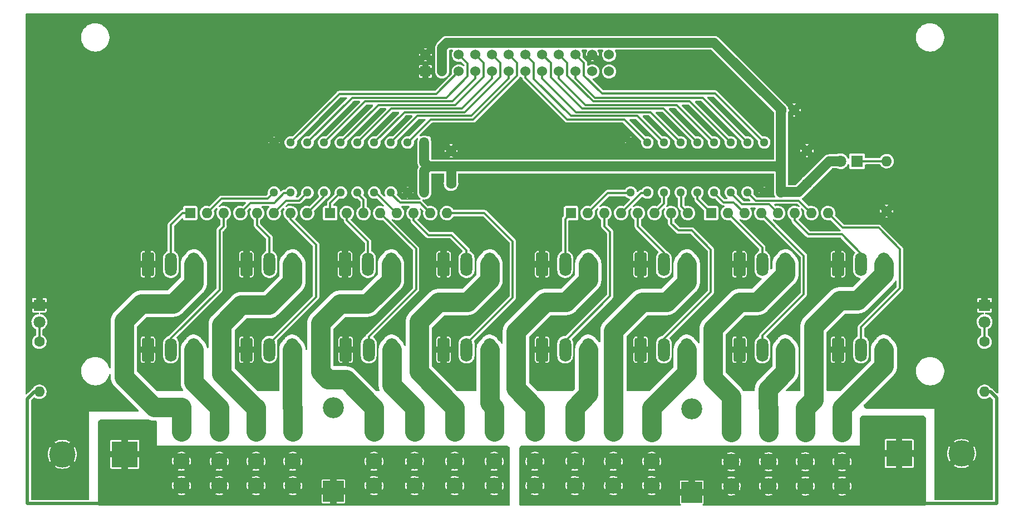
<source format=gbr>
G04 #@! TF.GenerationSoftware,KiCad,Pcbnew,(6.0.5)*
G04 #@! TF.CreationDate,2022-06-02T22:02:39-04:00*
G04 #@! TF.ProjectId,PB_16,50425f31-362e-46b6-9963-61645f706362,v1*
G04 #@! TF.SameCoordinates,Original*
G04 #@! TF.FileFunction,Copper,L1,Top*
G04 #@! TF.FilePolarity,Positive*
%FSLAX46Y46*%
G04 Gerber Fmt 4.6, Leading zero omitted, Abs format (unit mm)*
G04 Created by KiCad (PCBNEW (6.0.5)) date 2022-06-02 22:02:39*
%MOMM*%
%LPD*%
G01*
G04 APERTURE LIST*
G04 Aperture macros list*
%AMRoundRect*
0 Rectangle with rounded corners*
0 $1 Rounding radius*
0 $2 $3 $4 $5 $6 $7 $8 $9 X,Y pos of 4 corners*
0 Add a 4 corners polygon primitive as box body*
4,1,4,$2,$3,$4,$5,$6,$7,$8,$9,$2,$3,0*
0 Add four circle primitives for the rounded corners*
1,1,$1+$1,$2,$3*
1,1,$1+$1,$4,$5*
1,1,$1+$1,$6,$7*
1,1,$1+$1,$8,$9*
0 Add four rect primitives between the rounded corners*
20,1,$1+$1,$2,$3,$4,$5,0*
20,1,$1+$1,$4,$5,$6,$7,0*
20,1,$1+$1,$6,$7,$8,$9,0*
20,1,$1+$1,$8,$9,$2,$3,0*%
G04 Aperture macros list end*
G04 #@! TA.AperFunction,ComponentPad*
%ADD10C,1.600000*%
G04 #@! TD*
G04 #@! TA.AperFunction,ComponentPad*
%ADD11RoundRect,0.250000X-0.650000X-1.550000X0.650000X-1.550000X0.650000X1.550000X-0.650000X1.550000X0*%
G04 #@! TD*
G04 #@! TA.AperFunction,ComponentPad*
%ADD12O,1.800000X3.600000*%
G04 #@! TD*
G04 #@! TA.AperFunction,ComponentPad*
%ADD13R,1.295400X1.295400*%
G04 #@! TD*
G04 #@! TA.AperFunction,ComponentPad*
%ADD14C,1.295400*%
G04 #@! TD*
G04 #@! TA.AperFunction,ComponentPad*
%ADD15C,2.475000*%
G04 #@! TD*
G04 #@! TA.AperFunction,ComponentPad*
%ADD16R,3.200000X3.200000*%
G04 #@! TD*
G04 #@! TA.AperFunction,ComponentPad*
%ADD17O,3.200000X3.200000*%
G04 #@! TD*
G04 #@! TA.AperFunction,ComponentPad*
%ADD18R,1.600000X1.600000*%
G04 #@! TD*
G04 #@! TA.AperFunction,ComponentPad*
%ADD19O,1.600000X1.600000*%
G04 #@! TD*
G04 #@! TA.AperFunction,ComponentPad*
%ADD20R,1.800000X1.800000*%
G04 #@! TD*
G04 #@! TA.AperFunction,ComponentPad*
%ADD21C,1.800000*%
G04 #@! TD*
G04 #@! TA.AperFunction,ComponentPad*
%ADD22R,4.000000X4.000000*%
G04 #@! TD*
G04 #@! TA.AperFunction,ComponentPad*
%ADD23C,4.000000*%
G04 #@! TD*
G04 #@! TA.AperFunction,ComponentPad*
%ADD24R,1.530000X1.530000*%
G04 #@! TD*
G04 #@! TA.AperFunction,ComponentPad*
%ADD25C,1.530000*%
G04 #@! TD*
G04 #@! TA.AperFunction,ViaPad*
%ADD26C,0.800000*%
G04 #@! TD*
G04 #@! TA.AperFunction,Conductor*
%ADD27C,1.500000*%
G04 #@! TD*
G04 #@! TA.AperFunction,Conductor*
%ADD28C,0.350000*%
G04 #@! TD*
G04 #@! TA.AperFunction,Conductor*
%ADD29C,0.500000*%
G04 #@! TD*
G04 #@! TA.AperFunction,Conductor*
%ADD30C,2.999999*%
G04 #@! TD*
G04 #@! TA.AperFunction,Conductor*
%ADD31C,3.000000*%
G04 #@! TD*
G04 APERTURE END LIST*
D10*
X189382400Y-104305100D03*
X189382400Y-99305100D03*
D11*
X89100000Y-129600000D03*
D12*
X92600000Y-129600000D03*
X96100000Y-129600000D03*
D11*
X119100000Y-116600000D03*
D12*
X122600000Y-116600000D03*
X126100000Y-116600000D03*
D11*
X119214342Y-129600000D03*
D12*
X122714342Y-129600000D03*
X126214342Y-129600000D03*
D11*
X134100000Y-116600000D03*
D12*
X137600000Y-116600000D03*
X141100000Y-116600000D03*
D11*
X134100000Y-129600000D03*
D12*
X137600000Y-129600000D03*
X141100000Y-129600000D03*
D11*
X149100000Y-116600000D03*
D12*
X152600000Y-116600000D03*
X156100000Y-116600000D03*
D11*
X149100000Y-129600000D03*
D12*
X152600000Y-129600000D03*
X156100000Y-129600000D03*
D11*
X164100000Y-116600000D03*
D12*
X167600000Y-116600000D03*
X171100000Y-116600000D03*
D11*
X164100000Y-129600000D03*
D12*
X167600000Y-129600000D03*
X171100000Y-129600000D03*
D11*
X179100000Y-116600000D03*
D12*
X182600000Y-116600000D03*
X186100000Y-116600000D03*
D11*
X179100000Y-129600000D03*
D12*
X182600000Y-129600000D03*
X186100000Y-129600000D03*
D11*
X194100000Y-116600000D03*
D12*
X197600000Y-116600000D03*
X201100000Y-116600000D03*
D11*
X194100000Y-129600000D03*
D12*
X197600000Y-129600000D03*
X201100000Y-129600000D03*
D13*
X185422600Y-98068600D03*
D14*
X182882600Y-98068600D03*
X180342600Y-98068600D03*
X177802600Y-98068600D03*
X175262600Y-98068600D03*
X172722600Y-98068600D03*
X170182600Y-98068600D03*
X167642600Y-98068600D03*
X165102600Y-98068600D03*
X162562600Y-98068600D03*
X162562600Y-105688600D03*
X165102600Y-105688600D03*
X167642600Y-105688600D03*
X170182600Y-105688600D03*
X172722600Y-105688600D03*
X175262600Y-105688600D03*
X177802600Y-105688600D03*
X180342600Y-105688600D03*
X182882600Y-105688600D03*
X185422600Y-105688600D03*
D15*
X94222600Y-150288600D03*
X94222600Y-146588600D03*
X94222600Y-142088600D03*
X94222600Y-138388600D03*
X135792600Y-150298600D03*
X135792600Y-146598600D03*
X135792600Y-142098600D03*
X135792600Y-138398600D03*
X183553100Y-150363600D03*
X183553100Y-146663600D03*
X183553100Y-142163600D03*
X183553100Y-138463600D03*
D16*
X171847600Y-151305000D03*
D17*
X171847600Y-138605000D03*
D10*
X135242300Y-104330500D03*
X135242300Y-99330500D03*
D15*
X99967600Y-150303600D03*
X99967600Y-146603600D03*
X99967600Y-142103600D03*
X99967600Y-138403600D03*
X129672600Y-150298600D03*
X129672600Y-146598600D03*
X129672600Y-142098600D03*
X129672600Y-138398600D03*
X141793100Y-150298600D03*
X141793100Y-146598600D03*
X141793100Y-142098600D03*
X141793100Y-138398600D03*
X148002600Y-150298600D03*
X148002600Y-146598600D03*
X148002600Y-142098600D03*
X148002600Y-138398600D03*
X154062600Y-150298600D03*
X154062600Y-146598600D03*
X154062600Y-142098600D03*
X154062600Y-138398600D03*
X194729100Y-150363600D03*
X194729100Y-146663600D03*
X194729100Y-142163600D03*
X194729100Y-138463600D03*
X123512600Y-150298600D03*
X123512600Y-146598600D03*
X123512600Y-142098600D03*
X123512600Y-138398600D03*
X105567600Y-150303600D03*
X105567600Y-146603600D03*
X105567600Y-142103600D03*
X105567600Y-138403600D03*
X177847600Y-150363600D03*
X177847600Y-146663600D03*
X177847600Y-142163600D03*
X177847600Y-138463600D03*
D18*
X95561500Y-108813600D03*
D19*
X98101500Y-108813600D03*
X100641500Y-108813600D03*
X103181500Y-108813600D03*
X105721500Y-108813600D03*
X108261500Y-108813600D03*
X110801500Y-108813600D03*
X113341500Y-108813600D03*
D15*
X159942600Y-150298600D03*
X159942600Y-146598600D03*
X159942600Y-142098600D03*
X159942600Y-138398600D03*
D18*
X153486200Y-108813600D03*
D19*
X156026200Y-108813600D03*
X158566200Y-108813600D03*
X161106200Y-108813600D03*
X163646200Y-108813600D03*
X166186200Y-108813600D03*
X168726200Y-108813600D03*
X171266200Y-108813600D03*
D18*
X174812600Y-108813600D03*
D19*
X177352600Y-108813600D03*
X179892600Y-108813600D03*
X182432600Y-108813600D03*
X184972600Y-108813600D03*
X187512600Y-108813600D03*
X190052600Y-108813600D03*
X192592600Y-108813600D03*
D18*
X116852700Y-108813600D03*
D19*
X119392700Y-108813600D03*
X121932700Y-108813600D03*
X124472700Y-108813600D03*
X127012700Y-108813600D03*
X129552700Y-108813600D03*
X132092700Y-108813600D03*
X134632700Y-108813600D03*
D15*
X111167600Y-150303600D03*
X111167600Y-146603600D03*
X111167600Y-142103600D03*
X111167600Y-138403600D03*
D11*
X89100000Y-116600000D03*
D12*
X92600000Y-116600000D03*
X96100000Y-116600000D03*
D11*
X104100000Y-116600000D03*
D12*
X107600000Y-116600000D03*
X111100000Y-116600000D03*
D11*
X104100000Y-129600000D03*
D12*
X107600000Y-129600000D03*
X111100000Y-129600000D03*
D16*
X117332600Y-151168600D03*
D17*
X117332600Y-138468600D03*
D15*
X189141100Y-150363600D03*
X189141100Y-146663600D03*
X189141100Y-142163600D03*
X189141100Y-138463600D03*
X165761100Y-150298600D03*
X165761100Y-146598600D03*
X165761100Y-142098600D03*
X165761100Y-138398600D03*
D13*
X131172600Y-98068600D03*
D14*
X128632600Y-98068600D03*
X126092600Y-98068600D03*
X123552600Y-98068600D03*
X121012600Y-98068600D03*
X118472600Y-98068600D03*
X115932600Y-98068600D03*
X113392600Y-98068600D03*
X110852600Y-98068600D03*
X108312600Y-98068600D03*
X108312600Y-105688600D03*
X110852600Y-105688600D03*
X113392600Y-105688600D03*
X115932600Y-105688600D03*
X118472600Y-105688600D03*
X121012600Y-105688600D03*
X123552600Y-105688600D03*
X126092600Y-105688600D03*
X128632600Y-105688600D03*
X131172600Y-105688600D03*
D20*
X72601000Y-122831000D03*
D21*
X72601000Y-125371000D03*
D10*
X72601000Y-128392000D03*
D19*
X72601000Y-136012000D03*
D20*
X197001000Y-100917800D03*
D21*
X194461000Y-100917800D03*
D10*
X201501000Y-108517800D03*
D19*
X201501000Y-100897800D03*
D22*
X85601000Y-145517800D03*
D23*
X76101000Y-145517800D03*
D22*
X203401000Y-145417800D03*
D23*
X212901000Y-145417800D03*
D10*
X216401000Y-128392000D03*
D19*
X216401000Y-136012000D03*
D20*
X216401000Y-122831000D03*
D21*
X216401000Y-125371000D03*
D24*
X131341000Y-87247800D03*
D25*
X131341000Y-84707800D03*
X133881000Y-87247800D03*
X133881000Y-84707800D03*
X136421000Y-87247800D03*
X136421000Y-84707800D03*
X138961000Y-87247800D03*
X138961000Y-84707800D03*
X141501000Y-87247800D03*
X141501000Y-84707800D03*
X144041000Y-87247800D03*
X144041000Y-84707800D03*
X146581000Y-87247800D03*
X146581000Y-84707800D03*
X149121000Y-87247800D03*
X149121000Y-84707800D03*
X151661000Y-87247800D03*
X151661000Y-84707800D03*
X154201000Y-87247800D03*
X154201000Y-84707800D03*
X156741000Y-87247800D03*
X156741000Y-84707800D03*
X159281000Y-87247800D03*
X159281000Y-84707800D03*
D10*
X185451000Y-93117800D03*
X187451000Y-93117800D03*
D26*
X187551000Y-120517800D03*
X183101000Y-95917800D03*
X128501000Y-94367800D03*
X154201000Y-111167800D03*
X209201000Y-111767800D03*
X168351000Y-125267800D03*
X84551000Y-110217800D03*
X122551000Y-92717800D03*
X145751000Y-89367800D03*
X171251000Y-92767800D03*
X91651000Y-109267800D03*
X123351000Y-110667800D03*
X98451000Y-114417800D03*
X81113000Y-138429800D03*
X157951000Y-112417800D03*
X167251000Y-110917800D03*
X138051000Y-95817800D03*
X73051000Y-87717800D03*
X207605000Y-137413800D03*
X90801000Y-80217800D03*
X73051000Y-101717800D03*
X133551000Y-106817800D03*
X190201000Y-106367800D03*
X118551000Y-91617800D03*
X163401000Y-79517800D03*
X108401000Y-90217800D03*
X177501000Y-90417800D03*
X85177000Y-138429800D03*
X216301000Y-86217800D03*
X163251000Y-94967800D03*
X103301000Y-110917800D03*
X216801000Y-99717800D03*
X165251000Y-94417800D03*
X143151000Y-113817800D03*
X169201000Y-93267800D03*
X139701000Y-111017800D03*
X127251000Y-113767800D03*
X117801000Y-79217800D03*
X120551000Y-92167800D03*
X153651000Y-95767800D03*
X142751000Y-121517800D03*
X201051000Y-79967800D03*
X152651000Y-99917800D03*
X161501000Y-111017800D03*
X199751000Y-137867800D03*
X181901000Y-110917800D03*
X77551000Y-133217800D03*
X167251000Y-93867800D03*
X157801000Y-103817800D03*
X158001000Y-121017800D03*
X186201000Y-110617800D03*
X142151000Y-126167800D03*
X151101000Y-94617800D03*
X128651000Y-119967800D03*
X106101000Y-105267800D03*
X203251000Y-137767800D03*
X183301000Y-99917800D03*
X133101000Y-110667800D03*
X173201000Y-92217800D03*
X128801000Y-111217800D03*
X130501000Y-94917800D03*
X116301000Y-111017800D03*
X83145000Y-138429800D03*
X160651000Y-95867800D03*
X203701000Y-111817800D03*
X98651000Y-119967800D03*
X101501000Y-79517800D03*
X94601000Y-111167800D03*
X173301000Y-114717800D03*
X197351000Y-109867800D03*
X137651000Y-103917800D03*
X109101000Y-110917800D03*
X133101000Y-95817800D03*
X172051000Y-89367800D03*
X140451000Y-94717800D03*
X182701000Y-79617800D03*
X146101000Y-79617800D03*
X162551000Y-89367800D03*
X129151000Y-99867800D03*
X175101000Y-91567800D03*
X126501000Y-93867800D03*
D27*
X192769700Y-100917800D02*
X189382400Y-104305100D01*
X135242300Y-102098300D02*
X134852600Y-101708600D01*
X189382400Y-104305100D02*
X189382400Y-104336400D01*
X175276489Y-82893289D02*
X185451000Y-93067800D01*
X133483800Y-101708600D02*
X134852600Y-101708600D01*
X194461000Y-100917800D02*
X192769700Y-100917800D01*
X131172600Y-98068600D02*
X131172600Y-101060901D01*
X185422600Y-102296200D02*
X185422600Y-105688600D01*
X185422600Y-100216300D02*
X185422600Y-105688600D01*
X132664900Y-101708600D02*
X134852600Y-101708600D01*
X134852600Y-101708600D02*
X184835000Y-101708600D01*
X188101000Y-105617800D02*
X185493400Y-105617800D01*
X131820299Y-101708600D02*
X132664900Y-101708600D01*
X189382400Y-104336400D02*
X188101000Y-105617800D01*
X133881000Y-83625927D02*
X134613638Y-82893289D01*
X131172600Y-105688600D02*
X131172600Y-102356299D01*
X185451000Y-93067800D02*
X185422600Y-93096200D01*
X131820299Y-101708600D02*
X133483800Y-101708600D01*
X185422600Y-98068600D02*
X185422600Y-100216300D01*
X185422600Y-93096200D02*
X185422600Y-98068600D01*
X131172600Y-101060901D02*
X131820299Y-101708600D01*
X133881000Y-87247800D02*
X133881000Y-84707800D01*
X131172600Y-102356299D02*
X131820299Y-101708600D01*
X132664900Y-101708600D02*
X133483800Y-101708600D01*
X185493400Y-105617800D02*
X185422600Y-105688600D01*
X184835000Y-101708600D02*
X185422600Y-102296200D01*
X134613638Y-82893289D02*
X175276489Y-82893289D01*
X135242300Y-104330500D02*
X135242300Y-102098300D01*
X133881000Y-84707800D02*
X133881000Y-83625927D01*
D28*
X104734300Y-107260800D02*
X108320114Y-107260800D01*
X103181500Y-108813600D02*
X104734300Y-107260800D01*
X108320114Y-107260800D02*
X109824014Y-105756900D01*
X109824014Y-105756900D02*
X110740000Y-105756900D01*
X100289300Y-106625800D02*
X107331100Y-106625800D01*
X98101500Y-108813600D02*
X100289300Y-106625800D01*
X107331100Y-106625800D02*
X108200000Y-105756900D01*
X121932700Y-106789600D02*
X120900000Y-105756900D01*
X121932700Y-108813600D02*
X121932700Y-106789600D01*
X116852700Y-107264200D02*
X116852700Y-108813600D01*
X118360000Y-105756900D02*
X116852700Y-107264200D01*
X115820000Y-106335100D02*
X115820000Y-105756900D01*
X113341500Y-108813600D02*
X115820000Y-106335100D01*
X108261500Y-108813600D02*
X110166500Y-106908600D01*
X112128300Y-106908600D02*
X112632301Y-106404599D01*
X112632301Y-106404599D02*
X113280000Y-105756900D01*
X110166500Y-106908600D02*
X112128300Y-106908600D01*
X130517900Y-107238800D02*
X132092700Y-108813600D01*
X125980000Y-105756900D02*
X127461900Y-107238800D01*
X127461900Y-107238800D02*
X130517900Y-107238800D01*
X123440000Y-105756900D02*
X123867100Y-105756900D01*
X123867100Y-105756900D02*
X126923800Y-108813600D01*
X126923800Y-108813600D02*
X127012700Y-108813600D01*
D29*
X72601000Y-136012000D02*
X71846800Y-136012000D01*
X82757839Y-153040960D02*
X85601000Y-150197800D01*
X71846800Y-136012000D02*
X70776010Y-137082790D01*
X70776010Y-137082790D02*
X70776010Y-153040805D01*
X70776010Y-153040805D02*
X82757839Y-153040960D01*
X85601000Y-150197800D02*
X85601000Y-145517800D01*
D30*
X88100000Y-122600000D02*
X85460000Y-125240000D01*
D31*
X92949000Y-122600000D02*
X96100000Y-119449000D01*
X94222600Y-138388600D02*
X94222600Y-142088600D01*
X96100000Y-119449000D02*
X96100000Y-116600000D01*
X90102600Y-138388600D02*
X94222600Y-138388600D01*
X85460000Y-125240000D02*
X85460000Y-133746000D01*
X88100000Y-122600000D02*
X92949000Y-122600000D01*
X85460000Y-133746000D02*
X90102600Y-138388600D01*
X96100000Y-134536000D02*
X96100000Y-129600000D01*
X99967600Y-142103600D02*
X99967600Y-138403600D01*
X99967600Y-138403600D02*
X96100000Y-134536000D01*
X105462000Y-138403600D02*
X100330000Y-133271600D01*
X107512600Y-122813600D02*
X111100000Y-119226200D01*
X105567600Y-138403600D02*
X105462000Y-138403600D01*
X103312600Y-122813600D02*
X107512600Y-122813600D01*
X111100000Y-119226200D02*
X111100000Y-116600000D01*
X105567600Y-138403600D02*
X105567600Y-142103600D01*
X100330000Y-133271600D02*
X100330000Y-125796200D01*
X100330000Y-125796200D02*
X103312600Y-122813600D01*
X111167600Y-142103600D02*
X111167600Y-138403600D01*
X111100000Y-138336000D02*
X111167600Y-138403600D01*
X111100000Y-129600000D02*
X111100000Y-138336000D01*
X123512600Y-142098600D02*
X123512600Y-138398600D01*
X115350000Y-132966000D02*
X115350000Y-125600000D01*
X115350000Y-125600000D02*
X118350000Y-122600000D01*
X123512600Y-138398600D02*
X119242600Y-134128600D01*
X116512600Y-134128600D02*
X115350000Y-132966000D01*
X122526200Y-122600000D02*
X126100000Y-119026200D01*
X119242600Y-134128600D02*
X116512600Y-134128600D01*
X126100000Y-119026200D02*
X126100000Y-116600000D01*
X118350000Y-122600000D02*
X122526200Y-122600000D01*
X126214342Y-134940342D02*
X126214342Y-129600000D01*
X129672600Y-138398600D02*
X129672600Y-142098600D01*
X129672600Y-138398600D02*
X126214342Y-134940342D01*
X130350000Y-125350000D02*
X133350000Y-122350000D01*
X141100000Y-118976200D02*
X141100000Y-116600000D01*
X137726200Y-122350000D02*
X141100000Y-118976200D01*
X130350000Y-125350000D02*
X130350000Y-132956000D01*
X133350000Y-122350000D02*
X137726200Y-122350000D01*
X135792600Y-142098600D02*
X135792600Y-138398600D01*
X130350000Y-132956000D02*
X135792600Y-138398600D01*
D29*
X216401000Y-136012000D02*
X217295200Y-136012000D01*
X217295200Y-136012000D02*
X218221581Y-136938381D01*
X218221581Y-136938381D02*
X218225838Y-153042776D01*
X205453811Y-153042611D02*
X203401000Y-150989800D01*
X203401000Y-150989800D02*
X203401000Y-145417800D01*
X218225838Y-153042776D02*
X205453811Y-153042611D01*
D31*
X141793100Y-142098600D02*
X141793100Y-138398600D01*
X141100000Y-137705500D02*
X141793100Y-138398600D01*
X141100000Y-129600000D02*
X141100000Y-137705500D01*
X156100000Y-118976200D02*
X156100000Y-116600000D01*
X148002600Y-138398600D02*
X145100000Y-135496000D01*
X148002600Y-142098600D02*
X148002600Y-138398600D01*
X152726200Y-122350000D02*
X156100000Y-118976200D01*
X145100000Y-126826200D02*
X149576200Y-122350000D01*
X145100000Y-135496000D02*
X145100000Y-126826200D01*
X149576200Y-122350000D02*
X152726200Y-122350000D01*
X154062600Y-138398600D02*
X154062600Y-142098600D01*
X154062600Y-138398600D02*
X156100000Y-136361200D01*
X156100000Y-136361200D02*
X156100000Y-129600000D01*
X171100000Y-119276200D02*
X171100000Y-116600000D01*
X159942600Y-142098600D02*
X159942600Y-138398600D01*
X168026200Y-122350000D02*
X171100000Y-119276200D01*
X164311200Y-122350000D02*
X168026200Y-122350000D01*
X159942600Y-138398600D02*
X159942600Y-126718600D01*
X159942600Y-126718600D02*
X164311200Y-122350000D01*
X171100000Y-133124700D02*
X171100000Y-129600000D01*
X165761100Y-142163600D02*
X165761100Y-138463600D01*
X165761100Y-138463600D02*
X171100000Y-133124700D01*
X175047600Y-133913511D02*
X175047600Y-126413600D01*
X179111200Y-122350000D02*
X181851233Y-122350000D01*
X177847600Y-136713511D02*
X175047600Y-133913511D01*
X175047600Y-126413600D02*
X179111200Y-122350000D01*
X177847600Y-142163600D02*
X177847600Y-138463600D01*
X181851233Y-122350000D02*
X186100000Y-118101233D01*
X177847600Y-138463600D02*
X177847600Y-136713511D01*
X186100000Y-118101233D02*
X186100000Y-116600000D01*
X183553100Y-138463600D02*
X183447600Y-138358100D01*
X183447600Y-135613600D02*
X186100000Y-132961200D01*
X183553100Y-142163600D02*
X183553100Y-138463600D01*
X186100000Y-132961200D02*
X186100000Y-129600000D01*
X183447600Y-138358100D02*
X183447600Y-135613600D01*
D30*
X201100000Y-116600000D02*
X201100000Y-118101232D01*
D31*
X189141100Y-142163600D02*
X189141100Y-138463600D01*
X190378599Y-126082601D02*
X190378599Y-137226101D01*
X194361200Y-122100000D02*
X190378599Y-126082601D01*
D30*
X201100000Y-118101232D02*
X197101232Y-122100000D01*
D31*
X189141100Y-138463600D02*
X190378599Y-137226101D01*
X197101232Y-122100000D02*
X194361200Y-122100000D01*
X194729100Y-138463600D02*
X201100000Y-132092700D01*
X194729100Y-142163600D02*
X194729100Y-138463600D01*
X201100000Y-132092700D02*
X201100000Y-129600000D01*
D28*
X94411500Y-108813600D02*
X95561500Y-108813600D01*
X92600000Y-110625100D02*
X94411500Y-108813600D01*
X92600000Y-118200000D02*
X92600000Y-110625100D01*
X100025000Y-120451200D02*
X92600000Y-127876200D01*
X100641500Y-108813600D02*
X100641500Y-110799870D01*
X92600000Y-127876200D02*
X92600000Y-129600000D01*
X100025000Y-111416370D02*
X100025000Y-120451200D01*
X100641500Y-110799870D02*
X100025000Y-111416370D01*
X107600000Y-112510000D02*
X107600000Y-116600000D01*
X105721500Y-110631500D02*
X105721500Y-108813600D01*
X105721500Y-110631500D02*
X107600000Y-112510000D01*
X114712600Y-113613600D02*
X114712600Y-121587400D01*
X110801500Y-109702500D02*
X114712600Y-113613600D01*
X114712600Y-121587400D02*
X107600000Y-128700000D01*
X107600000Y-128700000D02*
X107600000Y-129600000D01*
X110801500Y-108813600D02*
X110801500Y-109702500D01*
X119392700Y-108813600D02*
X119392700Y-109944970D01*
X119392700Y-109944970D02*
X122600000Y-113152270D01*
X122600000Y-113351000D02*
X122600000Y-116600000D01*
X122600000Y-113152270D02*
X122600000Y-113351000D01*
X129912600Y-120413600D02*
X122714342Y-127611858D01*
X124472700Y-108826300D02*
X129912600Y-114266200D01*
X129912600Y-114266200D02*
X129912600Y-120413600D01*
X124472700Y-108813600D02*
X124472700Y-108826300D01*
X122714342Y-127611858D02*
X122714342Y-129600000D01*
X131771330Y-112163600D02*
X135313600Y-112163600D01*
X137600000Y-114450000D02*
X135313600Y-112163600D01*
X137600000Y-116600000D02*
X137600000Y-114450000D01*
X129552700Y-109944970D02*
X131771330Y-112163600D01*
X129552700Y-108813600D02*
X129552700Y-109944970D01*
X134632700Y-108813600D02*
X140312600Y-108813600D01*
X137600000Y-129600000D02*
X137600000Y-128700000D01*
X144612600Y-121687400D02*
X144612600Y-113113600D01*
X144612600Y-113113600D02*
X140312600Y-108813600D01*
X137600000Y-128700000D02*
X144612600Y-121687400D01*
X152600000Y-109699800D02*
X153486200Y-108813600D01*
X152600000Y-116600000D02*
X152600000Y-109699800D01*
X159447600Y-111681270D02*
X159447600Y-121452400D01*
X158566200Y-110799870D02*
X159447600Y-111681270D01*
X152600000Y-128300000D02*
X152600000Y-129600000D01*
X159447600Y-121452400D02*
X152600000Y-128300000D01*
X158566200Y-108813600D02*
X158566200Y-110799870D01*
X167600000Y-114793600D02*
X163646200Y-110839800D01*
X163646200Y-110839800D02*
X163646200Y-108813600D01*
X167600000Y-116600000D02*
X167600000Y-114793600D01*
X169812600Y-111463600D02*
X168726200Y-110377200D01*
X174762600Y-114363600D02*
X171862600Y-111463600D01*
X171862600Y-111463600D02*
X169812600Y-111463600D01*
X174762600Y-120810200D02*
X174762600Y-114363600D01*
X167600000Y-129600000D02*
X167600000Y-127972800D01*
X167600000Y-127972800D02*
X174762600Y-120810200D01*
X167600000Y-127975928D02*
X167600000Y-129600000D01*
X168726200Y-110377200D02*
X168726200Y-108813600D01*
X182600000Y-114061000D02*
X177352600Y-108813600D01*
X182600000Y-116600000D02*
X182600000Y-114061000D01*
X188912600Y-115293600D02*
X184932600Y-111313600D01*
X184932600Y-111313600D02*
X182432600Y-108813600D01*
X182600000Y-127450000D02*
X188912600Y-121137400D01*
X188912600Y-121137400D02*
X188912600Y-115293600D01*
X182600000Y-129600000D02*
X182600000Y-127450000D01*
X187512600Y-109944970D02*
X189631230Y-112063600D01*
X194689600Y-112063600D02*
X197600000Y-114974000D01*
X197600000Y-114974000D02*
X197600000Y-116600000D01*
X189631230Y-112063600D02*
X194689600Y-112063600D01*
X187512600Y-108813600D02*
X187512600Y-109944970D01*
X192592600Y-108813600D02*
X194824400Y-111045400D01*
X203526600Y-120240200D02*
X197600000Y-126166800D01*
X203526600Y-114296600D02*
X203526600Y-120240200D01*
X194824400Y-111045400D02*
X200275400Y-111045400D01*
X200275400Y-111045400D02*
X203526600Y-114296600D01*
X197600000Y-126166800D02*
X197600000Y-129600000D01*
X171266200Y-108813600D02*
X171266200Y-108807600D01*
X171266200Y-108807600D02*
X170243500Y-107784900D01*
X170243500Y-105807700D02*
X170192700Y-105756900D01*
X170243500Y-107784900D02*
X170243500Y-105807700D01*
X167652700Y-107347100D02*
X167652700Y-105756900D01*
X166186200Y-108813600D02*
X167652700Y-107347100D01*
X161106200Y-108813600D02*
X164162900Y-105756900D01*
X164162900Y-105756900D02*
X165112700Y-105756900D01*
X162572700Y-105756900D02*
X159082900Y-105756900D01*
X159082900Y-105756900D02*
X156026200Y-108813600D01*
X188152610Y-106913610D02*
X189252601Y-108013601D01*
X180342600Y-105688600D02*
X181567610Y-106913610D01*
X181567610Y-106913610D02*
X188152610Y-106913610D01*
X189252601Y-108013601D02*
X190052600Y-108813600D01*
X179519421Y-107463621D02*
X177812700Y-105756900D01*
X184972600Y-108813600D02*
X183622621Y-107463621D01*
X183622621Y-107463621D02*
X179519421Y-107463621D01*
X178241600Y-107162600D02*
X176678400Y-107162600D01*
X175920399Y-106404599D02*
X175272700Y-105756900D01*
X179892600Y-108813600D02*
X178241600Y-107162600D01*
X176678400Y-107162600D02*
X175920399Y-106404599D01*
X174812600Y-108810700D02*
X174812600Y-108813600D01*
X172732700Y-105756900D02*
X172732700Y-106730800D01*
X172732700Y-106730800D02*
X174812600Y-108810700D01*
X158184584Y-90601384D02*
X175415384Y-90601384D01*
X155451000Y-87867800D02*
X158184584Y-90601384D01*
X155451000Y-85957800D02*
X155451000Y-87867800D01*
X154201000Y-84707800D02*
X155451000Y-85957800D01*
X175415384Y-90601384D02*
X182882600Y-98068600D01*
X138601000Y-94567800D02*
X132151000Y-94567800D01*
X128650200Y-98068600D02*
X128632600Y-98068600D01*
X144041000Y-84707800D02*
X145301000Y-85967800D01*
X145301000Y-87867800D02*
X138601000Y-94567800D01*
X132151000Y-94567800D02*
X128650200Y-98068600D01*
X145301000Y-85967800D02*
X145301000Y-87867800D01*
X157142061Y-91270734D02*
X154201000Y-88329673D01*
X154201000Y-88329673D02*
X154201000Y-87247800D01*
X180342600Y-98068600D02*
X173544734Y-91270734D01*
X173544734Y-91270734D02*
X157142061Y-91270734D01*
X126092600Y-98068600D02*
X130142911Y-94018289D01*
X130142911Y-94018289D02*
X138352385Y-94018288D01*
X138352385Y-94018288D02*
X144041000Y-88329673D01*
X144041000Y-88329673D02*
X144041000Y-87247800D01*
X156853445Y-91820245D02*
X171554245Y-91820245D01*
X151661000Y-84707800D02*
X152901000Y-85947800D01*
X171554245Y-91820245D02*
X177802600Y-98068600D01*
X152901000Y-87867800D02*
X156853445Y-91820245D01*
X152901000Y-85947800D02*
X152901000Y-87867800D01*
X137350022Y-93468778D02*
X128152422Y-93468778D01*
X128152422Y-93468778D02*
X123552600Y-98068600D01*
X142751000Y-88067800D02*
X137350022Y-93468778D01*
X141501000Y-84707800D02*
X142751000Y-85957800D01*
X142751000Y-85957800D02*
X142751000Y-88067800D01*
X141501000Y-88329673D02*
X141501000Y-87247800D01*
X136911407Y-92919266D02*
X141501000Y-88329673D01*
X126161933Y-92919267D02*
X136911407Y-92919266D01*
X121012600Y-98068600D02*
X126161933Y-92919267D01*
X140201000Y-88067800D02*
X135899044Y-92369756D01*
X135899044Y-92369756D02*
X124171444Y-92369756D01*
X124171444Y-92369756D02*
X118472600Y-98068600D01*
X138961000Y-84707800D02*
X140201000Y-85947800D01*
X140201000Y-85947800D02*
X140201000Y-88067800D01*
X154260105Y-93468778D02*
X165582778Y-93468778D01*
X149121000Y-88329673D02*
X154260105Y-93468778D01*
X149121000Y-87247800D02*
X149121000Y-88329673D01*
X165582778Y-93468778D02*
X170182600Y-98068600D01*
X138961000Y-87247800D02*
X138961000Y-88329673D01*
X122180955Y-91820245D02*
X115932600Y-98068600D01*
X138961000Y-88329673D02*
X135470428Y-91820245D01*
X135470428Y-91820245D02*
X122180955Y-91820245D01*
X153501489Y-94018289D02*
X163592289Y-94018289D01*
X163592289Y-94018289D02*
X167642600Y-98068600D01*
X146581000Y-84707800D02*
X147851000Y-85977800D01*
X147851000Y-85977800D02*
X147851000Y-88367800D01*
X147851000Y-88367800D02*
X153501489Y-94018289D01*
X137751000Y-88017800D02*
X134498066Y-91270734D01*
X134498066Y-91270734D02*
X120190466Y-91270734D01*
X136421000Y-84707800D02*
X137751000Y-86037800D01*
X137751000Y-86037800D02*
X137751000Y-88017800D01*
X120190466Y-91270734D02*
X113392600Y-98068600D01*
X146581000Y-88247800D02*
X152901000Y-94567800D01*
X146581000Y-87247800D02*
X146581000Y-88247800D01*
X161601800Y-94567800D02*
X165102600Y-98068600D01*
X152901000Y-94567800D02*
X161601800Y-94567800D01*
X118222636Y-90698564D02*
X110852600Y-98068600D01*
X136421000Y-87247800D02*
X132970236Y-90698564D01*
X132970236Y-90698564D02*
X118222636Y-90698564D01*
X175262600Y-98068600D02*
X169563756Y-92369756D01*
X155701083Y-92369756D02*
X151661000Y-88329673D01*
X169563756Y-92369756D02*
X155701083Y-92369756D01*
X151661000Y-88329673D02*
X151661000Y-87247800D01*
X167573267Y-92919267D02*
X172722600Y-98068600D01*
X155202467Y-92919267D02*
X167573267Y-92919267D01*
X150401000Y-85987800D02*
X150401000Y-88117800D01*
X150401000Y-88117800D02*
X155202467Y-92919267D01*
X149121000Y-84707800D02*
X150401000Y-85987800D01*
X72601000Y-125371000D02*
X72601000Y-128392000D01*
X216401000Y-128392000D02*
X216401000Y-125371000D01*
X201501000Y-100897800D02*
X201481000Y-100917800D01*
X201481000Y-100917800D02*
X197001000Y-100917800D01*
G04 #@! TA.AperFunction,Conductor*
G36*
X218442621Y-78438302D02*
G01*
X218489114Y-78491958D01*
X218500500Y-78544300D01*
X218500500Y-136134584D01*
X218480498Y-136202705D01*
X218426842Y-136249198D01*
X218356568Y-136259302D01*
X218291988Y-136229808D01*
X218285405Y-136223680D01*
X217695070Y-135633346D01*
X217691417Y-135629536D01*
X217674136Y-135610743D01*
X217649401Y-135583844D01*
X217612398Y-135560901D01*
X217602648Y-135554200D01*
X217567983Y-135527888D01*
X217554004Y-135522354D01*
X217534001Y-135512293D01*
X217521214Y-135504365D01*
X217512963Y-135501968D01*
X217512961Y-135501967D01*
X217479428Y-135492225D01*
X217468195Y-135488379D01*
X217464707Y-135486998D01*
X217427747Y-135472364D01*
X217419205Y-135471466D01*
X217410860Y-135469416D01*
X217411334Y-135467485D01*
X217355971Y-135444701D01*
X217333848Y-135421800D01*
X217225788Y-135277091D01*
X217225787Y-135277090D01*
X217222335Y-135272467D01*
X217218099Y-135268551D01*
X217078053Y-135139094D01*
X217078051Y-135139092D01*
X217073812Y-135135174D01*
X217068236Y-135131656D01*
X216907637Y-135030325D01*
X216902757Y-135027246D01*
X216714898Y-134952298D01*
X216516526Y-134912839D01*
X216510752Y-134912763D01*
X216510748Y-134912763D01*
X216408257Y-134911422D01*
X216314286Y-134910192D01*
X216308589Y-134911171D01*
X216308588Y-134911171D01*
X216120646Y-134943465D01*
X216120645Y-134943465D01*
X216114949Y-134944444D01*
X215925193Y-135014449D01*
X215920232Y-135017401D01*
X215920231Y-135017401D01*
X215810361Y-135082767D01*
X215751371Y-135117862D01*
X215599305Y-135251220D01*
X215474089Y-135410057D01*
X215379914Y-135589053D01*
X215319937Y-135782213D01*
X215296164Y-135983069D01*
X215309392Y-136184894D01*
X215332398Y-136275481D01*
X215354798Y-136363680D01*
X215359178Y-136380928D01*
X215443856Y-136564607D01*
X215447189Y-136569323D01*
X215555001Y-136721874D01*
X215560588Y-136729780D01*
X215564730Y-136733815D01*
X215618614Y-136786306D01*
X215705466Y-136870913D01*
X215873637Y-136983282D01*
X215878940Y-136985560D01*
X215878943Y-136985562D01*
X215967291Y-137023519D01*
X216059470Y-137063122D01*
X216256740Y-137107760D01*
X216262509Y-137107987D01*
X216262512Y-137107987D01*
X216338683Y-137110979D01*
X216458842Y-137115700D01*
X216545132Y-137103189D01*
X216653286Y-137087508D01*
X216653291Y-137087507D01*
X216659007Y-137086678D01*
X216664479Y-137084820D01*
X216664481Y-137084820D01*
X216845067Y-137023519D01*
X216845069Y-137023518D01*
X216850531Y-137021664D01*
X217027001Y-136922837D01*
X217157278Y-136814486D01*
X217222440Y-136786306D01*
X217292495Y-136797829D01*
X217326941Y-136822266D01*
X217634250Y-137129575D01*
X217668276Y-137191887D01*
X217671155Y-137218635D01*
X217675159Y-152364425D01*
X217675159Y-152366234D01*
X217655175Y-152434360D01*
X217601532Y-152480867D01*
X217549157Y-152492267D01*
X210129160Y-152492171D01*
X208926998Y-152492156D01*
X208858878Y-152472153D01*
X208812386Y-152418497D01*
X208801000Y-152366156D01*
X208801000Y-147285673D01*
X211745384Y-147285673D01*
X211755266Y-147298162D01*
X211795207Y-147324850D01*
X211802344Y-147328971D01*
X212053592Y-147452872D01*
X212061196Y-147456022D01*
X212326469Y-147546070D01*
X212334421Y-147548201D01*
X212609183Y-147602854D01*
X212617341Y-147603928D01*
X212896881Y-147622250D01*
X212905119Y-147622250D01*
X213184659Y-147603928D01*
X213192817Y-147602854D01*
X213467579Y-147548201D01*
X213475531Y-147546070D01*
X213740804Y-147456022D01*
X213748408Y-147452872D01*
X213999656Y-147328971D01*
X214006793Y-147324850D01*
X214048169Y-147297204D01*
X214056457Y-147287286D01*
X214049200Y-147273107D01*
X212913812Y-146137719D01*
X212899868Y-146130105D01*
X212898035Y-146130236D01*
X212891420Y-146134487D01*
X211751580Y-147274327D01*
X211745384Y-147285673D01*
X208801000Y-147285673D01*
X208801000Y-145421919D01*
X210696550Y-145421919D01*
X210714872Y-145701459D01*
X210715946Y-145709617D01*
X210770599Y-145984379D01*
X210772730Y-145992331D01*
X210862778Y-146257604D01*
X210865928Y-146265208D01*
X210989829Y-146516456D01*
X210993950Y-146523593D01*
X211021596Y-146564969D01*
X211031514Y-146573257D01*
X211045693Y-146566000D01*
X212181081Y-145430612D01*
X212187459Y-145418932D01*
X213613305Y-145418932D01*
X213613436Y-145420765D01*
X213617687Y-145427380D01*
X214757527Y-146567220D01*
X214768873Y-146573416D01*
X214781362Y-146563534D01*
X214808050Y-146523593D01*
X214812171Y-146516456D01*
X214936072Y-146265208D01*
X214939222Y-146257604D01*
X215029270Y-145992331D01*
X215031401Y-145984379D01*
X215086054Y-145709617D01*
X215087128Y-145701459D01*
X215105450Y-145421919D01*
X215105450Y-145413681D01*
X215087128Y-145134141D01*
X215086054Y-145125983D01*
X215031401Y-144851221D01*
X215029270Y-144843269D01*
X214939222Y-144577996D01*
X214936072Y-144570392D01*
X214812171Y-144319144D01*
X214808050Y-144312007D01*
X214780404Y-144270631D01*
X214770486Y-144262343D01*
X214756307Y-144269600D01*
X213620919Y-145404988D01*
X213613305Y-145418932D01*
X212187459Y-145418932D01*
X212188695Y-145416668D01*
X212188564Y-145414835D01*
X212184313Y-145408220D01*
X211044473Y-144268380D01*
X211033127Y-144262184D01*
X211020638Y-144272066D01*
X210993950Y-144312007D01*
X210989829Y-144319144D01*
X210865928Y-144570392D01*
X210862778Y-144577996D01*
X210772730Y-144843269D01*
X210770599Y-144851221D01*
X210715946Y-145125983D01*
X210714872Y-145134141D01*
X210696550Y-145413681D01*
X210696550Y-145421919D01*
X208801000Y-145421919D01*
X208801000Y-143548314D01*
X211745543Y-143548314D01*
X211752800Y-143562493D01*
X212888188Y-144697881D01*
X212902132Y-144705495D01*
X212903965Y-144705364D01*
X212910580Y-144701113D01*
X214050420Y-143561273D01*
X214056616Y-143549927D01*
X214046734Y-143537438D01*
X214006793Y-143510750D01*
X213999656Y-143506629D01*
X213748408Y-143382728D01*
X213740804Y-143379578D01*
X213475531Y-143289530D01*
X213467579Y-143287399D01*
X213192817Y-143232746D01*
X213184659Y-143231672D01*
X212905119Y-143213350D01*
X212896881Y-143213350D01*
X212617341Y-143231672D01*
X212609183Y-143232746D01*
X212334421Y-143287399D01*
X212326469Y-143289530D01*
X212061196Y-143379578D01*
X212053592Y-143382728D01*
X211802344Y-143506629D01*
X211795207Y-143510750D01*
X211753831Y-143538396D01*
X211745543Y-143548314D01*
X208801000Y-143548314D01*
X208801000Y-138617800D01*
X208292434Y-138618367D01*
X208292433Y-138618367D01*
X203420600Y-138623800D01*
X198557030Y-138629224D01*
X198540575Y-138628163D01*
X198433630Y-138614194D01*
X198401838Y-138605707D01*
X198309867Y-138567702D01*
X198281351Y-138551266D01*
X198202367Y-138490741D01*
X198179079Y-138467480D01*
X198118461Y-138388556D01*
X198101997Y-138360063D01*
X198063892Y-138268142D01*
X198055366Y-138236349D01*
X198041279Y-138129423D01*
X198040200Y-138112965D01*
X198040200Y-138033825D01*
X198060202Y-137965704D01*
X198077105Y-137944730D01*
X202493777Y-133528057D01*
X202495901Y-133525982D01*
X202580189Y-133445576D01*
X202580192Y-133445573D01*
X202583412Y-133442501D01*
X202618524Y-133397962D01*
X202640090Y-133370606D01*
X202643874Y-133366032D01*
X202692051Y-133310512D01*
X202703855Y-133296909D01*
X202726290Y-133262162D01*
X202733191Y-133252506D01*
X202756047Y-133223514D01*
X202756050Y-133223509D01*
X202758801Y-133220020D01*
X202804777Y-133140866D01*
X202807880Y-133135803D01*
X202855109Y-133062659D01*
X202855109Y-133062658D01*
X202857529Y-133058911D01*
X202861866Y-133049504D01*
X202874845Y-133021350D01*
X202880317Y-133010814D01*
X202885468Y-133001947D01*
X205976328Y-133001947D01*
X206014601Y-133292655D01*
X206050302Y-133423156D01*
X206090456Y-133569933D01*
X206091973Y-133575480D01*
X206207013Y-133845188D01*
X206209216Y-133848869D01*
X206354075Y-134090910D01*
X206357592Y-134096787D01*
X206540924Y-134325623D01*
X206601993Y-134383575D01*
X206709347Y-134485450D01*
X206753617Y-134527461D01*
X206991734Y-134698565D01*
X207250869Y-134835770D01*
X207314392Y-134859016D01*
X207456355Y-134910967D01*
X207526228Y-134936537D01*
X207812714Y-134999001D01*
X207853132Y-135002182D01*
X208040224Y-135016907D01*
X208040231Y-135016907D01*
X208042680Y-135017100D01*
X208201310Y-135017100D01*
X208203446Y-135016954D01*
X208203457Y-135016954D01*
X208415861Y-135002474D01*
X208415867Y-135002473D01*
X208420138Y-135002182D01*
X208424333Y-135001313D01*
X208424335Y-135001313D01*
X208574524Y-134970210D01*
X208707263Y-134942721D01*
X208983662Y-134844843D01*
X209244220Y-134710359D01*
X209484116Y-134541758D01*
X209496811Y-134529961D01*
X209695767Y-134345079D01*
X209695769Y-134345076D01*
X209698910Y-134342158D01*
X209884628Y-134115255D01*
X210037834Y-133865246D01*
X210049602Y-133838439D01*
X210153966Y-133600690D01*
X210155692Y-133596758D01*
X210236022Y-133314759D01*
X210271901Y-133062659D01*
X210276731Y-133028719D01*
X210276731Y-133028717D01*
X210277336Y-133024467D01*
X210277449Y-133003011D01*
X210278850Y-132735539D01*
X210278850Y-132735532D01*
X210278872Y-132731253D01*
X210240599Y-132440545D01*
X210166940Y-132171291D01*
X210164361Y-132161865D01*
X210164361Y-132161864D01*
X210163227Y-132157720D01*
X210048187Y-131888012D01*
X209936817Y-131701926D01*
X209899812Y-131640095D01*
X209899809Y-131640091D01*
X209897608Y-131636413D01*
X209714276Y-131407577D01*
X209540338Y-131242516D01*
X209504692Y-131208689D01*
X209504689Y-131208687D01*
X209501583Y-131205739D01*
X209263466Y-131034635D01*
X209004331Y-130897430D01*
X208728972Y-130796663D01*
X208442486Y-130734199D01*
X208398358Y-130730726D01*
X208214976Y-130716293D01*
X208214969Y-130716293D01*
X208212520Y-130716100D01*
X208053890Y-130716100D01*
X208051754Y-130716246D01*
X208051743Y-130716246D01*
X207839339Y-130730726D01*
X207839333Y-130730727D01*
X207835062Y-130731018D01*
X207830867Y-130731887D01*
X207830865Y-130731887D01*
X207691500Y-130760748D01*
X207547937Y-130790479D01*
X207271538Y-130888357D01*
X207010980Y-131022841D01*
X206771084Y-131191442D01*
X206767939Y-131194365D01*
X206767936Y-131194367D01*
X206596083Y-131354064D01*
X206556290Y-131391042D01*
X206370572Y-131617945D01*
X206217366Y-131867954D01*
X206099508Y-132136442D01*
X206098332Y-132140569D01*
X206098332Y-132140570D01*
X206089581Y-132171291D01*
X206019178Y-132418441D01*
X205977864Y-132708733D01*
X205977842Y-132713022D01*
X205977841Y-132713029D01*
X205976375Y-132992907D01*
X205976328Y-133001947D01*
X202885468Y-133001947D01*
X202901093Y-132975046D01*
X202935457Y-132890207D01*
X202937815Y-132884760D01*
X202974268Y-132805687D01*
X202974272Y-132805676D01*
X202976136Y-132801633D01*
X202987987Y-132762006D01*
X202991919Y-132750807D01*
X203005774Y-132716601D01*
X203005774Y-132716600D01*
X203007448Y-132712468D01*
X203029511Y-132623647D01*
X203031078Y-132617919D01*
X203056033Y-132534476D01*
X203057309Y-132530210D01*
X203063460Y-132489298D01*
X203065776Y-132477656D01*
X203074670Y-132441850D01*
X203075745Y-132437523D01*
X203082554Y-132371071D01*
X203085074Y-132346478D01*
X203085818Y-132340590D01*
X203098766Y-132254464D01*
X203098766Y-132254459D01*
X203099428Y-132250058D01*
X203099477Y-132243876D01*
X203099533Y-132236681D01*
X203099752Y-132208688D01*
X203100104Y-132202331D01*
X203100007Y-132202326D01*
X203100171Y-132199120D01*
X203100500Y-132195910D01*
X203100500Y-132113987D01*
X203100504Y-132112998D01*
X203101617Y-131971227D01*
X203101652Y-131966767D01*
X203101059Y-131962350D01*
X203100779Y-131957902D01*
X203101042Y-131957885D01*
X203100500Y-131949763D01*
X203100500Y-129527830D01*
X203085601Y-129317407D01*
X203072204Y-129255177D01*
X203026911Y-129044800D01*
X203026911Y-129044798D01*
X203025975Y-129040453D01*
X202927920Y-128774663D01*
X202862612Y-128653626D01*
X202795506Y-128529256D01*
X202793393Y-128525340D01*
X202625078Y-128297460D01*
X202601492Y-128273500D01*
X202497586Y-128167950D01*
X202426334Y-128095570D01*
X202422795Y-128092869D01*
X202422788Y-128092863D01*
X202350463Y-128037667D01*
X202322385Y-128007872D01*
X202195409Y-127819268D01*
X202190887Y-127814527D01*
X202097459Y-127716590D01*
X202031355Y-127647295D01*
X201840670Y-127505421D01*
X201628807Y-127397705D01*
X201623716Y-127396124D01*
X201623713Y-127396123D01*
X201406919Y-127328807D01*
X201401824Y-127327225D01*
X201356322Y-127321194D01*
X201171494Y-127296696D01*
X201171491Y-127296696D01*
X201166211Y-127295996D01*
X201160882Y-127296196D01*
X201160881Y-127296196D01*
X201065610Y-127299773D01*
X200928705Y-127304913D01*
X200696096Y-127353719D01*
X200691137Y-127355677D01*
X200691135Y-127355678D01*
X200480002Y-127439059D01*
X200480000Y-127439060D01*
X200475037Y-127441020D01*
X200470478Y-127443787D01*
X200470475Y-127443788D01*
X200326254Y-127531304D01*
X200271847Y-127564319D01*
X200267817Y-127567816D01*
X200126648Y-127690316D01*
X200092336Y-127720090D01*
X200088953Y-127724216D01*
X200088949Y-127724220D01*
X200002642Y-127829480D01*
X199941638Y-127903880D01*
X199938999Y-127908516D01*
X199938997Y-127908519D01*
X199892997Y-127989330D01*
X199856753Y-128029512D01*
X199825213Y-128052051D01*
X199825204Y-128052058D01*
X199821576Y-128054651D01*
X199818349Y-128057729D01*
X199818347Y-128057731D01*
X199622942Y-128244138D01*
X199616588Y-128250199D01*
X199441199Y-128472680D01*
X199410612Y-128525340D01*
X199301141Y-128713807D01*
X199301138Y-128713813D01*
X199298907Y-128717654D01*
X199297237Y-128721777D01*
X199206982Y-128944607D01*
X199192552Y-128980232D01*
X199191481Y-128984545D01*
X199191479Y-128984550D01*
X199143627Y-129177191D01*
X199124255Y-129255177D01*
X199099500Y-129496790D01*
X199099500Y-131211876D01*
X199079498Y-131279997D01*
X199062595Y-131300971D01*
X194513871Y-135849695D01*
X194451559Y-135883721D01*
X194424776Y-135886600D01*
X192505099Y-135886600D01*
X192436978Y-135866598D01*
X192390485Y-135812942D01*
X192379099Y-135760600D01*
X192379099Y-131200804D01*
X193000001Y-131200804D01*
X193000280Y-131206725D01*
X193002256Y-131227631D01*
X193005521Y-131242516D01*
X193044694Y-131354064D01*
X193053406Y-131370520D01*
X193122616Y-131464221D01*
X193135779Y-131477384D01*
X193229480Y-131546594D01*
X193245936Y-131555306D01*
X193357479Y-131594477D01*
X193372373Y-131597745D01*
X193393281Y-131599721D01*
X193399192Y-131600000D01*
X193581885Y-131600000D01*
X193597124Y-131595525D01*
X193598329Y-131594135D01*
X193600000Y-131586452D01*
X193600000Y-131581884D01*
X194600000Y-131581884D01*
X194604475Y-131597123D01*
X194605865Y-131598328D01*
X194613548Y-131599999D01*
X194800804Y-131599999D01*
X194806725Y-131599720D01*
X194827631Y-131597744D01*
X194842516Y-131594479D01*
X194954064Y-131555306D01*
X194970520Y-131546594D01*
X195064221Y-131477384D01*
X195077384Y-131464221D01*
X195146594Y-131370520D01*
X195155306Y-131354064D01*
X195194477Y-131242521D01*
X195197745Y-131227627D01*
X195199721Y-131206719D01*
X195200000Y-131200808D01*
X195200000Y-130118115D01*
X195195525Y-130102876D01*
X195194135Y-130101671D01*
X195186452Y-130100000D01*
X194618115Y-130100000D01*
X194602876Y-130104475D01*
X194601671Y-130105865D01*
X194600000Y-130113548D01*
X194600000Y-131581884D01*
X193600000Y-131581884D01*
X193600000Y-130118115D01*
X193595525Y-130102876D01*
X193594135Y-130101671D01*
X193586452Y-130100000D01*
X193018116Y-130100000D01*
X193002877Y-130104475D01*
X193001672Y-130105865D01*
X193000001Y-130113548D01*
X193000001Y-131200804D01*
X192379099Y-131200804D01*
X192379099Y-129081885D01*
X193000000Y-129081885D01*
X193004475Y-129097124D01*
X193005865Y-129098329D01*
X193013548Y-129100000D01*
X193581885Y-129100000D01*
X193597124Y-129095525D01*
X193598329Y-129094135D01*
X193600000Y-129086452D01*
X193600000Y-129081885D01*
X194600000Y-129081885D01*
X194604475Y-129097124D01*
X194605865Y-129098329D01*
X194613548Y-129100000D01*
X195181884Y-129100000D01*
X195197123Y-129095525D01*
X195198328Y-129094135D01*
X195199999Y-129086452D01*
X195199999Y-127999196D01*
X195199720Y-127993275D01*
X195197744Y-127972369D01*
X195194479Y-127957484D01*
X195155306Y-127845936D01*
X195146594Y-127829480D01*
X195077384Y-127735779D01*
X195064221Y-127722616D01*
X194970520Y-127653406D01*
X194954064Y-127644694D01*
X194842521Y-127605523D01*
X194827627Y-127602255D01*
X194806719Y-127600279D01*
X194800808Y-127600000D01*
X194618115Y-127600000D01*
X194602876Y-127604475D01*
X194601671Y-127605865D01*
X194600000Y-127613548D01*
X194600000Y-129081885D01*
X193600000Y-129081885D01*
X193600000Y-127618116D01*
X193595525Y-127602877D01*
X193594135Y-127601672D01*
X193586452Y-127600001D01*
X193399196Y-127600001D01*
X193393275Y-127600280D01*
X193372369Y-127602256D01*
X193357484Y-127605521D01*
X193245936Y-127644694D01*
X193229480Y-127653406D01*
X193135779Y-127722616D01*
X193122616Y-127735779D01*
X193053406Y-127829480D01*
X193044694Y-127845936D01*
X193005523Y-127957479D01*
X193002255Y-127972373D01*
X193000279Y-127993281D01*
X193000000Y-127999192D01*
X193000000Y-129081885D01*
X192379099Y-129081885D01*
X192379099Y-126963426D01*
X192399101Y-126895305D01*
X192416004Y-126874331D01*
X195152929Y-124137405D01*
X195215241Y-124103379D01*
X195242024Y-124100500D01*
X197071899Y-124100500D01*
X197074868Y-124100535D01*
X197195709Y-124103383D01*
X197286625Y-124092622D01*
X197292522Y-124092065D01*
X197383825Y-124085601D01*
X197388180Y-124084663D01*
X197388183Y-124084663D01*
X197424268Y-124076894D01*
X197435977Y-124074945D01*
X197451504Y-124073107D01*
X197477046Y-124070084D01*
X197565510Y-124046628D01*
X197571246Y-124045250D01*
X197660779Y-124025975D01*
X197699600Y-124011653D01*
X197710918Y-124008074D01*
X197746567Y-123998622D01*
X197746572Y-123998620D01*
X197750884Y-123997477D01*
X197835152Y-123961794D01*
X197840666Y-123959611D01*
X197864002Y-123951002D01*
X197926569Y-123927920D01*
X197962979Y-123908274D01*
X197973681Y-123903135D01*
X198007654Y-123888750D01*
X198007658Y-123888748D01*
X198011760Y-123887011D01*
X198090164Y-123839808D01*
X198095294Y-123836882D01*
X198175892Y-123793393D01*
X198209191Y-123768798D01*
X198219031Y-123762224D01*
X198254467Y-123740889D01*
X198325434Y-123683113D01*
X198330124Y-123679475D01*
X198400186Y-123627727D01*
X198400189Y-123627724D01*
X198403772Y-123625078D01*
X198433262Y-123596047D01*
X198437994Y-123591810D01*
X198437929Y-123591739D01*
X198440319Y-123589582D01*
X198442818Y-123587547D01*
X198500613Y-123529752D01*
X198501315Y-123529055D01*
X198602481Y-123429465D01*
X198605662Y-123426334D01*
X198608369Y-123422786D01*
X198611312Y-123419449D01*
X198611511Y-123419624D01*
X198616878Y-123413487D01*
X202493777Y-119536587D01*
X202495901Y-119534512D01*
X202527609Y-119504264D01*
X202583411Y-119451032D01*
X202597187Y-119433558D01*
X202629798Y-119392190D01*
X202640092Y-119379132D01*
X202643860Y-119374577D01*
X202650789Y-119366593D01*
X202703855Y-119305440D01*
X202720291Y-119279986D01*
X202726296Y-119270685D01*
X202733198Y-119261027D01*
X202756045Y-119232046D01*
X202756047Y-119232043D01*
X202758800Y-119228551D01*
X202761031Y-119224711D01*
X202761042Y-119224694D01*
X202804767Y-119149416D01*
X202807867Y-119144356D01*
X202819247Y-119126731D01*
X202873002Y-119080352D01*
X202943297Y-119070398D01*
X203007815Y-119100028D01*
X203046071Y-119159836D01*
X203051100Y-119195077D01*
X203051100Y-119991052D01*
X203031098Y-120059173D01*
X203014195Y-120080147D01*
X197311414Y-125782928D01*
X197302688Y-125789900D01*
X197303077Y-125790358D01*
X197296243Y-125796174D01*
X197288650Y-125800965D01*
X197282708Y-125807694D01*
X197282707Y-125807694D01*
X197255494Y-125838507D01*
X197250148Y-125844194D01*
X197239627Y-125854715D01*
X197233952Y-125862287D01*
X197227576Y-125870118D01*
X197198487Y-125903055D01*
X197194671Y-125911182D01*
X197191166Y-125916519D01*
X197187070Y-125923337D01*
X197184013Y-125928920D01*
X197178628Y-125936105D01*
X197175477Y-125944510D01*
X197175476Y-125944512D01*
X197163202Y-125977254D01*
X197159275Y-125986574D01*
X197140601Y-126026348D01*
X197139220Y-126035218D01*
X197137361Y-126041298D01*
X197135335Y-126049019D01*
X197133969Y-126055232D01*
X197130816Y-126063643D01*
X197128807Y-126090680D01*
X197127559Y-126107476D01*
X197126405Y-126117522D01*
X197124500Y-126129756D01*
X197124500Y-126143962D01*
X197124154Y-126153299D01*
X197120723Y-126199474D01*
X197122596Y-126208250D01*
X197123207Y-126217207D01*
X197123101Y-126217214D01*
X197124500Y-126230467D01*
X197124500Y-127514248D01*
X197104498Y-127582369D01*
X197062923Y-127622533D01*
X196920905Y-127707025D01*
X196891341Y-127724614D01*
X196725457Y-127870090D01*
X196588863Y-128043360D01*
X196486131Y-128238620D01*
X196420703Y-128449333D01*
X196420024Y-128455070D01*
X196400338Y-128621397D01*
X196399500Y-128628476D01*
X196399500Y-130555970D01*
X196414546Y-130719711D01*
X196416115Y-130725273D01*
X196416115Y-130725275D01*
X196417735Y-130731018D01*
X196474435Y-130932064D01*
X196572020Y-131129947D01*
X196575474Y-131134573D01*
X196575475Y-131134574D01*
X196644961Y-131227627D01*
X196704033Y-131306733D01*
X196866051Y-131456501D01*
X197052650Y-131574236D01*
X197257579Y-131655994D01*
X197263239Y-131657120D01*
X197263243Y-131657121D01*
X197468309Y-131697911D01*
X197468312Y-131697911D01*
X197473976Y-131699038D01*
X197479751Y-131699114D01*
X197479755Y-131699114D01*
X197590496Y-131700563D01*
X197694594Y-131701926D01*
X197700292Y-131700947D01*
X197906346Y-131665541D01*
X197906347Y-131665541D01*
X197912043Y-131664562D01*
X198119043Y-131588196D01*
X198124005Y-131585244D01*
X198303694Y-131478340D01*
X198303695Y-131478339D01*
X198308659Y-131475386D01*
X198474543Y-131329910D01*
X198611137Y-131156640D01*
X198713869Y-130961380D01*
X198779297Y-130750667D01*
X198800500Y-130571524D01*
X198800500Y-128644030D01*
X198785454Y-128480289D01*
X198782193Y-128468724D01*
X198740981Y-128322599D01*
X198725565Y-128267936D01*
X198627980Y-128070053D01*
X198597707Y-128029512D01*
X198499420Y-127897891D01*
X198499420Y-127897890D01*
X198495967Y-127893267D01*
X198333949Y-127743499D01*
X198215533Y-127668784D01*
X198152234Y-127628845D01*
X198152229Y-127628843D01*
X198147350Y-127625764D01*
X198143829Y-127624359D01*
X198092682Y-127576055D01*
X198075500Y-127512535D01*
X198075500Y-126415948D01*
X198095502Y-126347827D01*
X198112405Y-126326853D01*
X199099818Y-125339440D01*
X215195770Y-125339440D01*
X215200984Y-125418994D01*
X215209759Y-125552868D01*
X215210200Y-125559604D01*
X215211621Y-125565200D01*
X215211622Y-125565205D01*
X215254352Y-125733451D01*
X215264511Y-125773452D01*
X215266928Y-125778694D01*
X215266928Y-125778695D01*
X215304405Y-125859989D01*
X215356883Y-125973821D01*
X215484222Y-126154002D01*
X215642264Y-126307961D01*
X215647060Y-126311166D01*
X215647063Y-126311168D01*
X215768506Y-126392313D01*
X215825717Y-126430540D01*
X215831027Y-126432821D01*
X215831030Y-126432823D01*
X215849236Y-126440645D01*
X215903930Y-126485912D01*
X215925500Y-126556413D01*
X215925500Y-127322616D01*
X215905498Y-127390737D01*
X215863924Y-127430900D01*
X215751371Y-127497862D01*
X215599305Y-127631220D01*
X215474089Y-127790057D01*
X215379914Y-127969053D01*
X215319937Y-128162213D01*
X215296164Y-128363069D01*
X215309392Y-128564894D01*
X215359178Y-128760928D01*
X215443856Y-128944607D01*
X215447189Y-128949323D01*
X215551644Y-129097124D01*
X215560588Y-129109780D01*
X215705466Y-129250913D01*
X215873637Y-129363282D01*
X215878940Y-129365560D01*
X215878943Y-129365562D01*
X215967291Y-129403519D01*
X216059470Y-129443122D01*
X216155361Y-129464820D01*
X216226910Y-129481010D01*
X216256740Y-129487760D01*
X216262509Y-129487987D01*
X216262512Y-129487987D01*
X216338683Y-129490979D01*
X216458842Y-129495700D01*
X216545132Y-129483189D01*
X216653286Y-129467508D01*
X216653291Y-129467507D01*
X216659007Y-129466678D01*
X216664479Y-129464820D01*
X216664481Y-129464820D01*
X216845067Y-129403519D01*
X216845069Y-129403518D01*
X216850531Y-129401664D01*
X216973017Y-129333069D01*
X217021964Y-129305658D01*
X217021965Y-129305657D01*
X217027001Y-129302837D01*
X217089433Y-129250913D01*
X217178073Y-129177191D01*
X217182505Y-129173505D01*
X217311837Y-129018001D01*
X217332989Y-128980232D01*
X217355875Y-128939364D01*
X217410664Y-128841531D01*
X217455854Y-128708408D01*
X217473820Y-128655481D01*
X217473820Y-128655479D01*
X217475678Y-128650007D01*
X217476507Y-128644291D01*
X217476508Y-128644286D01*
X217501092Y-128474725D01*
X217504700Y-128449842D01*
X217506215Y-128392000D01*
X217487708Y-128190591D01*
X217432807Y-127995926D01*
X217343351Y-127814527D01*
X217325079Y-127790057D01*
X217225788Y-127657091D01*
X217225787Y-127657090D01*
X217222335Y-127652467D01*
X217216740Y-127647295D01*
X217078053Y-127519094D01*
X217078051Y-127519092D01*
X217073812Y-127515174D01*
X217068934Y-127512096D01*
X217068922Y-127512087D01*
X216935264Y-127427755D01*
X216888326Y-127374489D01*
X216876500Y-127321194D01*
X216876500Y-126554592D01*
X216896502Y-126486471D01*
X216940934Y-126444658D01*
X217035443Y-126391730D01*
X217083884Y-126364602D01*
X217149067Y-126310390D01*
X217249086Y-126227204D01*
X217253518Y-126223518D01*
X217315791Y-126148643D01*
X217390908Y-126058326D01*
X217390910Y-126058323D01*
X217394602Y-126053884D01*
X217463412Y-125931015D01*
X217499586Y-125866422D01*
X217499587Y-125866420D01*
X217502410Y-125861379D01*
X217504266Y-125855912D01*
X217504268Y-125855907D01*
X217571475Y-125657921D01*
X217571476Y-125657916D01*
X217573331Y-125652452D01*
X217574159Y-125646743D01*
X217574160Y-125646738D01*
X217596832Y-125490369D01*
X217604991Y-125434098D01*
X217606643Y-125371000D01*
X217586454Y-125151289D01*
X217582733Y-125138093D01*
X217538236Y-124980318D01*
X217526565Y-124938936D01*
X217428980Y-124741053D01*
X217415649Y-124723200D01*
X217300420Y-124568891D01*
X217300420Y-124568890D01*
X217296967Y-124564267D01*
X217173240Y-124449895D01*
X217139189Y-124418418D01*
X217139186Y-124418416D01*
X217134949Y-124414499D01*
X216948350Y-124296764D01*
X216743421Y-124215006D01*
X216737761Y-124213880D01*
X216737757Y-124213879D01*
X216570345Y-124180579D01*
X216507435Y-124147672D01*
X216472303Y-124085977D01*
X216476103Y-124015082D01*
X216517629Y-123957496D01*
X216583695Y-123931501D01*
X216594926Y-123931000D01*
X217314511Y-123931000D01*
X217326766Y-123929793D01*
X217366864Y-123921817D01*
X217389355Y-123912501D01*
X217434876Y-123882085D01*
X217452085Y-123864876D01*
X217482501Y-123819355D01*
X217491817Y-123796864D01*
X217499793Y-123756766D01*
X217501000Y-123744511D01*
X217501000Y-123349115D01*
X217496525Y-123333876D01*
X217495135Y-123332671D01*
X217487452Y-123331000D01*
X215319115Y-123331000D01*
X215303876Y-123335475D01*
X215302671Y-123336865D01*
X215301000Y-123344548D01*
X215301000Y-123744511D01*
X215302207Y-123756766D01*
X215310183Y-123796864D01*
X215319499Y-123819355D01*
X215349915Y-123864876D01*
X215367124Y-123882085D01*
X215412645Y-123912501D01*
X215435136Y-123921817D01*
X215475234Y-123929793D01*
X215487489Y-123931000D01*
X216214614Y-123931000D01*
X216282735Y-123951002D01*
X216329228Y-124004658D01*
X216339332Y-124074932D01*
X216309838Y-124139512D01*
X216250112Y-124177896D01*
X216235952Y-124181180D01*
X216094654Y-124205459D01*
X216094653Y-124205459D01*
X216088957Y-124206438D01*
X215881957Y-124282804D01*
X215876996Y-124285756D01*
X215876995Y-124285756D01*
X215703882Y-124388748D01*
X215692341Y-124395614D01*
X215526457Y-124541090D01*
X215389863Y-124714360D01*
X215287131Y-124909620D01*
X215221703Y-125120333D01*
X215195770Y-125339440D01*
X199099818Y-125339440D01*
X202126373Y-122312885D01*
X215301000Y-122312885D01*
X215305475Y-122328124D01*
X215306865Y-122329329D01*
X215314548Y-122331000D01*
X215882885Y-122331000D01*
X215898124Y-122326525D01*
X215899329Y-122325135D01*
X215901000Y-122317452D01*
X215901000Y-122312885D01*
X216901000Y-122312885D01*
X216905475Y-122328124D01*
X216906865Y-122329329D01*
X216914548Y-122331000D01*
X217482885Y-122331000D01*
X217498124Y-122326525D01*
X217499329Y-122325135D01*
X217501000Y-122317452D01*
X217501000Y-121917489D01*
X217499793Y-121905234D01*
X217491817Y-121865136D01*
X217482501Y-121842645D01*
X217452085Y-121797124D01*
X217434876Y-121779915D01*
X217389355Y-121749499D01*
X217366864Y-121740183D01*
X217326766Y-121732207D01*
X217314511Y-121731000D01*
X216919115Y-121731000D01*
X216903876Y-121735475D01*
X216902671Y-121736865D01*
X216901000Y-121744548D01*
X216901000Y-122312885D01*
X215901000Y-122312885D01*
X215901000Y-121749115D01*
X215896525Y-121733876D01*
X215895135Y-121732671D01*
X215887452Y-121731000D01*
X215487489Y-121731000D01*
X215475234Y-121732207D01*
X215435136Y-121740183D01*
X215412645Y-121749499D01*
X215367124Y-121779915D01*
X215349915Y-121797124D01*
X215319499Y-121842645D01*
X215310183Y-121865136D01*
X215302207Y-121905234D01*
X215301000Y-121917489D01*
X215301000Y-122312885D01*
X202126373Y-122312885D01*
X203815186Y-120624072D01*
X203823912Y-120617100D01*
X203823523Y-120616642D01*
X203830357Y-120610826D01*
X203837950Y-120606035D01*
X203871106Y-120568493D01*
X203876452Y-120562806D01*
X203886973Y-120552285D01*
X203892648Y-120544713D01*
X203899024Y-120536882D01*
X203922170Y-120510674D01*
X203928113Y-120503945D01*
X203931929Y-120495818D01*
X203935434Y-120490481D01*
X203939530Y-120483663D01*
X203942587Y-120478080D01*
X203947972Y-120470895D01*
X203952259Y-120459461D01*
X203963398Y-120429746D01*
X203967325Y-120420426D01*
X203971987Y-120410496D01*
X203985999Y-120380652D01*
X203987380Y-120371782D01*
X203989239Y-120365702D01*
X203991265Y-120357981D01*
X203992631Y-120351768D01*
X203995784Y-120343357D01*
X203999041Y-120299524D01*
X204000195Y-120289477D01*
X204001351Y-120282055D01*
X204001351Y-120282053D01*
X204002100Y-120277244D01*
X204002100Y-120263038D01*
X204002446Y-120253701D01*
X204005212Y-120216474D01*
X204005877Y-120207526D01*
X204004004Y-120198750D01*
X204003393Y-120189793D01*
X204003499Y-120189786D01*
X204002100Y-120176533D01*
X204002100Y-114363973D01*
X204003339Y-114352877D01*
X204002741Y-114352829D01*
X204003461Y-114343883D01*
X204005442Y-114335127D01*
X204002342Y-114285159D01*
X204002100Y-114277358D01*
X204002100Y-114262455D01*
X204000758Y-114253086D01*
X203999728Y-114243027D01*
X203999048Y-114232055D01*
X203997008Y-114199183D01*
X203993959Y-114190738D01*
X203992668Y-114184502D01*
X203990735Y-114176751D01*
X203988954Y-114170662D01*
X203987681Y-114161771D01*
X203976201Y-114136521D01*
X203969492Y-114121764D01*
X203965680Y-114112399D01*
X203953809Y-114079517D01*
X203953807Y-114079514D01*
X203950759Y-114071070D01*
X203945464Y-114063823D01*
X203942471Y-114058193D01*
X203938468Y-114051343D01*
X203935023Y-114045956D01*
X203931306Y-114037780D01*
X203922701Y-114027793D01*
X203902619Y-114004487D01*
X203896334Y-113996571D01*
X203891898Y-113990499D01*
X203891892Y-113990492D01*
X203889023Y-113986565D01*
X203878982Y-113976524D01*
X203872624Y-113969677D01*
X203848257Y-113941398D01*
X203842396Y-113934596D01*
X203834861Y-113929712D01*
X203828099Y-113923813D01*
X203828169Y-113923733D01*
X203817806Y-113915348D01*
X200659272Y-110756814D01*
X200652300Y-110748088D01*
X200651842Y-110748477D01*
X200646026Y-110741643D01*
X200641235Y-110734050D01*
X200603693Y-110700894D01*
X200598006Y-110695548D01*
X200587485Y-110685027D01*
X200579913Y-110679352D01*
X200572082Y-110672976D01*
X200545874Y-110649830D01*
X200545875Y-110649830D01*
X200539145Y-110643887D01*
X200531018Y-110640071D01*
X200525681Y-110636566D01*
X200518863Y-110632470D01*
X200513280Y-110629413D01*
X200506095Y-110624028D01*
X200497690Y-110620877D01*
X200497688Y-110620876D01*
X200464946Y-110608602D01*
X200455626Y-110604675D01*
X200449786Y-110601933D01*
X200415852Y-110586001D01*
X200406982Y-110584620D01*
X200400902Y-110582761D01*
X200393181Y-110580735D01*
X200386968Y-110579369D01*
X200378557Y-110576216D01*
X200351520Y-110574207D01*
X200334724Y-110572959D01*
X200324677Y-110571805D01*
X200317255Y-110570649D01*
X200317253Y-110570649D01*
X200312444Y-110569900D01*
X200298238Y-110569900D01*
X200288901Y-110569554D01*
X200274729Y-110568501D01*
X200242726Y-110566123D01*
X200233950Y-110567996D01*
X200224993Y-110568607D01*
X200224986Y-110568501D01*
X200211733Y-110569900D01*
X195073548Y-110569900D01*
X195005427Y-110549898D01*
X194984453Y-110532995D01*
X193935873Y-109484415D01*
X201247111Y-109484415D01*
X201249143Y-109487130D01*
X201250920Y-109488051D01*
X201279371Y-109497295D01*
X201291338Y-109499927D01*
X201473844Y-109521690D01*
X201486093Y-109521947D01*
X201669346Y-109507846D01*
X201681426Y-109505715D01*
X201742450Y-109488677D01*
X201754415Y-109481211D01*
X201754157Y-109479229D01*
X201751626Y-109475532D01*
X201513808Y-109237715D01*
X201499870Y-109230104D01*
X201498034Y-109230236D01*
X201491422Y-109234485D01*
X201253870Y-109472036D01*
X201247111Y-109484415D01*
X193935873Y-109484415D01*
X193686134Y-109234676D01*
X193652108Y-109172364D01*
X193655916Y-109105080D01*
X193665419Y-109077085D01*
X193665420Y-109077079D01*
X193667278Y-109071607D01*
X193668107Y-109065891D01*
X193668108Y-109065886D01*
X193695767Y-108875116D01*
X193696300Y-108871442D01*
X193697815Y-108813600D01*
X193679308Y-108612191D01*
X193672924Y-108589553D01*
X193650463Y-108509914D01*
X200496775Y-108509914D01*
X200512153Y-108693052D01*
X200514368Y-108705117D01*
X200529923Y-108759365D01*
X200537471Y-108771276D01*
X200539683Y-108770972D01*
X200543032Y-108768662D01*
X200781085Y-108530608D01*
X200787462Y-108518930D01*
X202213304Y-108518930D01*
X202213436Y-108520766D01*
X202217685Y-108527378D01*
X202455541Y-108765235D01*
X202467920Y-108771994D01*
X202470820Y-108769823D01*
X202471555Y-108768417D01*
X202478923Y-108746269D01*
X202481641Y-108734303D01*
X202505004Y-108549360D01*
X202505496Y-108542333D01*
X202505790Y-108521323D01*
X202505495Y-108514294D01*
X202487303Y-108328757D01*
X202484921Y-108316728D01*
X202472592Y-108275894D01*
X202464877Y-108264088D01*
X202462212Y-108264492D01*
X202459553Y-108266353D01*
X202220915Y-108504992D01*
X202213304Y-108518930D01*
X200787462Y-108518930D01*
X200788696Y-108516670D01*
X200788564Y-108514834D01*
X200784315Y-108508222D01*
X200547031Y-108270937D01*
X200534652Y-108264178D01*
X200532123Y-108266071D01*
X200531018Y-108268221D01*
X200519981Y-108303013D01*
X200517433Y-108315001D01*
X200496946Y-108497645D01*
X200496775Y-108509914D01*
X193650463Y-108509914D01*
X193638951Y-108469094D01*
X193624407Y-108417526D01*
X193534951Y-108236127D01*
X193531495Y-108231498D01*
X193417388Y-108078691D01*
X193417387Y-108078690D01*
X193413935Y-108074067D01*
X193409699Y-108070151D01*
X193269653Y-107940694D01*
X193269651Y-107940692D01*
X193265412Y-107936774D01*
X193237974Y-107919462D01*
X193099237Y-107831925D01*
X193094357Y-107828846D01*
X192906498Y-107753898D01*
X192708126Y-107714439D01*
X192702352Y-107714363D01*
X192702348Y-107714363D01*
X192599857Y-107713022D01*
X192505886Y-107711792D01*
X192500189Y-107712771D01*
X192500188Y-107712771D01*
X192312246Y-107745065D01*
X192312245Y-107745065D01*
X192306549Y-107746044D01*
X192116793Y-107816049D01*
X192111832Y-107819001D01*
X192111831Y-107819001D01*
X191979688Y-107897618D01*
X191942971Y-107919462D01*
X191790905Y-108052820D01*
X191665689Y-108211657D01*
X191571514Y-108390653D01*
X191511537Y-108583813D01*
X191487764Y-108784669D01*
X191500992Y-108986494D01*
X191502415Y-108992096D01*
X191548197Y-109172364D01*
X191550778Y-109182528D01*
X191635456Y-109366207D01*
X191638789Y-109370923D01*
X191741249Y-109515901D01*
X191752188Y-109531380D01*
X191897066Y-109672513D01*
X192065237Y-109784882D01*
X192070540Y-109787160D01*
X192070543Y-109787162D01*
X192237186Y-109858757D01*
X192251070Y-109864722D01*
X192391145Y-109896418D01*
X192439126Y-109907275D01*
X192448340Y-109909360D01*
X192454109Y-109909587D01*
X192454112Y-109909587D01*
X192530283Y-109912579D01*
X192650442Y-109917300D01*
X192736732Y-109904789D01*
X192844886Y-109889108D01*
X192844891Y-109889107D01*
X192850607Y-109888278D01*
X192856079Y-109886420D01*
X192856085Y-109886419D01*
X192884080Y-109876916D01*
X192955015Y-109873960D01*
X193013676Y-109907134D01*
X193727417Y-110620876D01*
X194440527Y-111333986D01*
X194447498Y-111342711D01*
X194447956Y-111342321D01*
X194453774Y-111349156D01*
X194458565Y-111356750D01*
X194470276Y-111367093D01*
X194470917Y-111367659D01*
X194508735Y-111427745D01*
X194508064Y-111498738D01*
X194469118Y-111558099D01*
X194404262Y-111586981D01*
X194387509Y-111588100D01*
X189880378Y-111588100D01*
X189812257Y-111568098D01*
X189791283Y-111551195D01*
X188141223Y-109901135D01*
X188107197Y-109838823D01*
X188112262Y-109768008D01*
X188149748Y-109715166D01*
X188218549Y-109657945D01*
X188294105Y-109595105D01*
X188423437Y-109439601D01*
X188522264Y-109263131D01*
X188533431Y-109230236D01*
X188585420Y-109077081D01*
X188585420Y-109077079D01*
X188587278Y-109071607D01*
X188588107Y-109065891D01*
X188588108Y-109065886D01*
X188615767Y-108875116D01*
X188616300Y-108871442D01*
X188617815Y-108813600D01*
X188599308Y-108612191D01*
X188592924Y-108589553D01*
X188558951Y-108469094D01*
X188544407Y-108417526D01*
X188454951Y-108236127D01*
X188456838Y-108235196D01*
X188440729Y-108175656D01*
X188462182Y-108107978D01*
X188516819Y-108062642D01*
X188587292Y-108054042D01*
X188655795Y-108089253D01*
X188960106Y-108393564D01*
X188994132Y-108455876D01*
X188991344Y-108520023D01*
X188971537Y-108583813D01*
X188947764Y-108784669D01*
X188960992Y-108986494D01*
X188962415Y-108992096D01*
X189008197Y-109172364D01*
X189010778Y-109182528D01*
X189095456Y-109366207D01*
X189098789Y-109370923D01*
X189201249Y-109515901D01*
X189212188Y-109531380D01*
X189357066Y-109672513D01*
X189525237Y-109784882D01*
X189530540Y-109787160D01*
X189530543Y-109787162D01*
X189697186Y-109858757D01*
X189711070Y-109864722D01*
X189851145Y-109896418D01*
X189899126Y-109907275D01*
X189908340Y-109909360D01*
X189914109Y-109909587D01*
X189914112Y-109909587D01*
X189990283Y-109912579D01*
X190110442Y-109917300D01*
X190196732Y-109904789D01*
X190304886Y-109889108D01*
X190304891Y-109889107D01*
X190310607Y-109888278D01*
X190316079Y-109886420D01*
X190316081Y-109886420D01*
X190496667Y-109825119D01*
X190496669Y-109825118D01*
X190502131Y-109823264D01*
X190670941Y-109728727D01*
X190673564Y-109727258D01*
X190673565Y-109727257D01*
X190678601Y-109724437D01*
X190741033Y-109672513D01*
X190829673Y-109598791D01*
X190834105Y-109595105D01*
X190963437Y-109439601D01*
X191062264Y-109263131D01*
X191073431Y-109230236D01*
X191125420Y-109077081D01*
X191125420Y-109077079D01*
X191127278Y-109071607D01*
X191128107Y-109065891D01*
X191128108Y-109065886D01*
X191155767Y-108875116D01*
X191156300Y-108871442D01*
X191157815Y-108813600D01*
X191139308Y-108612191D01*
X191132924Y-108589553D01*
X191098951Y-108469094D01*
X191084407Y-108417526D01*
X190994951Y-108236127D01*
X190991495Y-108231498D01*
X190877388Y-108078691D01*
X190877387Y-108078690D01*
X190873935Y-108074067D01*
X190869699Y-108070151D01*
X190729653Y-107940694D01*
X190729651Y-107940692D01*
X190725412Y-107936774D01*
X190697974Y-107919462D01*
X190559237Y-107831925D01*
X190554357Y-107828846D01*
X190366498Y-107753898D01*
X190168126Y-107714439D01*
X190162352Y-107714363D01*
X190162348Y-107714363D01*
X190059857Y-107713022D01*
X189965886Y-107711792D01*
X189960189Y-107712771D01*
X189960188Y-107712771D01*
X189772246Y-107745065D01*
X189772245Y-107745065D01*
X189766549Y-107746044D01*
X189761126Y-107748045D01*
X189755549Y-107749539D01*
X189755142Y-107748019D01*
X189691732Y-107752328D01*
X189629856Y-107718398D01*
X189465574Y-107554116D01*
X201247425Y-107554116D01*
X201247778Y-107556555D01*
X201249864Y-107559558D01*
X201488192Y-107797885D01*
X201502130Y-107805496D01*
X201503966Y-107805364D01*
X201510578Y-107801115D01*
X201747632Y-107564062D01*
X201754391Y-107551683D01*
X201752636Y-107549339D01*
X201750115Y-107548054D01*
X201708934Y-107535306D01*
X201696927Y-107532841D01*
X201514143Y-107513629D01*
X201501875Y-107513544D01*
X201318851Y-107530200D01*
X201306799Y-107532499D01*
X201259285Y-107546484D01*
X201247425Y-107554116D01*
X189465574Y-107554116D01*
X188625506Y-106714048D01*
X188591480Y-106651736D01*
X188596545Y-106580921D01*
X188639092Y-106524085D01*
X188656614Y-106513089D01*
X188675912Y-106503086D01*
X188680247Y-106499626D01*
X188685151Y-106497018D01*
X188694285Y-106489569D01*
X188760290Y-106435736D01*
X188761317Y-106434908D01*
X188799247Y-106404629D01*
X188799250Y-106404626D01*
X188802000Y-106402431D01*
X188804492Y-106399939D01*
X188805579Y-106398967D01*
X188809928Y-106395252D01*
X188840025Y-106370706D01*
X188840028Y-106370703D01*
X188844800Y-106366811D01*
X188863688Y-106343980D01*
X188875404Y-106329817D01*
X188883394Y-106321037D01*
X189950832Y-105253600D01*
X189978361Y-105232760D01*
X190003364Y-105218758D01*
X190003365Y-105218757D01*
X190008401Y-105215937D01*
X190040293Y-105189413D01*
X190159473Y-105090291D01*
X190163905Y-105086605D01*
X190293237Y-104931101D01*
X190315504Y-104891341D01*
X190349901Y-104829919D01*
X190370741Y-104802390D01*
X193167926Y-102005205D01*
X193230238Y-101971179D01*
X193257021Y-101968300D01*
X193838753Y-101968300D01*
X193888491Y-101978532D01*
X194040649Y-102043904D01*
X194088436Y-102064435D01*
X194134000Y-102074745D01*
X194297995Y-102111854D01*
X194298001Y-102111855D01*
X194303632Y-102113129D01*
X194309403Y-102113356D01*
X194309405Y-102113356D01*
X194377211Y-102116020D01*
X194524098Y-102121791D01*
X194633275Y-102105961D01*
X194736738Y-102090960D01*
X194736743Y-102090959D01*
X194742452Y-102090131D01*
X194747916Y-102088276D01*
X194747921Y-102088275D01*
X194945907Y-102021068D01*
X194945912Y-102021066D01*
X194951379Y-102019210D01*
X194983003Y-102001500D01*
X195034825Y-101972478D01*
X195143884Y-101911402D01*
X195152009Y-101904645D01*
X195309086Y-101774004D01*
X195313518Y-101770318D01*
X195365108Y-101708288D01*
X195450908Y-101605126D01*
X195450910Y-101605123D01*
X195454602Y-101600684D01*
X195562410Y-101408179D01*
X195563518Y-101408800D01*
X195605377Y-101359556D01*
X195673305Y-101338909D01*
X195741612Y-101358264D01*
X195788612Y-101411476D01*
X195800500Y-101464903D01*
X195800500Y-101862446D01*
X195803618Y-101888646D01*
X195807456Y-101897286D01*
X195807456Y-101897287D01*
X195830958Y-101950197D01*
X195849061Y-101990953D01*
X195857294Y-101999172D01*
X195857295Y-101999173D01*
X195888835Y-102030658D01*
X195928287Y-102070041D01*
X195938924Y-102074744D01*
X195938926Y-102074745D01*
X195973729Y-102090131D01*
X196030673Y-102115306D01*
X196056354Y-102118300D01*
X197945646Y-102118300D01*
X197949350Y-102117859D01*
X197949353Y-102117859D01*
X197956746Y-102116979D01*
X197971846Y-102115182D01*
X198032423Y-102088275D01*
X198063518Y-102074463D01*
X198074153Y-102069739D01*
X198153241Y-101990513D01*
X198160848Y-101973308D01*
X198194675Y-101896792D01*
X198198506Y-101888127D01*
X198201500Y-101862446D01*
X198201500Y-101519300D01*
X198221502Y-101451179D01*
X198275158Y-101404686D01*
X198327500Y-101393300D01*
X200438749Y-101393300D01*
X200506870Y-101413302D01*
X200542898Y-101451084D01*
X200543856Y-101450407D01*
X200650061Y-101600684D01*
X200660588Y-101615580D01*
X200664730Y-101619615D01*
X200681358Y-101635813D01*
X200805466Y-101756713D01*
X200973637Y-101869082D01*
X200978940Y-101871360D01*
X200978943Y-101871362D01*
X201153493Y-101946354D01*
X201159470Y-101948922D01*
X201356740Y-101993560D01*
X201362509Y-101993787D01*
X201362512Y-101993787D01*
X201438683Y-101996779D01*
X201558842Y-102001500D01*
X201645132Y-101988989D01*
X201753286Y-101973308D01*
X201753291Y-101973307D01*
X201759007Y-101972478D01*
X201764479Y-101970620D01*
X201764481Y-101970620D01*
X201945067Y-101909319D01*
X201945069Y-101909318D01*
X201950531Y-101907464D01*
X202127001Y-101808637D01*
X202189433Y-101756713D01*
X202278073Y-101682991D01*
X202282505Y-101679305D01*
X202411837Y-101523801D01*
X202510664Y-101347331D01*
X202538513Y-101265293D01*
X202573820Y-101161281D01*
X202573820Y-101161279D01*
X202575678Y-101155807D01*
X202576507Y-101150091D01*
X202576508Y-101150086D01*
X202596764Y-101010377D01*
X202604700Y-100955642D01*
X202606215Y-100897800D01*
X202587708Y-100696391D01*
X202575653Y-100653645D01*
X202534376Y-100507290D01*
X202532807Y-100501726D01*
X202443351Y-100320327D01*
X202425079Y-100295857D01*
X202325788Y-100162891D01*
X202325787Y-100162890D01*
X202322335Y-100158267D01*
X202304264Y-100141562D01*
X202178053Y-100024894D01*
X202178051Y-100024892D01*
X202173812Y-100020974D01*
X202146374Y-100003662D01*
X202007637Y-99916125D01*
X202002757Y-99913046D01*
X201814898Y-99838098D01*
X201616526Y-99798639D01*
X201610752Y-99798563D01*
X201610748Y-99798563D01*
X201508257Y-99797222D01*
X201414286Y-99795992D01*
X201408589Y-99796971D01*
X201408588Y-99796971D01*
X201220646Y-99829265D01*
X201220645Y-99829265D01*
X201214949Y-99830244D01*
X201025193Y-99900249D01*
X201020232Y-99903201D01*
X201020231Y-99903201D01*
X200877786Y-99987947D01*
X200851371Y-100003662D01*
X200699305Y-100137020D01*
X200574089Y-100295857D01*
X200548341Y-100344796D01*
X200532466Y-100374968D01*
X200483046Y-100425941D01*
X200420958Y-100442300D01*
X198327500Y-100442300D01*
X198259379Y-100422298D01*
X198212886Y-100368642D01*
X198201500Y-100316300D01*
X198201500Y-99973154D01*
X198198382Y-99946954D01*
X198182264Y-99910666D01*
X198157663Y-99855282D01*
X198152939Y-99844647D01*
X198140516Y-99832245D01*
X198081945Y-99773777D01*
X198073713Y-99765559D01*
X198063076Y-99760856D01*
X198063074Y-99760855D01*
X198003538Y-99734535D01*
X197971327Y-99720294D01*
X197945646Y-99717300D01*
X196056354Y-99717300D01*
X196052650Y-99717741D01*
X196052647Y-99717741D01*
X196045254Y-99718621D01*
X196030154Y-99720418D01*
X196021514Y-99724256D01*
X196021513Y-99724256D01*
X195939513Y-99760679D01*
X195927847Y-99765861D01*
X195848759Y-99845087D01*
X195844056Y-99855724D01*
X195844055Y-99855726D01*
X195832537Y-99881779D01*
X195803494Y-99947473D01*
X195800500Y-99973154D01*
X195800500Y-100379169D01*
X195780498Y-100447290D01*
X195726842Y-100493783D01*
X195656568Y-100503887D01*
X195591988Y-100474393D01*
X195561494Y-100434897D01*
X195491535Y-100293034D01*
X195488980Y-100287853D01*
X195434252Y-100214563D01*
X195360420Y-100115691D01*
X195360420Y-100115690D01*
X195356967Y-100111067D01*
X195240777Y-100003662D01*
X195199189Y-99965218D01*
X195199186Y-99965216D01*
X195194949Y-99961299D01*
X195008350Y-99843564D01*
X194803421Y-99761806D01*
X194797761Y-99760680D01*
X194797757Y-99760679D01*
X194592691Y-99719889D01*
X194592688Y-99719889D01*
X194587024Y-99718762D01*
X194581249Y-99718686D01*
X194581245Y-99718686D01*
X194470504Y-99717237D01*
X194366406Y-99715874D01*
X194360709Y-99716853D01*
X194360708Y-99716853D01*
X194154654Y-99752259D01*
X194154653Y-99752259D01*
X194148957Y-99753238D01*
X193941957Y-99829604D01*
X193936996Y-99832556D01*
X193936995Y-99832556D01*
X193908372Y-99849585D01*
X193843949Y-99867300D01*
X192833835Y-99867300D01*
X192820228Y-99866563D01*
X192786880Y-99862940D01*
X192786875Y-99862940D01*
X192780754Y-99862275D01*
X192728703Y-99866829D01*
X192723892Y-99867156D01*
X192720942Y-99867300D01*
X192717859Y-99867300D01*
X192714801Y-99867600D01*
X192714797Y-99867600D01*
X192700625Y-99868990D01*
X192673298Y-99871669D01*
X192672106Y-99871779D01*
X192617276Y-99876576D01*
X192581661Y-99879692D01*
X192581659Y-99879692D01*
X192575525Y-99880229D01*
X192570191Y-99881779D01*
X192564670Y-99882320D01*
X192471912Y-99910325D01*
X192470825Y-99910647D01*
X192377690Y-99937706D01*
X192372760Y-99940262D01*
X192367449Y-99941865D01*
X192362004Y-99944760D01*
X192361997Y-99944763D01*
X192281934Y-99987333D01*
X192280830Y-99987913D01*
X192194789Y-100032513D01*
X192190453Y-100035975D01*
X192185549Y-100038582D01*
X192180768Y-100042482D01*
X192180767Y-100042482D01*
X192110505Y-100099786D01*
X192109480Y-100100614D01*
X192068700Y-100133169D01*
X192066203Y-100135666D01*
X192065125Y-100136630D01*
X192060769Y-100140350D01*
X192030680Y-100164890D01*
X192030677Y-100164893D01*
X192025900Y-100168789D01*
X192021973Y-100173536D01*
X192021971Y-100173538D01*
X191995296Y-100205783D01*
X191987306Y-100214563D01*
X188887430Y-103314438D01*
X188862759Y-103333627D01*
X188732771Y-103410962D01*
X188580705Y-103544320D01*
X188455489Y-103703157D01*
X188381647Y-103843507D01*
X188359234Y-103873935D01*
X187702772Y-104530396D01*
X187640460Y-104564421D01*
X187613677Y-104567300D01*
X186599100Y-104567300D01*
X186530979Y-104547298D01*
X186484486Y-104493642D01*
X186473100Y-104441300D01*
X186473100Y-102360333D01*
X186473837Y-102346725D01*
X186477460Y-102313379D01*
X186477460Y-102313375D01*
X186478125Y-102307254D01*
X186473579Y-102255292D01*
X186473100Y-102244311D01*
X186473100Y-100271715D01*
X189128511Y-100271715D01*
X189130543Y-100274430D01*
X189132320Y-100275351D01*
X189160771Y-100284595D01*
X189172738Y-100287227D01*
X189355244Y-100308990D01*
X189367493Y-100309247D01*
X189550746Y-100295146D01*
X189562826Y-100293015D01*
X189623850Y-100275977D01*
X189635815Y-100268511D01*
X189635557Y-100266529D01*
X189633026Y-100262832D01*
X189395208Y-100025015D01*
X189381270Y-100017404D01*
X189379434Y-100017536D01*
X189372822Y-100021785D01*
X189135270Y-100259336D01*
X189128511Y-100271715D01*
X186473100Y-100271715D01*
X186473100Y-99297214D01*
X188378175Y-99297214D01*
X188393553Y-99480352D01*
X188395768Y-99492417D01*
X188411323Y-99546665D01*
X188418871Y-99558576D01*
X188421083Y-99558272D01*
X188424432Y-99555962D01*
X188662485Y-99317908D01*
X188668862Y-99306230D01*
X190094704Y-99306230D01*
X190094836Y-99308066D01*
X190099085Y-99314678D01*
X190336941Y-99552535D01*
X190349320Y-99559294D01*
X190352220Y-99557123D01*
X190352955Y-99555717D01*
X190360323Y-99533569D01*
X190363041Y-99521603D01*
X190386404Y-99336660D01*
X190386896Y-99329633D01*
X190387190Y-99308623D01*
X190386895Y-99301594D01*
X190368703Y-99116057D01*
X190366321Y-99104028D01*
X190353992Y-99063194D01*
X190346277Y-99051388D01*
X190343612Y-99051792D01*
X190340953Y-99053653D01*
X190102315Y-99292292D01*
X190094704Y-99306230D01*
X188668862Y-99306230D01*
X188670096Y-99303970D01*
X188669964Y-99302134D01*
X188665715Y-99295522D01*
X188428431Y-99058237D01*
X188416052Y-99051478D01*
X188413523Y-99053371D01*
X188412418Y-99055521D01*
X188401381Y-99090313D01*
X188398833Y-99102301D01*
X188378346Y-99284945D01*
X188378175Y-99297214D01*
X186473100Y-99297214D01*
X186473100Y-98341416D01*
X189128825Y-98341416D01*
X189129178Y-98343855D01*
X189131264Y-98346858D01*
X189369592Y-98585185D01*
X189383530Y-98592796D01*
X189385366Y-98592664D01*
X189391978Y-98588415D01*
X189629032Y-98351362D01*
X189635791Y-98338983D01*
X189634036Y-98336639D01*
X189631515Y-98335354D01*
X189590334Y-98322606D01*
X189578327Y-98320141D01*
X189395543Y-98300929D01*
X189383275Y-98300844D01*
X189200251Y-98317500D01*
X189188199Y-98319799D01*
X189140685Y-98333784D01*
X189128825Y-98341416D01*
X186473100Y-98341416D01*
X186473100Y-94084415D01*
X187197111Y-94084415D01*
X187199143Y-94087130D01*
X187200920Y-94088051D01*
X187229371Y-94097295D01*
X187241338Y-94099927D01*
X187423844Y-94121690D01*
X187436093Y-94121947D01*
X187619346Y-94107846D01*
X187631426Y-94105715D01*
X187692450Y-94088677D01*
X187704415Y-94081211D01*
X187704157Y-94079229D01*
X187701626Y-94075532D01*
X187463808Y-93837715D01*
X187449870Y-93830104D01*
X187448034Y-93830236D01*
X187441422Y-93834485D01*
X187203870Y-94072036D01*
X187197111Y-94084415D01*
X186473100Y-94084415D01*
X186473100Y-93551499D01*
X186479787Y-93510997D01*
X186523823Y-93381273D01*
X186523824Y-93381268D01*
X186525678Y-93375807D01*
X186526506Y-93370097D01*
X186527856Y-93364473D01*
X186529129Y-93364779D01*
X186555986Y-93306147D01*
X186562020Y-93299674D01*
X186731085Y-93130608D01*
X186737462Y-93118930D01*
X188163304Y-93118930D01*
X188163436Y-93120766D01*
X188167685Y-93127378D01*
X188405541Y-93365235D01*
X188417920Y-93371994D01*
X188420820Y-93369823D01*
X188421555Y-93368417D01*
X188428923Y-93346269D01*
X188431641Y-93334303D01*
X188455004Y-93149360D01*
X188455496Y-93142333D01*
X188455790Y-93121323D01*
X188455495Y-93114294D01*
X188437303Y-92928757D01*
X188434921Y-92916728D01*
X188422592Y-92875894D01*
X188414877Y-92864088D01*
X188412212Y-92864492D01*
X188409553Y-92866353D01*
X188170915Y-93104992D01*
X188163304Y-93118930D01*
X186737462Y-93118930D01*
X186738696Y-93116670D01*
X186738564Y-93114834D01*
X186734315Y-93108221D01*
X186559080Y-92932986D01*
X186526907Y-92878092D01*
X186484376Y-92727287D01*
X186484374Y-92727281D01*
X186482807Y-92721726D01*
X186393351Y-92540327D01*
X186324802Y-92448528D01*
X186275788Y-92382891D01*
X186275787Y-92382890D01*
X186272335Y-92378267D01*
X186186178Y-92298624D01*
X186128053Y-92244894D01*
X186128051Y-92244892D01*
X186123812Y-92240974D01*
X186097761Y-92224537D01*
X186075902Y-92207070D01*
X186022948Y-92154116D01*
X187197425Y-92154116D01*
X187197778Y-92156555D01*
X187199864Y-92159558D01*
X187438192Y-92397885D01*
X187452130Y-92405496D01*
X187453966Y-92405364D01*
X187460578Y-92401115D01*
X187697632Y-92164062D01*
X187704391Y-92151683D01*
X187702636Y-92149339D01*
X187700115Y-92148054D01*
X187658934Y-92135306D01*
X187646927Y-92132841D01*
X187464143Y-92113629D01*
X187451875Y-92113544D01*
X187268851Y-92130200D01*
X187256799Y-92132499D01*
X187209285Y-92146484D01*
X187197425Y-92154116D01*
X186022948Y-92154116D01*
X176070779Y-82201947D01*
X205961728Y-82201947D01*
X206000001Y-82492655D01*
X206077373Y-82775480D01*
X206192413Y-83045188D01*
X206194616Y-83048869D01*
X206300727Y-83226167D01*
X206342992Y-83296787D01*
X206526324Y-83525623D01*
X206739017Y-83727461D01*
X206977134Y-83898565D01*
X207236269Y-84035770D01*
X207304741Y-84060827D01*
X207495104Y-84130490D01*
X207511628Y-84136537D01*
X207798114Y-84199001D01*
X207838532Y-84202182D01*
X208025624Y-84216907D01*
X208025631Y-84216907D01*
X208028080Y-84217100D01*
X208186710Y-84217100D01*
X208188846Y-84216954D01*
X208188857Y-84216954D01*
X208401261Y-84202474D01*
X208401267Y-84202473D01*
X208405538Y-84202182D01*
X208409733Y-84201313D01*
X208409735Y-84201313D01*
X208653762Y-84150777D01*
X208692663Y-84142721D01*
X208969062Y-84044843D01*
X209229620Y-83910359D01*
X209469516Y-83741758D01*
X209472664Y-83738833D01*
X209681167Y-83545079D01*
X209681169Y-83545076D01*
X209684310Y-83542158D01*
X209870028Y-83315255D01*
X210023234Y-83065246D01*
X210034883Y-83038710D01*
X210139366Y-82800690D01*
X210141092Y-82796758D01*
X210221422Y-82514759D01*
X210262736Y-82224467D01*
X210262877Y-82197661D01*
X210264250Y-81935539D01*
X210264250Y-81935532D01*
X210264272Y-81931253D01*
X210262391Y-81916961D01*
X210252625Y-81842789D01*
X210225999Y-81640545D01*
X210148627Y-81357720D01*
X210033587Y-81088012D01*
X209883008Y-80836413D01*
X209699676Y-80607577D01*
X209486983Y-80405739D01*
X209248866Y-80234635D01*
X208989731Y-80097430D01*
X208714372Y-79996663D01*
X208427886Y-79934199D01*
X208383758Y-79930726D01*
X208200376Y-79916293D01*
X208200369Y-79916293D01*
X208197920Y-79916100D01*
X208039290Y-79916100D01*
X208037154Y-79916246D01*
X208037143Y-79916246D01*
X207824739Y-79930726D01*
X207824733Y-79930727D01*
X207820462Y-79931018D01*
X207816267Y-79931887D01*
X207816265Y-79931887D01*
X207676899Y-79960749D01*
X207533337Y-79990479D01*
X207256938Y-80088357D01*
X206996380Y-80222841D01*
X206756484Y-80391442D01*
X206753339Y-80394365D01*
X206753336Y-80394367D01*
X206741099Y-80405739D01*
X206541690Y-80591042D01*
X206355972Y-80817945D01*
X206202766Y-81067954D01*
X206084908Y-81336442D01*
X206004578Y-81618441D01*
X205973726Y-81835225D01*
X205970344Y-81858989D01*
X205963264Y-81908733D01*
X205963242Y-81913022D01*
X205963241Y-81913029D01*
X205962030Y-82144278D01*
X205961728Y-82201947D01*
X176070779Y-82201947D01*
X176064657Y-82195825D01*
X176055555Y-82185682D01*
X176034539Y-82159543D01*
X176034538Y-82159542D01*
X176030674Y-82154736D01*
X175990669Y-82121168D01*
X175987037Y-82117999D01*
X175984827Y-82115995D01*
X175982648Y-82113816D01*
X175947991Y-82085349D01*
X175947103Y-82084612D01*
X175872859Y-82022313D01*
X175867995Y-82019639D01*
X175863706Y-82016116D01*
X175778259Y-81970300D01*
X175777257Y-81969755D01*
X175697740Y-81926040D01*
X175697733Y-81926037D01*
X175692327Y-81923065D01*
X175687036Y-81921387D01*
X175682145Y-81918764D01*
X175676253Y-81916962D01*
X175676249Y-81916961D01*
X175589526Y-81890447D01*
X175588267Y-81890055D01*
X175552882Y-81878831D01*
X175495957Y-81860773D01*
X175490443Y-81860155D01*
X175485133Y-81858531D01*
X175388662Y-81848731D01*
X175387527Y-81848610D01*
X175356855Y-81845170D01*
X175339123Y-81843181D01*
X175339117Y-81843181D01*
X175335625Y-81842789D01*
X175332099Y-81842789D01*
X175330630Y-81842707D01*
X175324944Y-81842260D01*
X175300405Y-81839767D01*
X175286300Y-81838334D01*
X175286297Y-81838334D01*
X175280174Y-81837712D01*
X175236335Y-81841856D01*
X175232379Y-81842230D01*
X175220521Y-81842789D01*
X134677773Y-81842789D01*
X134664166Y-81842052D01*
X134630818Y-81838429D01*
X134630813Y-81838429D01*
X134624692Y-81837764D01*
X134572641Y-81842318D01*
X134567830Y-81842645D01*
X134564880Y-81842789D01*
X134561797Y-81842789D01*
X134558739Y-81843089D01*
X134558735Y-81843089D01*
X134544563Y-81844479D01*
X134517236Y-81847158D01*
X134516044Y-81847268D01*
X134461214Y-81852065D01*
X134425599Y-81855181D01*
X134425597Y-81855181D01*
X134419463Y-81855718D01*
X134414129Y-81857268D01*
X134408608Y-81857809D01*
X134315850Y-81885814D01*
X134314763Y-81886136D01*
X134221628Y-81913195D01*
X134216698Y-81915751D01*
X134211387Y-81917354D01*
X134205942Y-81920249D01*
X134205935Y-81920252D01*
X134125872Y-81962822D01*
X134124768Y-81963402D01*
X134038727Y-82008002D01*
X134034391Y-82011464D01*
X134029487Y-82014071D01*
X134024706Y-82017971D01*
X134024705Y-82017971D01*
X133954443Y-82075275D01*
X133953418Y-82076103D01*
X133912638Y-82108658D01*
X133910141Y-82111155D01*
X133909063Y-82112119D01*
X133904707Y-82115839D01*
X133874618Y-82140379D01*
X133874615Y-82140382D01*
X133869838Y-82144278D01*
X133865911Y-82149025D01*
X133865909Y-82149027D01*
X133839238Y-82181267D01*
X133831248Y-82190048D01*
X133183532Y-82837763D01*
X133173389Y-82846864D01*
X133142447Y-82871742D01*
X133108890Y-82911734D01*
X133105710Y-82915379D01*
X133103706Y-82917589D01*
X133101527Y-82919768D01*
X133073060Y-82954425D01*
X133072323Y-82955313D01*
X133010024Y-83029557D01*
X133007350Y-83034421D01*
X133003827Y-83038710D01*
X132958011Y-83124157D01*
X132957466Y-83125159D01*
X132913751Y-83204676D01*
X132913748Y-83204683D01*
X132910776Y-83210089D01*
X132909098Y-83215380D01*
X132906475Y-83220271D01*
X132904673Y-83226163D01*
X132904672Y-83226167D01*
X132878158Y-83312890D01*
X132877766Y-83314149D01*
X132848484Y-83406459D01*
X132847866Y-83411973D01*
X132846242Y-83417283D01*
X132845619Y-83423417D01*
X132836450Y-83513683D01*
X132836321Y-83514889D01*
X132830500Y-83566791D01*
X132830500Y-83570317D01*
X132830418Y-83571786D01*
X132829971Y-83577472D01*
X132825423Y-83622242D01*
X132826003Y-83628373D01*
X132829941Y-83670037D01*
X132830500Y-83681895D01*
X132830500Y-84507045D01*
X132829715Y-84521090D01*
X132810449Y-84692851D01*
X132810965Y-84698995D01*
X132827335Y-84893937D01*
X132827934Y-84901074D01*
X132828744Y-84903901D01*
X132830500Y-84923190D01*
X132830500Y-87047045D01*
X132829715Y-87061090D01*
X132810449Y-87232851D01*
X132827934Y-87441074D01*
X132885530Y-87641934D01*
X132888345Y-87647411D01*
X132888346Y-87647414D01*
X132946900Y-87761348D01*
X132981043Y-87827783D01*
X132984866Y-87832607D01*
X132984869Y-87832611D01*
X133072270Y-87942882D01*
X133110835Y-87991539D01*
X133115529Y-87995534D01*
X133264227Y-88122086D01*
X133269963Y-88126968D01*
X133275341Y-88129974D01*
X133275343Y-88129975D01*
X133340370Y-88166317D01*
X133452364Y-88228908D01*
X133651093Y-88293479D01*
X133858578Y-88318220D01*
X133864713Y-88317748D01*
X133864715Y-88317748D01*
X134060776Y-88302662D01*
X134060781Y-88302661D01*
X134066917Y-88302189D01*
X134072847Y-88300533D01*
X134072849Y-88300533D01*
X134203681Y-88264004D01*
X134268175Y-88245997D01*
X134278727Y-88240667D01*
X134449185Y-88154563D01*
X134449187Y-88154562D01*
X134454686Y-88151784D01*
X134613890Y-88027400D01*
X134620848Y-88024640D01*
X134632240Y-88008199D01*
X134751856Y-87869622D01*
X134751857Y-87869621D01*
X134755880Y-87864960D01*
X134859092Y-87683275D01*
X134925049Y-87485002D01*
X134951238Y-87277694D01*
X134951655Y-87247800D01*
X134932101Y-87048368D01*
X134931500Y-87036074D01*
X134931500Y-84901861D01*
X134932494Y-84886069D01*
X134950796Y-84741196D01*
X134950796Y-84741189D01*
X134951238Y-84737694D01*
X134951655Y-84707800D01*
X134932101Y-84508368D01*
X134931500Y-84496074D01*
X134931500Y-84113248D01*
X134951502Y-84045127D01*
X134968405Y-84024153D01*
X135011864Y-83980694D01*
X135074176Y-83946668D01*
X135100959Y-83943789D01*
X135412014Y-83943789D01*
X135480135Y-83963791D01*
X135526628Y-84017447D01*
X135536732Y-84087721D01*
X135522430Y-84130488D01*
X135436923Y-84286024D01*
X135435062Y-84291891D01*
X135435061Y-84291893D01*
X135375603Y-84479328D01*
X135373741Y-84485198D01*
X135350449Y-84692851D01*
X135350965Y-84698995D01*
X135367335Y-84893937D01*
X135367934Y-84901074D01*
X135425530Y-85101934D01*
X135521043Y-85287783D01*
X135524866Y-85292607D01*
X135524869Y-85292611D01*
X135550509Y-85324960D01*
X135650835Y-85451539D01*
X135655529Y-85455534D01*
X135797720Y-85576548D01*
X135809963Y-85586968D01*
X135815341Y-85589974D01*
X135815343Y-85589975D01*
X135862144Y-85616131D01*
X135992364Y-85688908D01*
X136191093Y-85753479D01*
X136398578Y-85778220D01*
X136404713Y-85777748D01*
X136404715Y-85777748D01*
X136600775Y-85762662D01*
X136600779Y-85762661D01*
X136606917Y-85762189D01*
X136689233Y-85739206D01*
X136760222Y-85740152D01*
X136812211Y-85771469D01*
X137238595Y-86197853D01*
X137272621Y-86260165D01*
X137275500Y-86286948D01*
X137275500Y-86304036D01*
X137255498Y-86372157D01*
X137201842Y-86418650D01*
X137131568Y-86428754D01*
X137069185Y-86401121D01*
X137024453Y-86364116D01*
X137024447Y-86364112D01*
X137019703Y-86360187D01*
X136835896Y-86260803D01*
X136694224Y-86216948D01*
X136642172Y-86200835D01*
X136642169Y-86200834D01*
X136636285Y-86199013D01*
X136630160Y-86198369D01*
X136630159Y-86198369D01*
X136434603Y-86177815D01*
X136434602Y-86177815D01*
X136428475Y-86177171D01*
X136299286Y-86188928D01*
X136226520Y-86195550D01*
X136226519Y-86195550D01*
X136220379Y-86196109D01*
X136214465Y-86197850D01*
X136214463Y-86197850D01*
X136115598Y-86226948D01*
X136019926Y-86255106D01*
X135834749Y-86351914D01*
X135829949Y-86355774D01*
X135829948Y-86355774D01*
X135798915Y-86380725D01*
X135671902Y-86482846D01*
X135667944Y-86487563D01*
X135667942Y-86487565D01*
X135636500Y-86525036D01*
X135537588Y-86642915D01*
X135534624Y-86648307D01*
X135534621Y-86648311D01*
X135479927Y-86747800D01*
X135436923Y-86826024D01*
X135373741Y-87025198D01*
X135350449Y-87232851D01*
X135367934Y-87441074D01*
X135380530Y-87485002D01*
X135389223Y-87515317D01*
X135388772Y-87586313D01*
X135357199Y-87639143D01*
X134816717Y-88179625D01*
X134797324Y-88190215D01*
X134793867Y-88200101D01*
X134780558Y-88215784D01*
X132810183Y-90186159D01*
X132747871Y-90220185D01*
X132721088Y-90223064D01*
X118290009Y-90223064D01*
X118278913Y-90221825D01*
X118278865Y-90222423D01*
X118269919Y-90221703D01*
X118261163Y-90219722D01*
X118213501Y-90222679D01*
X118211189Y-90222822D01*
X118203388Y-90223064D01*
X118188491Y-90223064D01*
X118184059Y-90223699D01*
X118184055Y-90223699D01*
X118179127Y-90224405D01*
X118169067Y-90225435D01*
X118125219Y-90228155D01*
X118116771Y-90231205D01*
X118110532Y-90232497D01*
X118102794Y-90234426D01*
X118096690Y-90236211D01*
X118087807Y-90237483D01*
X118079636Y-90241198D01*
X118047803Y-90255671D01*
X118038439Y-90259483D01*
X118005555Y-90271355D01*
X117997107Y-90274405D01*
X117989854Y-90279704D01*
X117984205Y-90282708D01*
X117977361Y-90286708D01*
X117971994Y-90290140D01*
X117963816Y-90293858D01*
X117957014Y-90299719D01*
X117930527Y-90322542D01*
X117922612Y-90328828D01*
X117912601Y-90336141D01*
X117902560Y-90346182D01*
X117895713Y-90352540D01*
X117860632Y-90382768D01*
X117855748Y-90390303D01*
X117849849Y-90397065D01*
X117849769Y-90396995D01*
X117841384Y-90407358D01*
X111149134Y-97099608D01*
X111086822Y-97133634D01*
X111044331Y-97133883D01*
X111044185Y-97135272D01*
X110865380Y-97116479D01*
X110865379Y-97116479D01*
X110859252Y-97115835D01*
X110788245Y-97122297D01*
X110680204Y-97132129D01*
X110680201Y-97132130D01*
X110674065Y-97132688D01*
X110495679Y-97185190D01*
X110490219Y-97188044D01*
X110490220Y-97188044D01*
X110336348Y-97268486D01*
X110336344Y-97268489D01*
X110330888Y-97271341D01*
X110326088Y-97275201D01*
X110326087Y-97275201D01*
X110316845Y-97282632D01*
X110185969Y-97387859D01*
X110066442Y-97530306D01*
X110063478Y-97535698D01*
X110063475Y-97535702D01*
X110020328Y-97614187D01*
X109976859Y-97693257D01*
X109974998Y-97699124D01*
X109974997Y-97699126D01*
X109971097Y-97711420D01*
X109920633Y-97870504D01*
X109899905Y-98055297D01*
X109900421Y-98061441D01*
X109911048Y-98187992D01*
X109915465Y-98240596D01*
X109966720Y-98419345D01*
X109969538Y-98424827D01*
X109969539Y-98424831D01*
X110048898Y-98579247D01*
X110048901Y-98579251D01*
X110051718Y-98584733D01*
X110167222Y-98730462D01*
X110171916Y-98734457D01*
X110235439Y-98788519D01*
X110308831Y-98850981D01*
X110314209Y-98853987D01*
X110314211Y-98853988D01*
X110386629Y-98894461D01*
X110471152Y-98941699D01*
X110477011Y-98943603D01*
X110477014Y-98943604D01*
X110509416Y-98954132D01*
X110648003Y-98999162D01*
X110654113Y-98999891D01*
X110654115Y-98999891D01*
X110740325Y-99010171D01*
X110832646Y-99021179D01*
X110838781Y-99020707D01*
X110838783Y-99020707D01*
X111011909Y-99007386D01*
X111011914Y-99007385D01*
X111018050Y-99006913D01*
X111023980Y-99005257D01*
X111023982Y-99005257D01*
X111191224Y-98958562D01*
X111191223Y-98958562D01*
X111197152Y-98956907D01*
X111202641Y-98954134D01*
X111202647Y-98954132D01*
X111357633Y-98875842D01*
X111363129Y-98873066D01*
X111391397Y-98850981D01*
X111415164Y-98832412D01*
X111509661Y-98758582D01*
X111513687Y-98753918D01*
X111513690Y-98753915D01*
X111570414Y-98688200D01*
X111631166Y-98617818D01*
X111723015Y-98456134D01*
X111781711Y-98279689D01*
X111788025Y-98229710D01*
X111804575Y-98098705D01*
X111804576Y-98098698D01*
X111805017Y-98095203D01*
X111805388Y-98068600D01*
X111787242Y-97883536D01*
X111787245Y-97883536D01*
X111793440Y-97814964D01*
X111821557Y-97772101D01*
X115096991Y-94496668D01*
X118382690Y-91210969D01*
X118445002Y-91176943D01*
X118471785Y-91174064D01*
X119310488Y-91174064D01*
X119378609Y-91194066D01*
X119425102Y-91247722D01*
X119435206Y-91317996D01*
X119405712Y-91382576D01*
X119399583Y-91389159D01*
X113689134Y-97099608D01*
X113626822Y-97133634D01*
X113584331Y-97133883D01*
X113584185Y-97135272D01*
X113405380Y-97116479D01*
X113405379Y-97116479D01*
X113399252Y-97115835D01*
X113328245Y-97122297D01*
X113220204Y-97132129D01*
X113220201Y-97132130D01*
X113214065Y-97132688D01*
X113035679Y-97185190D01*
X113030219Y-97188044D01*
X113030220Y-97188044D01*
X112876348Y-97268486D01*
X112876344Y-97268489D01*
X112870888Y-97271341D01*
X112866088Y-97275201D01*
X112866087Y-97275201D01*
X112856845Y-97282632D01*
X112725969Y-97387859D01*
X112606442Y-97530306D01*
X112603478Y-97535698D01*
X112603475Y-97535702D01*
X112560328Y-97614187D01*
X112516859Y-97693257D01*
X112514998Y-97699124D01*
X112514997Y-97699126D01*
X112511097Y-97711420D01*
X112460633Y-97870504D01*
X112439905Y-98055297D01*
X112440421Y-98061441D01*
X112451048Y-98187992D01*
X112455465Y-98240596D01*
X112506720Y-98419345D01*
X112509538Y-98424827D01*
X112509539Y-98424831D01*
X112588898Y-98579247D01*
X112588901Y-98579251D01*
X112591718Y-98584733D01*
X112707222Y-98730462D01*
X112711916Y-98734457D01*
X112775439Y-98788519D01*
X112848831Y-98850981D01*
X112854209Y-98853987D01*
X112854211Y-98853988D01*
X112926629Y-98894461D01*
X113011152Y-98941699D01*
X113017011Y-98943603D01*
X113017014Y-98943604D01*
X113049416Y-98954132D01*
X113188003Y-98999162D01*
X113194113Y-98999891D01*
X113194115Y-98999891D01*
X113280325Y-99010171D01*
X113372646Y-99021179D01*
X113378781Y-99020707D01*
X113378783Y-99020707D01*
X113551909Y-99007386D01*
X113551914Y-99007385D01*
X113558050Y-99006913D01*
X113563980Y-99005257D01*
X113563982Y-99005257D01*
X113731224Y-98958562D01*
X113731223Y-98958562D01*
X113737152Y-98956907D01*
X113742641Y-98954134D01*
X113742647Y-98954132D01*
X113897633Y-98875842D01*
X113903129Y-98873066D01*
X113931397Y-98850981D01*
X113955164Y-98832412D01*
X114049661Y-98758582D01*
X114053687Y-98753918D01*
X114053690Y-98753915D01*
X114110414Y-98688200D01*
X114171166Y-98617818D01*
X114263015Y-98456134D01*
X114321711Y-98279689D01*
X114328025Y-98229710D01*
X114344575Y-98098705D01*
X114344576Y-98098698D01*
X114345017Y-98095203D01*
X114345388Y-98068600D01*
X114327242Y-97883536D01*
X114327245Y-97883536D01*
X114333440Y-97814964D01*
X114361557Y-97772101D01*
X120350519Y-91783139D01*
X120412831Y-91749113D01*
X120439614Y-91746234D01*
X121278318Y-91746234D01*
X121346439Y-91766236D01*
X121392932Y-91819892D01*
X121403036Y-91890166D01*
X121373542Y-91954746D01*
X121367413Y-91961329D01*
X116229134Y-97099608D01*
X116166822Y-97133634D01*
X116124331Y-97133883D01*
X116124185Y-97135272D01*
X115945380Y-97116479D01*
X115945379Y-97116479D01*
X115939252Y-97115835D01*
X115868245Y-97122297D01*
X115760204Y-97132129D01*
X115760201Y-97132130D01*
X115754065Y-97132688D01*
X115575679Y-97185190D01*
X115570219Y-97188044D01*
X115570220Y-97188044D01*
X115416348Y-97268486D01*
X115416344Y-97268489D01*
X115410888Y-97271341D01*
X115406088Y-97275201D01*
X115406087Y-97275201D01*
X115396845Y-97282632D01*
X115265969Y-97387859D01*
X115146442Y-97530306D01*
X115143478Y-97535698D01*
X115143475Y-97535702D01*
X115100328Y-97614187D01*
X115056859Y-97693257D01*
X115054998Y-97699124D01*
X115054997Y-97699126D01*
X115051097Y-97711420D01*
X115000633Y-97870504D01*
X114979905Y-98055297D01*
X114980421Y-98061441D01*
X114991048Y-98187992D01*
X114995465Y-98240596D01*
X115046720Y-98419345D01*
X115049538Y-98424827D01*
X115049539Y-98424831D01*
X115128898Y-98579247D01*
X115128901Y-98579251D01*
X115131718Y-98584733D01*
X115247222Y-98730462D01*
X115251916Y-98734457D01*
X115315439Y-98788519D01*
X115388831Y-98850981D01*
X115394209Y-98853987D01*
X115394211Y-98853988D01*
X115466629Y-98894461D01*
X115551152Y-98941699D01*
X115557011Y-98943603D01*
X115557014Y-98943604D01*
X115589416Y-98954132D01*
X115728003Y-98999162D01*
X115734113Y-98999891D01*
X115734115Y-98999891D01*
X115820325Y-99010171D01*
X115912646Y-99021179D01*
X115918781Y-99020707D01*
X115918783Y-99020707D01*
X116091909Y-99007386D01*
X116091914Y-99007385D01*
X116098050Y-99006913D01*
X116103980Y-99005257D01*
X116103982Y-99005257D01*
X116271224Y-98958562D01*
X116271223Y-98958562D01*
X116277152Y-98956907D01*
X116282641Y-98954134D01*
X116282647Y-98954132D01*
X116437633Y-98875842D01*
X116443129Y-98873066D01*
X116471397Y-98850981D01*
X116495164Y-98832412D01*
X116589661Y-98758582D01*
X116593687Y-98753918D01*
X116593690Y-98753915D01*
X116650414Y-98688200D01*
X116711166Y-98617818D01*
X116803015Y-98456134D01*
X116861711Y-98279689D01*
X116868025Y-98229710D01*
X116884575Y-98098705D01*
X116884576Y-98098698D01*
X116885017Y-98095203D01*
X116885388Y-98068600D01*
X116867242Y-97883536D01*
X116867245Y-97883536D01*
X116873440Y-97814964D01*
X116901557Y-97772101D01*
X122341008Y-92332650D01*
X122403320Y-92298624D01*
X122430103Y-92295745D01*
X123268806Y-92295745D01*
X123336927Y-92315747D01*
X123383420Y-92369403D01*
X123393524Y-92439677D01*
X123364030Y-92504257D01*
X123357901Y-92510840D01*
X118769134Y-97099608D01*
X118706822Y-97133634D01*
X118664331Y-97133883D01*
X118664185Y-97135272D01*
X118485380Y-97116479D01*
X118485379Y-97116479D01*
X118479252Y-97115835D01*
X118408245Y-97122297D01*
X118300204Y-97132129D01*
X118300201Y-97132130D01*
X118294065Y-97132688D01*
X118115679Y-97185190D01*
X118110219Y-97188044D01*
X118110220Y-97188044D01*
X117956348Y-97268486D01*
X117956344Y-97268489D01*
X117950888Y-97271341D01*
X117946088Y-97275201D01*
X117946087Y-97275201D01*
X117936845Y-97282632D01*
X117805969Y-97387859D01*
X117686442Y-97530306D01*
X117683478Y-97535698D01*
X117683475Y-97535702D01*
X117640328Y-97614187D01*
X117596859Y-97693257D01*
X117594998Y-97699124D01*
X117594997Y-97699126D01*
X117591097Y-97711420D01*
X117540633Y-97870504D01*
X117519905Y-98055297D01*
X117520421Y-98061441D01*
X117531048Y-98187992D01*
X117535465Y-98240596D01*
X117586720Y-98419345D01*
X117589538Y-98424827D01*
X117589539Y-98424831D01*
X117668898Y-98579247D01*
X117668901Y-98579251D01*
X117671718Y-98584733D01*
X117787222Y-98730462D01*
X117791916Y-98734457D01*
X117855439Y-98788519D01*
X117928831Y-98850981D01*
X117934209Y-98853987D01*
X117934211Y-98853988D01*
X118006629Y-98894461D01*
X118091152Y-98941699D01*
X118097011Y-98943603D01*
X118097014Y-98943604D01*
X118129416Y-98954132D01*
X118268003Y-98999162D01*
X118274113Y-98999891D01*
X118274115Y-98999891D01*
X118360325Y-99010171D01*
X118452646Y-99021179D01*
X118458781Y-99020707D01*
X118458783Y-99020707D01*
X118631909Y-99007386D01*
X118631914Y-99007385D01*
X118638050Y-99006913D01*
X118643980Y-99005257D01*
X118643982Y-99005257D01*
X118811224Y-98958562D01*
X118811223Y-98958562D01*
X118817152Y-98956907D01*
X118822641Y-98954134D01*
X118822647Y-98954132D01*
X118977633Y-98875842D01*
X118983129Y-98873066D01*
X119011397Y-98850981D01*
X119035164Y-98832412D01*
X119129661Y-98758582D01*
X119133687Y-98753918D01*
X119133690Y-98753915D01*
X119190414Y-98688200D01*
X119251166Y-98617818D01*
X119343015Y-98456134D01*
X119401711Y-98279689D01*
X119408025Y-98229710D01*
X119424575Y-98098705D01*
X119424576Y-98098698D01*
X119425017Y-98095203D01*
X119425388Y-98068600D01*
X119407242Y-97883536D01*
X119407245Y-97883536D01*
X119413440Y-97814964D01*
X119441557Y-97772101D01*
X124331497Y-92882161D01*
X124393809Y-92848135D01*
X124420592Y-92845256D01*
X125259295Y-92845256D01*
X125327416Y-92865258D01*
X125373909Y-92918914D01*
X125384013Y-92989188D01*
X125354519Y-93053768D01*
X125348390Y-93060351D01*
X121309134Y-97099608D01*
X121246822Y-97133634D01*
X121204331Y-97133883D01*
X121204185Y-97135272D01*
X121025380Y-97116479D01*
X121025379Y-97116479D01*
X121019252Y-97115835D01*
X120948245Y-97122297D01*
X120840204Y-97132129D01*
X120840201Y-97132130D01*
X120834065Y-97132688D01*
X120655679Y-97185190D01*
X120650219Y-97188044D01*
X120650220Y-97188044D01*
X120496348Y-97268486D01*
X120496344Y-97268489D01*
X120490888Y-97271341D01*
X120486088Y-97275201D01*
X120486087Y-97275201D01*
X120476845Y-97282632D01*
X120345969Y-97387859D01*
X120226442Y-97530306D01*
X120223478Y-97535698D01*
X120223475Y-97535702D01*
X120180328Y-97614187D01*
X120136859Y-97693257D01*
X120134998Y-97699124D01*
X120134997Y-97699126D01*
X120131097Y-97711420D01*
X120080633Y-97870504D01*
X120059905Y-98055297D01*
X120060421Y-98061441D01*
X120071048Y-98187992D01*
X120075465Y-98240596D01*
X120126720Y-98419345D01*
X120129538Y-98424827D01*
X120129539Y-98424831D01*
X120208898Y-98579247D01*
X120208901Y-98579251D01*
X120211718Y-98584733D01*
X120327222Y-98730462D01*
X120331916Y-98734457D01*
X120395439Y-98788519D01*
X120468831Y-98850981D01*
X120474209Y-98853987D01*
X120474211Y-98853988D01*
X120546629Y-98894461D01*
X120631152Y-98941699D01*
X120637011Y-98943603D01*
X120637014Y-98943604D01*
X120669416Y-98954132D01*
X120808003Y-98999162D01*
X120814113Y-98999891D01*
X120814115Y-98999891D01*
X120900325Y-99010171D01*
X120992646Y-99021179D01*
X120998781Y-99020707D01*
X120998783Y-99020707D01*
X121171909Y-99007386D01*
X121171914Y-99007385D01*
X121178050Y-99006913D01*
X121183980Y-99005257D01*
X121183982Y-99005257D01*
X121351224Y-98958562D01*
X121351223Y-98958562D01*
X121357152Y-98956907D01*
X121362641Y-98954134D01*
X121362647Y-98954132D01*
X121517633Y-98875842D01*
X121523129Y-98873066D01*
X121551397Y-98850981D01*
X121575164Y-98832412D01*
X121669661Y-98758582D01*
X121673687Y-98753918D01*
X121673690Y-98753915D01*
X121730414Y-98688200D01*
X121791166Y-98617818D01*
X121883015Y-98456134D01*
X121941711Y-98279689D01*
X121948025Y-98229710D01*
X121964575Y-98098705D01*
X121964576Y-98098698D01*
X121965017Y-98095203D01*
X121965388Y-98068600D01*
X121947242Y-97883536D01*
X121947245Y-97883536D01*
X121953440Y-97814964D01*
X121981557Y-97772101D01*
X126321987Y-93431672D01*
X126384299Y-93397646D01*
X126411082Y-93394767D01*
X127249784Y-93394767D01*
X127317905Y-93414769D01*
X127364398Y-93468425D01*
X127374502Y-93538699D01*
X127345008Y-93603279D01*
X127338879Y-93609862D01*
X123849134Y-97099608D01*
X123786822Y-97133634D01*
X123744331Y-97133883D01*
X123744185Y-97135272D01*
X123565380Y-97116479D01*
X123565379Y-97116479D01*
X123559252Y-97115835D01*
X123488245Y-97122297D01*
X123380204Y-97132129D01*
X123380201Y-97132130D01*
X123374065Y-97132688D01*
X123195679Y-97185190D01*
X123190219Y-97188044D01*
X123190220Y-97188044D01*
X123036348Y-97268486D01*
X123036344Y-97268489D01*
X123030888Y-97271341D01*
X123026088Y-97275201D01*
X123026087Y-97275201D01*
X123016845Y-97282632D01*
X122885969Y-97387859D01*
X122766442Y-97530306D01*
X122763478Y-97535698D01*
X122763475Y-97535702D01*
X122720328Y-97614187D01*
X122676859Y-97693257D01*
X122674998Y-97699124D01*
X122674997Y-97699126D01*
X122671097Y-97711420D01*
X122620633Y-97870504D01*
X122599905Y-98055297D01*
X122600421Y-98061441D01*
X122611048Y-98187992D01*
X122615465Y-98240596D01*
X122666720Y-98419345D01*
X122669538Y-98424827D01*
X122669539Y-98424831D01*
X122748898Y-98579247D01*
X122748901Y-98579251D01*
X122751718Y-98584733D01*
X122867222Y-98730462D01*
X122871916Y-98734457D01*
X122935439Y-98788519D01*
X123008831Y-98850981D01*
X123014209Y-98853987D01*
X123014211Y-98853988D01*
X123086629Y-98894461D01*
X123171152Y-98941699D01*
X123177011Y-98943603D01*
X123177014Y-98943604D01*
X123209416Y-98954132D01*
X123348003Y-98999162D01*
X123354113Y-98999891D01*
X123354115Y-98999891D01*
X123440325Y-99010171D01*
X123532646Y-99021179D01*
X123538781Y-99020707D01*
X123538783Y-99020707D01*
X123711909Y-99007386D01*
X123711914Y-99007385D01*
X123718050Y-99006913D01*
X123723980Y-99005257D01*
X123723982Y-99005257D01*
X123891224Y-98958562D01*
X123891223Y-98958562D01*
X123897152Y-98956907D01*
X123902641Y-98954134D01*
X123902647Y-98954132D01*
X124057633Y-98875842D01*
X124063129Y-98873066D01*
X124091397Y-98850981D01*
X124115164Y-98832412D01*
X124209661Y-98758582D01*
X124213687Y-98753918D01*
X124213690Y-98753915D01*
X124270414Y-98688200D01*
X124331166Y-98617818D01*
X124423015Y-98456134D01*
X124481711Y-98279689D01*
X124488025Y-98229710D01*
X124504575Y-98098705D01*
X124504576Y-98098698D01*
X124505017Y-98095203D01*
X124505388Y-98068600D01*
X124487242Y-97883536D01*
X124487245Y-97883536D01*
X124493440Y-97814964D01*
X124521557Y-97772101D01*
X128312476Y-93981183D01*
X128374788Y-93947157D01*
X128401571Y-93944278D01*
X129240273Y-93944278D01*
X129308394Y-93964280D01*
X129354887Y-94017936D01*
X129364991Y-94088210D01*
X129335497Y-94152790D01*
X129329368Y-94159373D01*
X126389134Y-97099608D01*
X126326822Y-97133634D01*
X126284331Y-97133883D01*
X126284185Y-97135272D01*
X126105380Y-97116479D01*
X126105379Y-97116479D01*
X126099252Y-97115835D01*
X126028245Y-97122297D01*
X125920204Y-97132129D01*
X125920201Y-97132130D01*
X125914065Y-97132688D01*
X125735679Y-97185190D01*
X125730219Y-97188044D01*
X125730220Y-97188044D01*
X125576348Y-97268486D01*
X125576344Y-97268489D01*
X125570888Y-97271341D01*
X125566088Y-97275201D01*
X125566087Y-97275201D01*
X125556845Y-97282632D01*
X125425969Y-97387859D01*
X125306442Y-97530306D01*
X125303478Y-97535698D01*
X125303475Y-97535702D01*
X125260328Y-97614187D01*
X125216859Y-97693257D01*
X125214998Y-97699124D01*
X125214997Y-97699126D01*
X125211097Y-97711420D01*
X125160633Y-97870504D01*
X125139905Y-98055297D01*
X125140421Y-98061441D01*
X125151048Y-98187992D01*
X125155465Y-98240596D01*
X125206720Y-98419345D01*
X125209538Y-98424827D01*
X125209539Y-98424831D01*
X125288898Y-98579247D01*
X125288901Y-98579251D01*
X125291718Y-98584733D01*
X125407222Y-98730462D01*
X125411916Y-98734457D01*
X125475439Y-98788519D01*
X125548831Y-98850981D01*
X125554209Y-98853987D01*
X125554211Y-98853988D01*
X125626629Y-98894461D01*
X125711152Y-98941699D01*
X125717011Y-98943603D01*
X125717014Y-98943604D01*
X125749416Y-98954132D01*
X125888003Y-98999162D01*
X125894113Y-98999891D01*
X125894115Y-98999891D01*
X125980325Y-99010171D01*
X126072646Y-99021179D01*
X126078781Y-99020707D01*
X126078783Y-99020707D01*
X126251909Y-99007386D01*
X126251914Y-99007385D01*
X126258050Y-99006913D01*
X126263980Y-99005257D01*
X126263982Y-99005257D01*
X126431224Y-98958562D01*
X126431223Y-98958562D01*
X126437152Y-98956907D01*
X126442641Y-98954134D01*
X126442647Y-98954132D01*
X126597633Y-98875842D01*
X126603129Y-98873066D01*
X126631397Y-98850981D01*
X126655164Y-98832412D01*
X126749661Y-98758582D01*
X126753687Y-98753918D01*
X126753690Y-98753915D01*
X126810414Y-98688200D01*
X126871166Y-98617818D01*
X126963015Y-98456134D01*
X127021711Y-98279689D01*
X127028025Y-98229710D01*
X127044575Y-98098705D01*
X127044576Y-98098698D01*
X127045017Y-98095203D01*
X127045388Y-98068600D01*
X127027242Y-97883536D01*
X127027245Y-97883536D01*
X127033440Y-97814964D01*
X127061557Y-97772101D01*
X130302965Y-94530694D01*
X130365277Y-94496668D01*
X130392060Y-94493789D01*
X131248363Y-94493789D01*
X131316484Y-94513791D01*
X131362977Y-94567447D01*
X131373081Y-94637721D01*
X131343587Y-94702301D01*
X131337458Y-94708884D01*
X128943737Y-97102605D01*
X128881425Y-97136631D01*
X128829559Y-97136936D01*
X128824185Y-97135272D01*
X128818067Y-97134629D01*
X128818062Y-97134628D01*
X128645380Y-97116479D01*
X128645379Y-97116479D01*
X128639252Y-97115835D01*
X128568245Y-97122297D01*
X128460204Y-97132129D01*
X128460201Y-97132130D01*
X128454065Y-97132688D01*
X128275679Y-97185190D01*
X128270219Y-97188044D01*
X128270220Y-97188044D01*
X128116348Y-97268486D01*
X128116344Y-97268489D01*
X128110888Y-97271341D01*
X128106088Y-97275201D01*
X128106087Y-97275201D01*
X128096845Y-97282632D01*
X127965969Y-97387859D01*
X127846442Y-97530306D01*
X127843478Y-97535698D01*
X127843475Y-97535702D01*
X127800328Y-97614187D01*
X127756859Y-97693257D01*
X127754998Y-97699124D01*
X127754997Y-97699126D01*
X127751097Y-97711420D01*
X127700633Y-97870504D01*
X127679905Y-98055297D01*
X127680421Y-98061441D01*
X127691048Y-98187992D01*
X127695465Y-98240596D01*
X127746720Y-98419345D01*
X127749538Y-98424827D01*
X127749539Y-98424831D01*
X127828898Y-98579247D01*
X127828901Y-98579251D01*
X127831718Y-98584733D01*
X127947222Y-98730462D01*
X127951916Y-98734457D01*
X128015439Y-98788519D01*
X128088831Y-98850981D01*
X128094209Y-98853987D01*
X128094211Y-98853988D01*
X128166629Y-98894461D01*
X128251152Y-98941699D01*
X128257011Y-98943603D01*
X128257014Y-98943604D01*
X128289416Y-98954132D01*
X128428003Y-98999162D01*
X128434113Y-98999891D01*
X128434115Y-98999891D01*
X128520325Y-99010171D01*
X128612646Y-99021179D01*
X128618781Y-99020707D01*
X128618783Y-99020707D01*
X128791909Y-99007386D01*
X128791914Y-99007385D01*
X128798050Y-99006913D01*
X128803980Y-99005257D01*
X128803982Y-99005257D01*
X128971224Y-98958562D01*
X128971223Y-98958562D01*
X128977152Y-98956907D01*
X128982641Y-98954134D01*
X128982647Y-98954132D01*
X129137633Y-98875842D01*
X129143129Y-98873066D01*
X129171397Y-98850981D01*
X129195164Y-98832412D01*
X129289661Y-98758582D01*
X129293687Y-98753918D01*
X129293690Y-98753915D01*
X129350414Y-98688200D01*
X129411166Y-98617818D01*
X129503015Y-98456134D01*
X129561711Y-98279689D01*
X129568025Y-98229710D01*
X129584575Y-98098705D01*
X129584576Y-98098698D01*
X129585017Y-98095203D01*
X129585388Y-98068600D01*
X129567739Y-97888606D01*
X129580998Y-97818858D01*
X129604043Y-97787215D01*
X130009305Y-97381953D01*
X130071617Y-97347927D01*
X130142432Y-97352992D01*
X130199268Y-97395539D01*
X130224079Y-97462059D01*
X130224400Y-97471048D01*
X130224400Y-97580349D01*
X130208816Y-97641047D01*
X130202376Y-97652762D01*
X130140084Y-97849132D01*
X130139398Y-97855249D01*
X130139397Y-97855253D01*
X130137121Y-97875547D01*
X130122100Y-98009464D01*
X130122100Y-100996769D01*
X130121363Y-101010377D01*
X130117075Y-101049848D01*
X130117612Y-101055984D01*
X130121626Y-101101873D01*
X130121955Y-101106697D01*
X130122100Y-101109660D01*
X130122100Y-101112742D01*
X130122401Y-101115811D01*
X130126468Y-101157293D01*
X130126590Y-101158606D01*
X130135030Y-101255077D01*
X130136578Y-101260406D01*
X130137120Y-101265931D01*
X130165133Y-101358714D01*
X130165471Y-101359856D01*
X130192506Y-101452911D01*
X130195062Y-101457841D01*
X130196665Y-101463152D01*
X130199561Y-101468599D01*
X130199562Y-101468601D01*
X130242163Y-101548724D01*
X130242775Y-101549890D01*
X130287314Y-101635813D01*
X130290135Y-101639347D01*
X130290219Y-101639618D01*
X130293034Y-101644397D01*
X130293386Y-101645059D01*
X130292116Y-101645734D01*
X130311016Y-101706656D01*
X130292959Y-101767758D01*
X130295427Y-101769082D01*
X130249611Y-101854529D01*
X130249066Y-101855531D01*
X130205351Y-101935048D01*
X130205348Y-101935055D01*
X130202376Y-101940461D01*
X130200698Y-101945752D01*
X130198075Y-101950643D01*
X130196273Y-101956535D01*
X130196272Y-101956539D01*
X130169758Y-102043262D01*
X130169366Y-102044521D01*
X130140084Y-102136831D01*
X130139466Y-102142345D01*
X130137842Y-102147655D01*
X130137219Y-102153789D01*
X130128050Y-102244055D01*
X130127921Y-102245261D01*
X130122100Y-102297163D01*
X130122100Y-102300689D01*
X130122018Y-102302158D01*
X130121571Y-102307844D01*
X130117023Y-102352614D01*
X130117603Y-102358745D01*
X130121541Y-102400409D01*
X130122100Y-102412267D01*
X130122100Y-105740441D01*
X130137120Y-105893630D01*
X130196665Y-106090851D01*
X130293382Y-106272751D01*
X130336194Y-106325243D01*
X130419694Y-106427625D01*
X130419697Y-106427628D01*
X130423589Y-106432400D01*
X130428336Y-106436327D01*
X130428339Y-106436330D01*
X130551680Y-106538367D01*
X130591418Y-106597200D01*
X130593039Y-106668178D01*
X130556030Y-106728766D01*
X130492140Y-106759726D01*
X130490519Y-106759916D01*
X130485226Y-106759523D01*
X130476450Y-106761396D01*
X130467490Y-106762007D01*
X130467483Y-106761901D01*
X130454233Y-106763300D01*
X128814850Y-106763300D01*
X128746729Y-106743298D01*
X128700236Y-106689642D01*
X128690132Y-106619368D01*
X128719626Y-106554788D01*
X128754991Y-106526427D01*
X128758812Y-106524364D01*
X128754478Y-106517585D01*
X128645412Y-106408519D01*
X128631468Y-106400905D01*
X128629635Y-106401036D01*
X128623020Y-106405287D01*
X128513846Y-106514461D01*
X128507086Y-106526841D01*
X128515004Y-106537418D01*
X128551543Y-106568928D01*
X128571707Y-106637001D01*
X128551866Y-106705169D01*
X128498321Y-106751789D01*
X128445707Y-106763300D01*
X127711048Y-106763300D01*
X127642927Y-106743298D01*
X127621953Y-106726395D01*
X127020208Y-106124650D01*
X126986182Y-106062338D01*
X126989745Y-105995783D01*
X127014463Y-105921477D01*
X127021711Y-105899689D01*
X127028374Y-105846946D01*
X127044575Y-105718705D01*
X127044576Y-105718698D01*
X127045017Y-105715203D01*
X127045296Y-105695165D01*
X127780921Y-105695165D01*
X127792153Y-105802031D01*
X127796782Y-105813284D01*
X127806101Y-105807992D01*
X127912681Y-105701412D01*
X127919059Y-105689732D01*
X129344905Y-105689732D01*
X129345036Y-105691565D01*
X129349287Y-105698180D01*
X129458342Y-105807235D01*
X129469025Y-105813069D01*
X129472936Y-105803094D01*
X129484279Y-105695165D01*
X129484279Y-105682035D01*
X129473047Y-105575169D01*
X129468418Y-105563916D01*
X129459099Y-105569208D01*
X129352519Y-105675788D01*
X129344905Y-105689732D01*
X127919059Y-105689732D01*
X127920295Y-105687468D01*
X127920164Y-105685635D01*
X127915913Y-105679020D01*
X127806858Y-105569965D01*
X127796175Y-105564131D01*
X127792264Y-105574106D01*
X127780921Y-105682035D01*
X127780921Y-105695165D01*
X127045296Y-105695165D01*
X127045388Y-105688600D01*
X127027242Y-105503536D01*
X127023308Y-105490504D01*
X126975277Y-105331420D01*
X126973496Y-105325521D01*
X126902833Y-105192623D01*
X126889091Y-105166777D01*
X126889089Y-105166774D01*
X126886197Y-105161335D01*
X126882307Y-105156565D01*
X126882304Y-105156561D01*
X126772565Y-105022008D01*
X126772562Y-105022005D01*
X126768670Y-105017233D01*
X126719185Y-104976295D01*
X126630142Y-104902632D01*
X126630138Y-104902630D01*
X126625392Y-104898703D01*
X126540565Y-104852837D01*
X128506389Y-104852837D01*
X128510722Y-104859615D01*
X128619788Y-104968681D01*
X128633732Y-104976295D01*
X128635565Y-104976164D01*
X128642180Y-104971913D01*
X128751354Y-104862739D01*
X128758091Y-104850402D01*
X128750769Y-104847079D01*
X128728154Y-104842272D01*
X128715094Y-104840900D01*
X128550106Y-104840900D01*
X128537046Y-104842272D01*
X128518755Y-104846160D01*
X128506389Y-104852837D01*
X126540565Y-104852837D01*
X126461820Y-104810260D01*
X126284185Y-104755272D01*
X126278067Y-104754629D01*
X126278062Y-104754628D01*
X126105380Y-104736479D01*
X126105379Y-104736479D01*
X126099252Y-104735835D01*
X126021073Y-104742950D01*
X125920204Y-104752129D01*
X125920201Y-104752130D01*
X125914065Y-104752688D01*
X125735679Y-104805190D01*
X125730219Y-104808044D01*
X125730220Y-104808044D01*
X125576348Y-104888486D01*
X125576344Y-104888489D01*
X125570888Y-104891341D01*
X125566088Y-104895201D01*
X125566087Y-104895201D01*
X125556845Y-104902632D01*
X125425969Y-105007859D01*
X125306442Y-105150306D01*
X125303478Y-105155698D01*
X125303475Y-105155702D01*
X125234023Y-105282035D01*
X125216859Y-105313257D01*
X125214998Y-105319124D01*
X125214997Y-105319126D01*
X125171768Y-105455401D01*
X125160633Y-105490504D01*
X125139905Y-105675297D01*
X125140471Y-105682035D01*
X125154319Y-105846946D01*
X125155465Y-105860596D01*
X125206720Y-106039345D01*
X125245702Y-106115195D01*
X125259048Y-106184922D01*
X125232578Y-106250800D01*
X125174693Y-106291908D01*
X125103773Y-106295196D01*
X125044539Y-106261881D01*
X124541000Y-105758342D01*
X124506974Y-105696030D01*
X124504696Y-105681543D01*
X124494266Y-105575169D01*
X124487242Y-105503536D01*
X124483308Y-105490504D01*
X124435277Y-105331420D01*
X124433496Y-105325521D01*
X124362833Y-105192623D01*
X124349091Y-105166777D01*
X124349089Y-105166774D01*
X124346197Y-105161335D01*
X124342307Y-105156565D01*
X124342304Y-105156561D01*
X124232565Y-105022008D01*
X124232562Y-105022005D01*
X124228670Y-105017233D01*
X124179185Y-104976295D01*
X124090142Y-104902632D01*
X124090138Y-104902630D01*
X124085392Y-104898703D01*
X123921820Y-104810260D01*
X123744185Y-104755272D01*
X123738067Y-104754629D01*
X123738062Y-104754628D01*
X123565380Y-104736479D01*
X123565379Y-104736479D01*
X123559252Y-104735835D01*
X123481073Y-104742950D01*
X123380204Y-104752129D01*
X123380201Y-104752130D01*
X123374065Y-104752688D01*
X123195679Y-104805190D01*
X123190219Y-104808044D01*
X123190220Y-104808044D01*
X123036348Y-104888486D01*
X123036344Y-104888489D01*
X123030888Y-104891341D01*
X123026088Y-104895201D01*
X123026087Y-104895201D01*
X123016845Y-104902632D01*
X122885969Y-105007859D01*
X122766442Y-105150306D01*
X122763478Y-105155698D01*
X122763475Y-105155702D01*
X122694023Y-105282035D01*
X122676859Y-105313257D01*
X122674998Y-105319124D01*
X122674997Y-105319126D01*
X122631768Y-105455401D01*
X122620633Y-105490504D01*
X122599905Y-105675297D01*
X122600471Y-105682035D01*
X122614319Y-105846946D01*
X122615465Y-105860596D01*
X122666720Y-106039345D01*
X122669535Y-106044822D01*
X122669539Y-106044831D01*
X122748898Y-106199247D01*
X122748901Y-106199251D01*
X122751718Y-106204733D01*
X122867222Y-106350462D01*
X122871916Y-106354457D01*
X122978036Y-106444772D01*
X123008831Y-106470981D01*
X123014209Y-106473987D01*
X123014211Y-106473988D01*
X123086629Y-106514461D01*
X123171152Y-106561699D01*
X123177011Y-106563603D01*
X123177014Y-106563604D01*
X123228482Y-106580327D01*
X123348003Y-106619162D01*
X123354113Y-106619891D01*
X123354115Y-106619891D01*
X123440325Y-106630171D01*
X123532646Y-106641179D01*
X123538781Y-106640707D01*
X123538783Y-106640707D01*
X123711909Y-106627386D01*
X123711914Y-106627385D01*
X123718050Y-106626913D01*
X123723980Y-106625257D01*
X123723982Y-106625257D01*
X123843467Y-106591896D01*
X123897152Y-106576907D01*
X123902647Y-106574131D01*
X123904767Y-106573309D01*
X123975511Y-106567322D01*
X124039428Y-106601686D01*
X125027421Y-107589679D01*
X125061447Y-107651991D01*
X125056382Y-107722806D01*
X125013835Y-107779642D01*
X124947315Y-107804453D01*
X124891636Y-107795804D01*
X124842712Y-107776285D01*
X124794215Y-107756937D01*
X124791967Y-107756040D01*
X124786598Y-107753898D01*
X124588226Y-107714439D01*
X124582452Y-107714363D01*
X124582448Y-107714363D01*
X124479957Y-107713022D01*
X124385986Y-107711792D01*
X124380289Y-107712771D01*
X124380288Y-107712771D01*
X124192346Y-107745065D01*
X124192345Y-107745065D01*
X124186649Y-107746044D01*
X123996893Y-107816049D01*
X123991932Y-107819001D01*
X123991931Y-107819001D01*
X123859788Y-107897618D01*
X123823071Y-107919462D01*
X123671005Y-108052820D01*
X123545789Y-108211657D01*
X123451614Y-108390653D01*
X123391637Y-108583813D01*
X123367864Y-108784669D01*
X123381092Y-108986494D01*
X123382515Y-108992096D01*
X123428297Y-109172364D01*
X123430878Y-109182528D01*
X123515556Y-109366207D01*
X123518889Y-109370923D01*
X123621349Y-109515901D01*
X123632288Y-109531380D01*
X123777166Y-109672513D01*
X123945337Y-109784882D01*
X123950640Y-109787160D01*
X123950643Y-109787162D01*
X124117286Y-109858757D01*
X124131170Y-109864722D01*
X124271245Y-109896418D01*
X124319226Y-109907275D01*
X124328440Y-109909360D01*
X124334209Y-109909587D01*
X124334212Y-109909587D01*
X124410383Y-109912579D01*
X124530542Y-109917300D01*
X124730707Y-109888278D01*
X124736181Y-109886420D01*
X124747519Y-109882571D01*
X124754699Y-109880134D01*
X124825632Y-109877177D01*
X124884294Y-109910352D01*
X129400195Y-114426253D01*
X129434221Y-114488565D01*
X129437100Y-114515348D01*
X129437100Y-120164452D01*
X129417098Y-120232573D01*
X129400195Y-120253547D01*
X122425756Y-127227986D01*
X122417030Y-127234958D01*
X122417419Y-127235416D01*
X122410585Y-127241232D01*
X122402992Y-127246023D01*
X122397050Y-127252752D01*
X122397049Y-127252752D01*
X122369836Y-127283565D01*
X122364490Y-127289252D01*
X122353969Y-127299773D01*
X122348294Y-127307345D01*
X122341918Y-127315176D01*
X122312829Y-127348113D01*
X122309013Y-127356240D01*
X122305508Y-127361577D01*
X122301412Y-127368395D01*
X122298355Y-127373978D01*
X122292970Y-127381163D01*
X122289819Y-127389568D01*
X122289818Y-127389570D01*
X122277544Y-127422312D01*
X122273617Y-127431632D01*
X122254943Y-127471406D01*
X122253562Y-127480276D01*
X122251703Y-127486356D01*
X122249677Y-127494077D01*
X122248311Y-127500290D01*
X122245158Y-127508701D01*
X122244493Y-127517656D01*
X122244309Y-127520127D01*
X122243443Y-127522429D01*
X122242565Y-127526423D01*
X122241988Y-127526296D01*
X122219313Y-127586579D01*
X122183079Y-127619074D01*
X122005683Y-127724614D01*
X121839799Y-127870090D01*
X121703205Y-128043360D01*
X121600473Y-128238620D01*
X121535045Y-128449333D01*
X121534366Y-128455070D01*
X121514680Y-128621397D01*
X121513842Y-128628476D01*
X121513842Y-130555970D01*
X121528888Y-130719711D01*
X121530457Y-130725273D01*
X121530457Y-130725275D01*
X121532077Y-130731018D01*
X121588777Y-130932064D01*
X121686362Y-131129947D01*
X121689816Y-131134573D01*
X121689817Y-131134574D01*
X121759303Y-131227627D01*
X121818375Y-131306733D01*
X121980393Y-131456501D01*
X122166992Y-131574236D01*
X122371921Y-131655994D01*
X122377581Y-131657120D01*
X122377585Y-131657121D01*
X122582651Y-131697911D01*
X122582654Y-131697911D01*
X122588318Y-131699038D01*
X122594093Y-131699114D01*
X122594097Y-131699114D01*
X122704838Y-131700563D01*
X122808936Y-131701926D01*
X122814634Y-131700947D01*
X123020688Y-131665541D01*
X123020689Y-131665541D01*
X123026385Y-131664562D01*
X123233385Y-131588196D01*
X123238347Y-131585244D01*
X123418036Y-131478340D01*
X123418037Y-131478339D01*
X123423001Y-131475386D01*
X123588885Y-131329910D01*
X123725479Y-131156640D01*
X123828211Y-130961380D01*
X123893639Y-130750667D01*
X123914842Y-130571524D01*
X123914842Y-128644030D01*
X123899796Y-128480289D01*
X123896535Y-128468724D01*
X123855323Y-128322599D01*
X123839907Y-128267936D01*
X123742322Y-128070053D01*
X123712049Y-128029512D01*
X123613762Y-127897891D01*
X123613762Y-127897890D01*
X123610309Y-127893267D01*
X123448291Y-127743499D01*
X123449083Y-127742642D01*
X123410752Y-127690147D01*
X123406531Y-127619276D01*
X123440229Y-127558429D01*
X130201186Y-120797472D01*
X130209912Y-120790500D01*
X130209523Y-120790042D01*
X130216357Y-120784226D01*
X130223950Y-120779435D01*
X130231809Y-120770537D01*
X130257106Y-120741893D01*
X130262452Y-120736206D01*
X130272973Y-120725685D01*
X130278648Y-120718113D01*
X130285024Y-120710282D01*
X130290347Y-120704255D01*
X130314113Y-120677345D01*
X130317929Y-120669218D01*
X130321434Y-120663881D01*
X130325530Y-120657063D01*
X130328587Y-120651480D01*
X130333972Y-120644295D01*
X130338797Y-120631426D01*
X130349398Y-120603146D01*
X130353325Y-120593826D01*
X130360732Y-120578049D01*
X130371999Y-120554052D01*
X130373380Y-120545182D01*
X130375239Y-120539102D01*
X130377265Y-120531381D01*
X130378631Y-120525168D01*
X130381784Y-120516757D01*
X130384039Y-120486404D01*
X130385041Y-120472924D01*
X130386195Y-120462877D01*
X130387351Y-120455455D01*
X130387351Y-120455453D01*
X130388100Y-120450644D01*
X130388100Y-120436438D01*
X130388446Y-120427101D01*
X130390126Y-120404489D01*
X130391877Y-120380926D01*
X130390004Y-120372150D01*
X130389393Y-120363193D01*
X130389499Y-120363186D01*
X130388100Y-120349933D01*
X130388100Y-118200804D01*
X133000001Y-118200804D01*
X133000280Y-118206725D01*
X133002256Y-118227631D01*
X133005521Y-118242516D01*
X133044694Y-118354064D01*
X133053406Y-118370520D01*
X133122616Y-118464221D01*
X133135779Y-118477384D01*
X133229480Y-118546594D01*
X133245936Y-118555306D01*
X133357479Y-118594477D01*
X133372373Y-118597745D01*
X133393281Y-118599721D01*
X133399192Y-118600000D01*
X133581885Y-118600000D01*
X133597124Y-118595525D01*
X133598329Y-118594135D01*
X133600000Y-118586452D01*
X133600000Y-118581884D01*
X134600000Y-118581884D01*
X134604475Y-118597123D01*
X134605865Y-118598328D01*
X134613548Y-118599999D01*
X134800804Y-118599999D01*
X134806725Y-118599720D01*
X134827631Y-118597744D01*
X134842516Y-118594479D01*
X134954064Y-118555306D01*
X134970520Y-118546594D01*
X135064221Y-118477384D01*
X135077384Y-118464221D01*
X135146594Y-118370520D01*
X135155306Y-118354064D01*
X135194477Y-118242521D01*
X135197745Y-118227627D01*
X135199721Y-118206719D01*
X135200000Y-118200808D01*
X135200000Y-117118115D01*
X135195525Y-117102876D01*
X135194135Y-117101671D01*
X135186452Y-117100000D01*
X134618115Y-117100000D01*
X134602876Y-117104475D01*
X134601671Y-117105865D01*
X134600000Y-117113548D01*
X134600000Y-118581884D01*
X133600000Y-118581884D01*
X133600000Y-117118115D01*
X133595525Y-117102876D01*
X133594135Y-117101671D01*
X133586452Y-117100000D01*
X133018116Y-117100000D01*
X133002877Y-117104475D01*
X133001672Y-117105865D01*
X133000001Y-117113548D01*
X133000001Y-118200804D01*
X130388100Y-118200804D01*
X130388100Y-116081885D01*
X133000000Y-116081885D01*
X133004475Y-116097124D01*
X133005865Y-116098329D01*
X133013548Y-116100000D01*
X133581885Y-116100000D01*
X133597124Y-116095525D01*
X133598329Y-116094135D01*
X133600000Y-116086452D01*
X133600000Y-116081885D01*
X134600000Y-116081885D01*
X134604475Y-116097124D01*
X134605865Y-116098329D01*
X134613548Y-116100000D01*
X135181884Y-116100000D01*
X135197123Y-116095525D01*
X135198328Y-116094135D01*
X135199999Y-116086452D01*
X135199999Y-114999196D01*
X135199720Y-114993275D01*
X135197744Y-114972369D01*
X135194479Y-114957484D01*
X135155306Y-114845936D01*
X135146594Y-114829480D01*
X135077384Y-114735779D01*
X135064221Y-114722616D01*
X134970520Y-114653406D01*
X134954064Y-114644694D01*
X134842521Y-114605523D01*
X134827627Y-114602255D01*
X134806719Y-114600279D01*
X134800808Y-114600000D01*
X134618115Y-114600000D01*
X134602876Y-114604475D01*
X134601671Y-114605865D01*
X134600000Y-114613548D01*
X134600000Y-116081885D01*
X133600000Y-116081885D01*
X133600000Y-114618116D01*
X133595525Y-114602877D01*
X133594135Y-114601672D01*
X133586452Y-114600001D01*
X133399196Y-114600001D01*
X133393275Y-114600280D01*
X133372369Y-114602256D01*
X133357484Y-114605521D01*
X133245936Y-114644694D01*
X133229480Y-114653406D01*
X133135779Y-114722616D01*
X133122616Y-114735779D01*
X133053406Y-114829480D01*
X133044694Y-114845936D01*
X133005523Y-114957479D01*
X133002255Y-114972373D01*
X133000279Y-114993281D01*
X133000000Y-114999192D01*
X133000000Y-116081885D01*
X130388100Y-116081885D01*
X130388100Y-114333572D01*
X130389339Y-114322476D01*
X130388741Y-114322428D01*
X130389461Y-114313482D01*
X130391442Y-114304726D01*
X130388342Y-114254758D01*
X130388100Y-114246957D01*
X130388100Y-114232055D01*
X130386758Y-114222686D01*
X130385728Y-114212627D01*
X130385664Y-114211583D01*
X130383962Y-114184152D01*
X130383564Y-114177740D01*
X130383564Y-114177738D01*
X130383008Y-114168783D01*
X130379961Y-114160343D01*
X130378672Y-114154118D01*
X130376736Y-114146352D01*
X130374954Y-114140256D01*
X130373681Y-114131371D01*
X130359203Y-114099527D01*
X130355489Y-114091359D01*
X130351675Y-114081991D01*
X130349921Y-114077133D01*
X130336758Y-114040670D01*
X130331462Y-114033420D01*
X130328470Y-114027793D01*
X130324434Y-114020886D01*
X130321020Y-114015548D01*
X130317306Y-114007380D01*
X130288621Y-113974090D01*
X130282331Y-113966169D01*
X130280442Y-113963583D01*
X130275023Y-113956165D01*
X130264982Y-113946124D01*
X130258624Y-113939277D01*
X130234257Y-113910998D01*
X130228396Y-113904196D01*
X130220861Y-113899312D01*
X130214099Y-113893413D01*
X130214169Y-113893333D01*
X130203806Y-113884948D01*
X126239927Y-109921069D01*
X126205901Y-109858757D01*
X126210966Y-109787942D01*
X126253513Y-109731106D01*
X126320033Y-109706295D01*
X126389407Y-109721386D01*
X126399022Y-109727208D01*
X126485337Y-109784882D01*
X126490640Y-109787160D01*
X126490643Y-109787162D01*
X126657286Y-109858757D01*
X126671170Y-109864722D01*
X126811245Y-109896418D01*
X126859226Y-109907275D01*
X126868440Y-109909360D01*
X126874209Y-109909587D01*
X126874212Y-109909587D01*
X126950383Y-109912579D01*
X127070542Y-109917300D01*
X127156832Y-109904789D01*
X127264986Y-109889108D01*
X127264991Y-109889107D01*
X127270707Y-109888278D01*
X127276179Y-109886420D01*
X127276181Y-109886420D01*
X127456767Y-109825119D01*
X127456769Y-109825118D01*
X127462231Y-109823264D01*
X127631041Y-109728727D01*
X127633664Y-109727258D01*
X127633665Y-109727257D01*
X127638701Y-109724437D01*
X127701133Y-109672513D01*
X127789773Y-109598791D01*
X127794205Y-109595105D01*
X127923537Y-109439601D01*
X128022364Y-109263131D01*
X128033531Y-109230236D01*
X128085520Y-109077081D01*
X128085520Y-109077079D01*
X128087378Y-109071607D01*
X128088207Y-109065891D01*
X128088208Y-109065886D01*
X128115867Y-108875116D01*
X128116400Y-108871442D01*
X128117915Y-108813600D01*
X128099408Y-108612191D01*
X128093024Y-108589553D01*
X128059051Y-108469094D01*
X128044507Y-108417526D01*
X127955051Y-108236127D01*
X127951595Y-108231498D01*
X127837488Y-108078691D01*
X127837487Y-108078690D01*
X127834035Y-108074067D01*
X127821676Y-108062642D01*
X127694207Y-107944812D01*
X127685512Y-107936774D01*
X127686144Y-107936091D01*
X127647322Y-107882920D01*
X127643103Y-107812049D01*
X127677870Y-107750147D01*
X127740584Y-107716868D01*
X127765895Y-107714300D01*
X128802240Y-107714300D01*
X128870361Y-107734302D01*
X128916854Y-107787958D01*
X128926958Y-107858232D01*
X128897464Y-107922812D01*
X128885319Y-107935030D01*
X128751005Y-108052820D01*
X128625789Y-108211657D01*
X128531614Y-108390653D01*
X128471637Y-108583813D01*
X128447864Y-108784669D01*
X128461092Y-108986494D01*
X128462515Y-108992096D01*
X128508297Y-109172364D01*
X128510878Y-109182528D01*
X128595556Y-109366207D01*
X128598889Y-109370923D01*
X128701349Y-109515901D01*
X128712288Y-109531380D01*
X128857166Y-109672513D01*
X129000084Y-109768008D01*
X129020349Y-109781549D01*
X129065877Y-109836026D01*
X129075941Y-109896418D01*
X129075839Y-109897689D01*
X129073858Y-109906443D01*
X129075197Y-109928030D01*
X129076958Y-109956410D01*
X129077200Y-109964212D01*
X129077200Y-109979115D01*
X129078541Y-109988478D01*
X129079571Y-109998536D01*
X129082292Y-110042387D01*
X129085341Y-110050832D01*
X129086632Y-110057068D01*
X129088565Y-110064819D01*
X129090346Y-110070908D01*
X129091619Y-110079799D01*
X129095336Y-110087974D01*
X129109808Y-110119806D01*
X129113620Y-110129171D01*
X129125491Y-110162053D01*
X129125493Y-110162056D01*
X129128541Y-110170500D01*
X129133836Y-110177747D01*
X129136829Y-110183377D01*
X129140832Y-110190227D01*
X129144277Y-110195614D01*
X129147994Y-110203790D01*
X129153854Y-110210590D01*
X129153854Y-110210591D01*
X129176681Y-110237083D01*
X129182966Y-110244999D01*
X129187402Y-110251071D01*
X129187408Y-110251078D01*
X129190277Y-110255005D01*
X129200318Y-110265046D01*
X129206676Y-110271893D01*
X129236904Y-110306974D01*
X129244439Y-110311858D01*
X129251201Y-110317757D01*
X129251131Y-110317837D01*
X129261494Y-110326222D01*
X131387457Y-112452186D01*
X131394428Y-112460911D01*
X131394886Y-112460521D01*
X131400705Y-112467358D01*
X131405495Y-112474950D01*
X131412224Y-112480893D01*
X131412225Y-112480894D01*
X131443029Y-112508099D01*
X131448716Y-112513445D01*
X131459245Y-112523974D01*
X131462832Y-112526662D01*
X131466815Y-112529647D01*
X131474657Y-112536032D01*
X131507585Y-112565113D01*
X131515711Y-112568928D01*
X131521036Y-112572426D01*
X131527876Y-112576536D01*
X131533452Y-112579588D01*
X131540635Y-112584972D01*
X131549043Y-112588124D01*
X131581784Y-112600398D01*
X131591104Y-112604325D01*
X131630878Y-112622999D01*
X131639748Y-112624380D01*
X131645828Y-112626239D01*
X131653549Y-112628265D01*
X131659762Y-112629631D01*
X131668173Y-112632784D01*
X131695210Y-112634793D01*
X131712006Y-112636041D01*
X131722053Y-112637195D01*
X131729475Y-112638351D01*
X131729477Y-112638351D01*
X131734286Y-112639100D01*
X131748492Y-112639100D01*
X131757830Y-112639446D01*
X131804004Y-112642877D01*
X131812780Y-112641004D01*
X131821737Y-112640393D01*
X131821744Y-112640499D01*
X131834997Y-112639100D01*
X135064452Y-112639100D01*
X135132573Y-112659102D01*
X135153547Y-112676005D01*
X136971666Y-114494124D01*
X137005692Y-114556436D01*
X137000627Y-114627251D01*
X136958080Y-114684087D01*
X136946996Y-114691503D01*
X136891341Y-114724614D01*
X136725457Y-114870090D01*
X136588863Y-115043360D01*
X136486131Y-115238620D01*
X136420703Y-115449333D01*
X136420024Y-115455070D01*
X136409647Y-115542748D01*
X136399500Y-115628476D01*
X136399500Y-117555970D01*
X136414546Y-117719711D01*
X136474435Y-117932064D01*
X136572020Y-118129947D01*
X136704033Y-118306733D01*
X136799926Y-118395376D01*
X136859433Y-118450383D01*
X136866051Y-118456501D01*
X137052650Y-118574236D01*
X137257579Y-118655994D01*
X137263239Y-118657120D01*
X137263243Y-118657121D01*
X137468309Y-118697911D01*
X137468312Y-118697911D01*
X137473976Y-118699038D01*
X137479751Y-118699114D01*
X137479755Y-118699114D01*
X137590496Y-118700563D01*
X137694594Y-118701926D01*
X137700292Y-118700947D01*
X137906346Y-118665541D01*
X137906347Y-118665541D01*
X137912043Y-118664562D01*
X138119043Y-118588196D01*
X138124005Y-118585244D01*
X138303694Y-118478340D01*
X138303695Y-118478339D01*
X138308659Y-118475386D01*
X138474543Y-118329910D01*
X138611137Y-118156640D01*
X138713869Y-117961380D01*
X138779297Y-117750667D01*
X138800500Y-117571524D01*
X138800500Y-115644030D01*
X138785454Y-115480289D01*
X138783309Y-115472681D01*
X138747834Y-115346897D01*
X138725565Y-115267936D01*
X138627980Y-115070053D01*
X138616884Y-115055193D01*
X138499420Y-114897891D01*
X138499420Y-114897890D01*
X138495967Y-114893267D01*
X138393268Y-114798333D01*
X138338189Y-114747418D01*
X138338186Y-114747416D01*
X138333949Y-114743499D01*
X138177530Y-114644806D01*
X138152235Y-114628846D01*
X138152233Y-114628845D01*
X138147350Y-114625764D01*
X138144245Y-114624525D01*
X138093204Y-114576323D01*
X138076425Y-114502693D01*
X138076860Y-114497286D01*
X138078842Y-114488527D01*
X138075742Y-114438553D01*
X138075500Y-114430752D01*
X138075500Y-114415855D01*
X138074159Y-114406490D01*
X138073129Y-114396430D01*
X138070965Y-114361546D01*
X138070409Y-114352583D01*
X138067359Y-114344135D01*
X138066067Y-114337896D01*
X138064138Y-114330158D01*
X138062353Y-114324054D01*
X138061081Y-114315171D01*
X138042892Y-114275165D01*
X138039080Y-114265801D01*
X138033686Y-114250858D01*
X138024159Y-114224470D01*
X138018862Y-114217220D01*
X138015865Y-114211583D01*
X138011868Y-114204743D01*
X138008423Y-114199356D01*
X138004706Y-114191180D01*
X137992273Y-114176751D01*
X137976019Y-114157887D01*
X137969734Y-114149971D01*
X137965298Y-114143899D01*
X137965292Y-114143892D01*
X137962423Y-114139965D01*
X137952382Y-114129924D01*
X137946024Y-114123077D01*
X137921657Y-114094798D01*
X137915796Y-114087996D01*
X137908261Y-114083112D01*
X137901499Y-114077213D01*
X137901569Y-114077133D01*
X137891206Y-114068748D01*
X135697472Y-111875014D01*
X135690500Y-111866288D01*
X135690042Y-111866677D01*
X135684226Y-111859843D01*
X135679435Y-111852250D01*
X135641893Y-111819094D01*
X135636206Y-111813748D01*
X135625685Y-111803227D01*
X135618113Y-111797552D01*
X135610282Y-111791176D01*
X135591982Y-111775014D01*
X135577345Y-111762087D01*
X135569218Y-111758271D01*
X135563881Y-111754766D01*
X135557063Y-111750670D01*
X135551480Y-111747613D01*
X135544295Y-111742228D01*
X135535890Y-111739077D01*
X135535888Y-111739076D01*
X135503146Y-111726802D01*
X135493826Y-111722875D01*
X135487270Y-111719797D01*
X135454052Y-111704201D01*
X135445182Y-111702820D01*
X135439102Y-111700961D01*
X135431381Y-111698935D01*
X135425168Y-111697569D01*
X135416757Y-111694416D01*
X135389720Y-111692407D01*
X135372924Y-111691159D01*
X135362877Y-111690005D01*
X135355455Y-111688849D01*
X135355453Y-111688849D01*
X135350644Y-111688100D01*
X135336438Y-111688100D01*
X135327101Y-111687754D01*
X135312929Y-111686701D01*
X135280926Y-111684323D01*
X135272150Y-111686196D01*
X135263193Y-111686807D01*
X135263186Y-111686701D01*
X135249933Y-111688100D01*
X132020479Y-111688100D01*
X131952358Y-111668098D01*
X131931384Y-111651195D01*
X131063712Y-110783523D01*
X130181323Y-109901135D01*
X130147298Y-109838823D01*
X130152362Y-109768008D01*
X130189848Y-109715166D01*
X130258649Y-109657945D01*
X130334205Y-109595105D01*
X130463537Y-109439601D01*
X130562364Y-109263131D01*
X130573531Y-109230236D01*
X130625520Y-109077081D01*
X130625520Y-109077079D01*
X130627378Y-109071607D01*
X130628207Y-109065891D01*
X130628208Y-109065886D01*
X130655867Y-108875116D01*
X130656400Y-108871442D01*
X130657915Y-108813600D01*
X130639408Y-108612191D01*
X130633024Y-108589553D01*
X130599051Y-108469094D01*
X130584507Y-108417526D01*
X130495051Y-108236127D01*
X130496935Y-108235198D01*
X130480832Y-108175635D01*
X130502298Y-108107962D01*
X130556944Y-108062636D01*
X130627420Y-108054050D01*
X130695898Y-108089256D01*
X130870729Y-108264088D01*
X131000207Y-108393566D01*
X131034232Y-108455878D01*
X131031443Y-108520026D01*
X131013351Y-108578289D01*
X131013350Y-108578296D01*
X131011637Y-108583813D01*
X130987864Y-108784669D01*
X131001092Y-108986494D01*
X131002515Y-108992096D01*
X131048297Y-109172364D01*
X131050878Y-109182528D01*
X131135556Y-109366207D01*
X131138889Y-109370923D01*
X131241349Y-109515901D01*
X131252288Y-109531380D01*
X131397166Y-109672513D01*
X131565337Y-109784882D01*
X131570640Y-109787160D01*
X131570643Y-109787162D01*
X131737286Y-109858757D01*
X131751170Y-109864722D01*
X131891245Y-109896418D01*
X131939226Y-109907275D01*
X131948440Y-109909360D01*
X131954209Y-109909587D01*
X131954212Y-109909587D01*
X132030383Y-109912579D01*
X132150542Y-109917300D01*
X132236832Y-109904789D01*
X132344986Y-109889108D01*
X132344991Y-109889107D01*
X132350707Y-109888278D01*
X132356179Y-109886420D01*
X132356181Y-109886420D01*
X132536767Y-109825119D01*
X132536769Y-109825118D01*
X132542231Y-109823264D01*
X132711041Y-109728727D01*
X132713664Y-109727258D01*
X132713665Y-109727257D01*
X132718701Y-109724437D01*
X132781133Y-109672513D01*
X132869773Y-109598791D01*
X132874205Y-109595105D01*
X133003537Y-109439601D01*
X133102364Y-109263131D01*
X133113531Y-109230236D01*
X133165520Y-109077081D01*
X133165520Y-109077079D01*
X133167378Y-109071607D01*
X133168207Y-109065891D01*
X133168208Y-109065886D01*
X133195867Y-108875116D01*
X133196400Y-108871442D01*
X133197915Y-108813600D01*
X133195257Y-108784669D01*
X133527864Y-108784669D01*
X133541092Y-108986494D01*
X133542515Y-108992096D01*
X133588297Y-109172364D01*
X133590878Y-109182528D01*
X133675556Y-109366207D01*
X133678889Y-109370923D01*
X133781349Y-109515901D01*
X133792288Y-109531380D01*
X133937166Y-109672513D01*
X134105337Y-109784882D01*
X134110640Y-109787160D01*
X134110643Y-109787162D01*
X134277286Y-109858757D01*
X134291170Y-109864722D01*
X134431245Y-109896418D01*
X134479226Y-109907275D01*
X134488440Y-109909360D01*
X134494209Y-109909587D01*
X134494212Y-109909587D01*
X134570383Y-109912579D01*
X134690542Y-109917300D01*
X134776832Y-109904789D01*
X134884986Y-109889108D01*
X134884991Y-109889107D01*
X134890707Y-109888278D01*
X134896179Y-109886420D01*
X134896181Y-109886420D01*
X135076767Y-109825119D01*
X135076769Y-109825118D01*
X135082231Y-109823264D01*
X135251041Y-109728727D01*
X135253664Y-109727258D01*
X135253665Y-109727257D01*
X135258701Y-109724437D01*
X135321133Y-109672513D01*
X135409773Y-109598791D01*
X135414205Y-109595105D01*
X135543537Y-109439601D01*
X135546358Y-109434564D01*
X135546361Y-109434560D01*
X135591736Y-109353535D01*
X135642473Y-109303873D01*
X135701671Y-109289100D01*
X140063452Y-109289100D01*
X140131573Y-109309102D01*
X140152547Y-109326005D01*
X144100195Y-113273653D01*
X144134221Y-113335965D01*
X144137100Y-113362748D01*
X144137100Y-121438252D01*
X144117098Y-121506373D01*
X144100195Y-121527347D01*
X138101984Y-127525558D01*
X138039672Y-127559584D01*
X137966202Y-127553493D01*
X137942421Y-127544006D01*
X137936753Y-127542879D01*
X137936751Y-127542878D01*
X137731691Y-127502089D01*
X137731688Y-127502089D01*
X137726024Y-127500962D01*
X137720249Y-127500886D01*
X137720245Y-127500886D01*
X137609504Y-127499437D01*
X137505406Y-127498074D01*
X137499709Y-127499053D01*
X137499708Y-127499053D01*
X137293654Y-127534459D01*
X137293653Y-127534459D01*
X137287957Y-127535438D01*
X137080957Y-127611804D01*
X137075996Y-127614756D01*
X137075995Y-127614756D01*
X136948991Y-127690316D01*
X136891341Y-127724614D01*
X136725457Y-127870090D01*
X136588863Y-128043360D01*
X136486131Y-128238620D01*
X136420703Y-128449333D01*
X136420024Y-128455070D01*
X136400338Y-128621397D01*
X136399500Y-128628476D01*
X136399500Y-130555970D01*
X136414546Y-130719711D01*
X136416115Y-130725273D01*
X136416115Y-130725275D01*
X136417735Y-130731018D01*
X136474435Y-130932064D01*
X136572020Y-131129947D01*
X136575474Y-131134573D01*
X136575475Y-131134574D01*
X136644961Y-131227627D01*
X136704033Y-131306733D01*
X136866051Y-131456501D01*
X137052650Y-131574236D01*
X137257579Y-131655994D01*
X137263239Y-131657120D01*
X137263243Y-131657121D01*
X137468309Y-131697911D01*
X137468312Y-131697911D01*
X137473976Y-131699038D01*
X137479751Y-131699114D01*
X137479755Y-131699114D01*
X137590496Y-131700563D01*
X137694594Y-131701926D01*
X137700292Y-131700947D01*
X137906346Y-131665541D01*
X137906347Y-131665541D01*
X137912043Y-131664562D01*
X138119043Y-131588196D01*
X138124005Y-131585244D01*
X138303694Y-131478340D01*
X138303695Y-131478339D01*
X138308659Y-131475386D01*
X138474543Y-131329910D01*
X138611137Y-131156640D01*
X138713869Y-130961380D01*
X138779297Y-130750667D01*
X138800500Y-130571524D01*
X138800500Y-128644030D01*
X138785454Y-128480289D01*
X138782193Y-128468724D01*
X138752395Y-128363069D01*
X138740981Y-128322598D01*
X138741741Y-128251607D01*
X138773155Y-128199303D01*
X144901186Y-122071272D01*
X144909912Y-122064300D01*
X144909523Y-122063842D01*
X144916357Y-122058026D01*
X144923950Y-122053235D01*
X144957106Y-122015693D01*
X144962452Y-122010006D01*
X144972973Y-121999485D01*
X144978648Y-121991913D01*
X144985024Y-121984082D01*
X145008170Y-121957874D01*
X145014113Y-121951145D01*
X145017929Y-121943018D01*
X145021434Y-121937681D01*
X145025530Y-121930863D01*
X145028587Y-121925280D01*
X145033972Y-121918095D01*
X145038794Y-121905234D01*
X145049398Y-121876946D01*
X145053325Y-121867626D01*
X145054835Y-121864410D01*
X145071999Y-121827852D01*
X145073380Y-121818982D01*
X145075239Y-121812902D01*
X145077265Y-121805181D01*
X145078631Y-121798968D01*
X145081784Y-121790557D01*
X145085041Y-121746724D01*
X145086195Y-121736677D01*
X145087351Y-121729255D01*
X145087351Y-121729253D01*
X145088100Y-121724444D01*
X145088100Y-121710238D01*
X145088446Y-121700901D01*
X145091212Y-121663674D01*
X145091877Y-121654726D01*
X145090004Y-121645950D01*
X145089393Y-121636993D01*
X145089499Y-121636986D01*
X145088100Y-121623733D01*
X145088100Y-118200804D01*
X148000001Y-118200804D01*
X148000280Y-118206725D01*
X148002256Y-118227631D01*
X148005521Y-118242516D01*
X148044694Y-118354064D01*
X148053406Y-118370520D01*
X148122616Y-118464221D01*
X148135779Y-118477384D01*
X148229480Y-118546594D01*
X148245936Y-118555306D01*
X148357479Y-118594477D01*
X148372373Y-118597745D01*
X148393281Y-118599721D01*
X148399192Y-118600000D01*
X148581885Y-118600000D01*
X148597124Y-118595525D01*
X148598329Y-118594135D01*
X148600000Y-118586452D01*
X148600000Y-118581884D01*
X149600000Y-118581884D01*
X149604475Y-118597123D01*
X149605865Y-118598328D01*
X149613548Y-118599999D01*
X149800804Y-118599999D01*
X149806725Y-118599720D01*
X149827631Y-118597744D01*
X149842516Y-118594479D01*
X149954064Y-118555306D01*
X149970520Y-118546594D01*
X150064221Y-118477384D01*
X150077384Y-118464221D01*
X150146594Y-118370520D01*
X150155306Y-118354064D01*
X150194477Y-118242521D01*
X150197745Y-118227627D01*
X150199721Y-118206719D01*
X150200000Y-118200808D01*
X150200000Y-117555970D01*
X151399500Y-117555970D01*
X151414546Y-117719711D01*
X151474435Y-117932064D01*
X151572020Y-118129947D01*
X151704033Y-118306733D01*
X151799926Y-118395376D01*
X151859433Y-118450383D01*
X151866051Y-118456501D01*
X152052650Y-118574236D01*
X152257579Y-118655994D01*
X152263239Y-118657120D01*
X152263243Y-118657121D01*
X152468309Y-118697911D01*
X152468312Y-118697911D01*
X152473976Y-118699038D01*
X152479751Y-118699114D01*
X152479755Y-118699114D01*
X152590496Y-118700563D01*
X152694594Y-118701926D01*
X152700292Y-118700947D01*
X152906346Y-118665541D01*
X152906347Y-118665541D01*
X152912043Y-118664562D01*
X153119043Y-118588196D01*
X153124005Y-118585244D01*
X153303694Y-118478340D01*
X153303695Y-118478339D01*
X153308659Y-118475386D01*
X153474543Y-118329910D01*
X153611137Y-118156640D01*
X153713869Y-117961380D01*
X153779297Y-117750667D01*
X153800500Y-117571524D01*
X153800500Y-115644030D01*
X153785454Y-115480289D01*
X153783309Y-115472681D01*
X153747834Y-115346897D01*
X153725565Y-115267936D01*
X153627980Y-115070053D01*
X153616884Y-115055193D01*
X153499420Y-114897891D01*
X153499420Y-114897890D01*
X153495967Y-114893267D01*
X153393268Y-114798333D01*
X153338189Y-114747418D01*
X153338186Y-114747416D01*
X153333949Y-114743499D01*
X153239787Y-114684087D01*
X153152234Y-114628845D01*
X153152229Y-114628843D01*
X153147350Y-114625764D01*
X153143829Y-114624359D01*
X153092682Y-114576055D01*
X153075500Y-114512535D01*
X153075500Y-110040100D01*
X153095502Y-109971979D01*
X153149158Y-109925486D01*
X153201500Y-109914100D01*
X154330846Y-109914100D01*
X154334550Y-109913659D01*
X154334553Y-109913659D01*
X154341946Y-109912779D01*
X154357046Y-109910982D01*
X154365710Y-109907134D01*
X154448718Y-109870263D01*
X154459353Y-109865539D01*
X154472954Y-109851915D01*
X154530223Y-109794545D01*
X154538441Y-109786313D01*
X154548542Y-109763467D01*
X154579875Y-109692592D01*
X154583706Y-109683927D01*
X154586700Y-109658246D01*
X154586700Y-107968954D01*
X154583582Y-107942754D01*
X154574929Y-107923272D01*
X154542863Y-107851082D01*
X154538139Y-107840447D01*
X154521146Y-107823483D01*
X154473739Y-107776159D01*
X154458913Y-107761359D01*
X154448276Y-107756656D01*
X154448274Y-107756655D01*
X154378008Y-107725591D01*
X154356527Y-107716094D01*
X154330846Y-107713100D01*
X152641554Y-107713100D01*
X152637850Y-107713541D01*
X152637847Y-107713541D01*
X152630941Y-107714363D01*
X152615354Y-107716218D01*
X152606714Y-107720056D01*
X152606713Y-107720056D01*
X152525112Y-107756302D01*
X152513047Y-107761661D01*
X152433959Y-107840887D01*
X152429256Y-107851524D01*
X152429255Y-107851526D01*
X152402935Y-107911062D01*
X152388694Y-107943273D01*
X152385700Y-107968954D01*
X152385700Y-109189452D01*
X152365698Y-109257573D01*
X152348795Y-109278547D01*
X152311414Y-109315928D01*
X152302688Y-109322900D01*
X152303077Y-109323358D01*
X152296243Y-109329174D01*
X152288650Y-109333965D01*
X152282708Y-109340694D01*
X152282707Y-109340694D01*
X152255494Y-109371507D01*
X152250148Y-109377194D01*
X152239627Y-109387715D01*
X152233952Y-109395287D01*
X152227576Y-109403118D01*
X152198487Y-109436055D01*
X152194671Y-109444182D01*
X152191166Y-109449519D01*
X152187070Y-109456337D01*
X152184013Y-109461920D01*
X152178628Y-109469105D01*
X152175477Y-109477510D01*
X152175476Y-109477512D01*
X152163202Y-109510254D01*
X152159275Y-109519574D01*
X152140601Y-109559348D01*
X152139220Y-109568218D01*
X152137361Y-109574298D01*
X152135335Y-109582019D01*
X152133969Y-109588232D01*
X152130816Y-109596643D01*
X152130151Y-109605598D01*
X152127559Y-109640476D01*
X152126405Y-109650522D01*
X152124500Y-109662756D01*
X152124500Y-109676962D01*
X152124154Y-109686299D01*
X152120723Y-109732474D01*
X152122596Y-109741250D01*
X152123207Y-109750207D01*
X152123101Y-109750214D01*
X152124500Y-109763467D01*
X152124500Y-114514248D01*
X152104498Y-114582369D01*
X152062923Y-114622533D01*
X151946994Y-114691504D01*
X151891341Y-114724614D01*
X151725457Y-114870090D01*
X151588863Y-115043360D01*
X151486131Y-115238620D01*
X151420703Y-115449333D01*
X151420024Y-115455070D01*
X151409647Y-115542748D01*
X151399500Y-115628476D01*
X151399500Y-117555970D01*
X150200000Y-117555970D01*
X150200000Y-117118115D01*
X150195525Y-117102876D01*
X150194135Y-117101671D01*
X150186452Y-117100000D01*
X149618115Y-117100000D01*
X149602876Y-117104475D01*
X149601671Y-117105865D01*
X149600000Y-117113548D01*
X149600000Y-118581884D01*
X148600000Y-118581884D01*
X148600000Y-117118115D01*
X148595525Y-117102876D01*
X148594135Y-117101671D01*
X148586452Y-117100000D01*
X148018116Y-117100000D01*
X148002877Y-117104475D01*
X148001672Y-117105865D01*
X148000001Y-117113548D01*
X148000001Y-118200804D01*
X145088100Y-118200804D01*
X145088100Y-116081885D01*
X148000000Y-116081885D01*
X148004475Y-116097124D01*
X148005865Y-116098329D01*
X148013548Y-116100000D01*
X148581885Y-116100000D01*
X148597124Y-116095525D01*
X148598329Y-116094135D01*
X148600000Y-116086452D01*
X148600000Y-116081885D01*
X149600000Y-116081885D01*
X149604475Y-116097124D01*
X149605865Y-116098329D01*
X149613548Y-116100000D01*
X150181884Y-116100000D01*
X150197123Y-116095525D01*
X150198328Y-116094135D01*
X150199999Y-116086452D01*
X150199999Y-114999196D01*
X150199720Y-114993275D01*
X150197744Y-114972369D01*
X150194479Y-114957484D01*
X150155306Y-114845936D01*
X150146594Y-114829480D01*
X150077384Y-114735779D01*
X150064221Y-114722616D01*
X149970520Y-114653406D01*
X149954064Y-114644694D01*
X149842521Y-114605523D01*
X149827627Y-114602255D01*
X149806719Y-114600279D01*
X149800808Y-114600000D01*
X149618115Y-114600000D01*
X149602876Y-114604475D01*
X149601671Y-114605865D01*
X149600000Y-114613548D01*
X149600000Y-116081885D01*
X148600000Y-116081885D01*
X148600000Y-114618116D01*
X148595525Y-114602877D01*
X148594135Y-114601672D01*
X148586452Y-114600001D01*
X148399196Y-114600001D01*
X148393275Y-114600280D01*
X148372369Y-114602256D01*
X148357484Y-114605521D01*
X148245936Y-114644694D01*
X148229480Y-114653406D01*
X148135779Y-114722616D01*
X148122616Y-114735779D01*
X148053406Y-114829480D01*
X148044694Y-114845936D01*
X148005523Y-114957479D01*
X148002255Y-114972373D01*
X148000279Y-114993281D01*
X148000000Y-114999192D01*
X148000000Y-116081885D01*
X145088100Y-116081885D01*
X145088100Y-113180972D01*
X145089339Y-113169876D01*
X145088741Y-113169828D01*
X145089461Y-113160882D01*
X145091442Y-113152126D01*
X145088342Y-113102158D01*
X145088100Y-113094357D01*
X145088100Y-113079455D01*
X145086758Y-113070086D01*
X145085728Y-113060027D01*
X145083564Y-113025140D01*
X145083564Y-113025138D01*
X145083008Y-113016183D01*
X145079961Y-113007743D01*
X145078672Y-113001518D01*
X145076736Y-112993752D01*
X145074954Y-112987656D01*
X145073681Y-112978771D01*
X145068816Y-112968069D01*
X145055489Y-112938759D01*
X145051675Y-112929391D01*
X145045069Y-112911092D01*
X145036758Y-112888070D01*
X145031462Y-112880820D01*
X145028470Y-112875193D01*
X145024434Y-112868286D01*
X145021020Y-112862948D01*
X145017306Y-112854780D01*
X144988621Y-112821490D01*
X144982331Y-112813569D01*
X144975023Y-112803565D01*
X144964982Y-112793524D01*
X144958624Y-112786677D01*
X144934257Y-112758398D01*
X144928396Y-112751596D01*
X144920861Y-112746712D01*
X144914099Y-112740813D01*
X144914169Y-112740733D01*
X144903806Y-112732348D01*
X140696472Y-108525014D01*
X140689500Y-108516288D01*
X140689042Y-108516677D01*
X140683226Y-108509843D01*
X140678435Y-108502250D01*
X140640893Y-108469094D01*
X140635206Y-108463748D01*
X140624685Y-108453227D01*
X140617113Y-108447552D01*
X140609282Y-108441176D01*
X140602118Y-108434849D01*
X140576345Y-108412087D01*
X140568218Y-108408271D01*
X140562881Y-108404766D01*
X140556063Y-108400670D01*
X140550480Y-108397613D01*
X140543295Y-108392228D01*
X140534890Y-108389077D01*
X140534888Y-108389076D01*
X140502146Y-108376802D01*
X140492826Y-108372875D01*
X140488208Y-108370707D01*
X140453052Y-108354201D01*
X140444182Y-108352820D01*
X140438102Y-108350961D01*
X140430381Y-108348935D01*
X140424168Y-108347569D01*
X140415757Y-108344416D01*
X140388720Y-108342407D01*
X140371924Y-108341159D01*
X140361877Y-108340005D01*
X140354455Y-108338849D01*
X140354453Y-108338849D01*
X140349644Y-108338100D01*
X140335438Y-108338100D01*
X140326101Y-108337754D01*
X140311929Y-108336701D01*
X140279926Y-108334323D01*
X140271150Y-108336196D01*
X140262193Y-108336807D01*
X140262186Y-108336701D01*
X140248933Y-108338100D01*
X135703690Y-108338100D01*
X135635569Y-108318098D01*
X135590684Y-108267828D01*
X135577606Y-108241307D01*
X135577603Y-108241303D01*
X135575051Y-108236127D01*
X135571595Y-108231498D01*
X135457488Y-108078691D01*
X135457487Y-108078690D01*
X135454035Y-108074067D01*
X135449799Y-108070151D01*
X135309753Y-107940694D01*
X135309751Y-107940692D01*
X135305512Y-107936774D01*
X135278074Y-107919462D01*
X135139337Y-107831925D01*
X135134457Y-107828846D01*
X134946598Y-107753898D01*
X134748226Y-107714439D01*
X134742452Y-107714363D01*
X134742448Y-107714363D01*
X134639957Y-107713022D01*
X134545986Y-107711792D01*
X134540289Y-107712771D01*
X134540288Y-107712771D01*
X134352346Y-107745065D01*
X134352345Y-107745065D01*
X134346649Y-107746044D01*
X134156893Y-107816049D01*
X134151932Y-107819001D01*
X134151931Y-107819001D01*
X134019788Y-107897618D01*
X133983071Y-107919462D01*
X133831005Y-108052820D01*
X133705789Y-108211657D01*
X133611614Y-108390653D01*
X133551637Y-108583813D01*
X133527864Y-108784669D01*
X133195257Y-108784669D01*
X133179408Y-108612191D01*
X133173024Y-108589553D01*
X133139051Y-108469094D01*
X133124507Y-108417526D01*
X133035051Y-108236127D01*
X133031595Y-108231498D01*
X132917488Y-108078691D01*
X132917487Y-108078690D01*
X132914035Y-108074067D01*
X132909799Y-108070151D01*
X132769753Y-107940694D01*
X132769751Y-107940692D01*
X132765512Y-107936774D01*
X132738074Y-107919462D01*
X132599337Y-107831925D01*
X132594457Y-107828846D01*
X132406598Y-107753898D01*
X132208226Y-107714439D01*
X132202452Y-107714363D01*
X132202448Y-107714363D01*
X132099957Y-107713022D01*
X132005986Y-107711792D01*
X132000289Y-107712771D01*
X132000288Y-107712771D01*
X131812346Y-107745065D01*
X131812345Y-107745065D01*
X131806649Y-107746044D01*
X131801226Y-107748045D01*
X131795649Y-107749539D01*
X131795242Y-107748019D01*
X131731832Y-107752328D01*
X131669956Y-107718398D01*
X130901772Y-106950214D01*
X130894802Y-106941491D01*
X130894345Y-106941880D01*
X130888526Y-106935043D01*
X130886213Y-106931378D01*
X130885571Y-106929938D01*
X130884305Y-106928353D01*
X130883734Y-106927448D01*
X130884301Y-106927090D01*
X130858182Y-106868530D01*
X130868907Y-106798349D01*
X130915874Y-106745107D01*
X130984169Y-106725709D01*
X130996223Y-106726394D01*
X131159102Y-106743513D01*
X131159104Y-106743513D01*
X131165231Y-106744157D01*
X131254567Y-106736027D01*
X131364258Y-106726045D01*
X131364261Y-106726044D01*
X131370397Y-106725486D01*
X131568028Y-106667320D01*
X131613387Y-106643607D01*
X131745133Y-106574731D01*
X131750598Y-106571874D01*
X131755399Y-106568014D01*
X131755402Y-106568012D01*
X131906346Y-106446650D01*
X131906347Y-106446650D01*
X131911153Y-106442785D01*
X132043576Y-106284970D01*
X132046544Y-106279572D01*
X132046547Y-106279567D01*
X132139857Y-106109835D01*
X132142824Y-106104438D01*
X132205116Y-105908068D01*
X132206074Y-105899532D01*
X132217010Y-105802031D01*
X132223100Y-105747736D01*
X132223100Y-102885100D01*
X132243102Y-102816979D01*
X132296758Y-102770486D01*
X132349100Y-102759100D01*
X134065800Y-102759100D01*
X134133921Y-102779102D01*
X134180414Y-102832758D01*
X134191800Y-102885100D01*
X134191800Y-103983170D01*
X134186133Y-104020534D01*
X134161237Y-104100713D01*
X134137464Y-104301569D01*
X134150692Y-104503394D01*
X134200478Y-104699428D01*
X134285156Y-104883107D01*
X134290975Y-104891341D01*
X134377170Y-105013304D01*
X134401888Y-105048280D01*
X134546766Y-105189413D01*
X134714937Y-105301782D01*
X134720240Y-105304060D01*
X134720243Y-105304062D01*
X134815632Y-105345044D01*
X134900770Y-105381622D01*
X135030053Y-105410876D01*
X135084093Y-105423104D01*
X135098040Y-105426260D01*
X135103809Y-105426487D01*
X135103812Y-105426487D01*
X135179983Y-105429479D01*
X135300142Y-105434200D01*
X135386432Y-105421689D01*
X135494586Y-105406008D01*
X135494591Y-105406007D01*
X135500307Y-105405178D01*
X135505779Y-105403320D01*
X135505781Y-105403320D01*
X135686367Y-105342019D01*
X135686369Y-105342018D01*
X135691831Y-105340164D01*
X135868301Y-105241337D01*
X135930733Y-105189413D01*
X135964492Y-105161335D01*
X136023805Y-105112005D01*
X136153137Y-104956501D01*
X136251964Y-104780031D01*
X136259751Y-104757093D01*
X136315120Y-104593981D01*
X136315120Y-104593979D01*
X136316978Y-104588507D01*
X136317807Y-104582791D01*
X136317808Y-104582786D01*
X136345467Y-104392016D01*
X136346000Y-104388342D01*
X136347515Y-104330500D01*
X136329008Y-104129091D01*
X136297531Y-104017481D01*
X136292800Y-103983281D01*
X136292800Y-102885100D01*
X136312802Y-102816979D01*
X136366458Y-102770486D01*
X136418800Y-102759100D01*
X184246100Y-102759100D01*
X184314221Y-102779102D01*
X184360714Y-102832758D01*
X184372100Y-102885100D01*
X184372100Y-105628550D01*
X184371455Y-105641283D01*
X184367023Y-105684915D01*
X184370487Y-105721556D01*
X184371959Y-105737127D01*
X184372100Y-105739098D01*
X184372100Y-105740441D01*
X184376889Y-105789284D01*
X184386411Y-105890014D01*
X184386939Y-105891786D01*
X184387120Y-105893630D01*
X184392636Y-105911898D01*
X184416260Y-105990145D01*
X184416387Y-105990566D01*
X184443586Y-106081805D01*
X184443588Y-106081810D01*
X184445267Y-106087442D01*
X184446130Y-106089079D01*
X184446665Y-106090851D01*
X184449424Y-106096039D01*
X184449426Y-106096045D01*
X184494224Y-106180297D01*
X184494429Y-106180686D01*
X184532738Y-106253346D01*
X184546815Y-106322933D01*
X184521036Y-106389084D01*
X184463585Y-106430796D01*
X184421281Y-106438110D01*
X182977193Y-106438110D01*
X182909072Y-106418108D01*
X182900875Y-106411502D01*
X182881468Y-106400905D01*
X182879635Y-106401036D01*
X182861627Y-106412609D01*
X182860222Y-106410423D01*
X182814790Y-106435231D01*
X182788007Y-106438110D01*
X181816760Y-106438110D01*
X181748639Y-106418108D01*
X181727665Y-106401206D01*
X181525053Y-106198594D01*
X181310248Y-105983790D01*
X181276223Y-105921477D01*
X181274337Y-105878902D01*
X181294575Y-105718705D01*
X181294576Y-105718698D01*
X181295017Y-105715203D01*
X181295296Y-105695165D01*
X182030921Y-105695165D01*
X182042153Y-105802031D01*
X182046782Y-105813284D01*
X182056101Y-105807992D01*
X182162681Y-105701412D01*
X182169059Y-105689732D01*
X183594905Y-105689732D01*
X183595036Y-105691565D01*
X183599287Y-105698180D01*
X183708342Y-105807235D01*
X183719025Y-105813069D01*
X183722936Y-105803094D01*
X183734279Y-105695165D01*
X183734279Y-105682035D01*
X183723047Y-105575169D01*
X183718418Y-105563916D01*
X183709099Y-105569208D01*
X183602519Y-105675788D01*
X183594905Y-105689732D01*
X182169059Y-105689732D01*
X182170295Y-105687468D01*
X182170164Y-105685635D01*
X182165913Y-105679020D01*
X182056858Y-105569965D01*
X182046175Y-105564131D01*
X182042264Y-105574106D01*
X182030921Y-105682035D01*
X182030921Y-105695165D01*
X181295296Y-105695165D01*
X181295388Y-105688600D01*
X181277242Y-105503536D01*
X181273308Y-105490504D01*
X181225277Y-105331420D01*
X181223496Y-105325521D01*
X181152833Y-105192623D01*
X181139091Y-105166777D01*
X181139089Y-105166774D01*
X181136197Y-105161335D01*
X181132307Y-105156565D01*
X181132304Y-105156561D01*
X181022565Y-105022008D01*
X181022562Y-105022005D01*
X181018670Y-105017233D01*
X180969185Y-104976295D01*
X180880142Y-104902632D01*
X180880138Y-104902630D01*
X180875392Y-104898703D01*
X180790565Y-104852837D01*
X182756389Y-104852837D01*
X182760722Y-104859615D01*
X182869788Y-104968681D01*
X182883732Y-104976295D01*
X182885565Y-104976164D01*
X182892180Y-104971913D01*
X183001354Y-104862739D01*
X183008091Y-104850402D01*
X183000769Y-104847079D01*
X182978154Y-104842272D01*
X182965094Y-104840900D01*
X182800106Y-104840900D01*
X182787046Y-104842272D01*
X182768755Y-104846160D01*
X182756389Y-104852837D01*
X180790565Y-104852837D01*
X180711820Y-104810260D01*
X180534185Y-104755272D01*
X180528067Y-104754629D01*
X180528062Y-104754628D01*
X180355380Y-104736479D01*
X180355379Y-104736479D01*
X180349252Y-104735835D01*
X180271073Y-104742950D01*
X180170204Y-104752129D01*
X180170201Y-104752130D01*
X180164065Y-104752688D01*
X179985679Y-104805190D01*
X179980219Y-104808044D01*
X179980220Y-104808044D01*
X179826348Y-104888486D01*
X179826344Y-104888489D01*
X179820888Y-104891341D01*
X179816088Y-104895201D01*
X179816087Y-104895201D01*
X179806845Y-104902632D01*
X179675969Y-105007859D01*
X179556442Y-105150306D01*
X179553478Y-105155698D01*
X179553475Y-105155702D01*
X179484023Y-105282035D01*
X179466859Y-105313257D01*
X179464998Y-105319124D01*
X179464997Y-105319126D01*
X179421768Y-105455401D01*
X179410633Y-105490504D01*
X179389905Y-105675297D01*
X179390471Y-105682035D01*
X179404319Y-105846946D01*
X179405465Y-105860596D01*
X179456720Y-106039345D01*
X179459535Y-106044822D01*
X179459539Y-106044831D01*
X179538898Y-106199247D01*
X179538901Y-106199251D01*
X179541718Y-106204733D01*
X179657222Y-106350462D01*
X179661916Y-106354457D01*
X179768036Y-106444772D01*
X179798831Y-106470981D01*
X179804209Y-106473987D01*
X179804211Y-106473988D01*
X179876629Y-106514461D01*
X179961152Y-106561699D01*
X179967011Y-106563603D01*
X179967014Y-106563604D01*
X180018482Y-106580327D01*
X180138003Y-106619162D01*
X180144113Y-106619891D01*
X180144115Y-106619891D01*
X180230325Y-106630171D01*
X180322646Y-106641179D01*
X180328781Y-106640707D01*
X180328783Y-106640707D01*
X180501908Y-106627386D01*
X180501912Y-106627385D01*
X180508050Y-106626913D01*
X180515618Y-106624800D01*
X180516502Y-106624812D01*
X180520050Y-106624186D01*
X180520169Y-106624860D01*
X180586605Y-106625741D01*
X180638602Y-106657061D01*
X180754567Y-106773026D01*
X180788593Y-106835338D01*
X180783528Y-106906153D01*
X180740981Y-106962989D01*
X180674461Y-106987800D01*
X180665472Y-106988121D01*
X179768569Y-106988121D01*
X179700448Y-106968119D01*
X179679474Y-106951216D01*
X178760836Y-106032578D01*
X178726810Y-105970266D01*
X178729937Y-105911898D01*
X178728400Y-105911549D01*
X178729766Y-105905536D01*
X178731711Y-105899689D01*
X178745683Y-105789087D01*
X178754575Y-105718705D01*
X178754576Y-105718698D01*
X178755017Y-105715203D01*
X178755388Y-105688600D01*
X178737242Y-105503536D01*
X178733308Y-105490504D01*
X178685277Y-105331420D01*
X178683496Y-105325521D01*
X178612833Y-105192623D01*
X178599091Y-105166777D01*
X178599089Y-105166774D01*
X178596197Y-105161335D01*
X178592307Y-105156565D01*
X178592304Y-105156561D01*
X178482565Y-105022008D01*
X178482562Y-105022005D01*
X178478670Y-105017233D01*
X178429185Y-104976295D01*
X178340142Y-104902632D01*
X178340138Y-104902630D01*
X178335392Y-104898703D01*
X178171820Y-104810260D01*
X177994185Y-104755272D01*
X177988067Y-104754629D01*
X177988062Y-104754628D01*
X177815380Y-104736479D01*
X177815379Y-104736479D01*
X177809252Y-104735835D01*
X177731073Y-104742950D01*
X177630204Y-104752129D01*
X177630201Y-104752130D01*
X177624065Y-104752688D01*
X177445679Y-104805190D01*
X177440219Y-104808044D01*
X177440220Y-104808044D01*
X177286348Y-104888486D01*
X177286344Y-104888489D01*
X177280888Y-104891341D01*
X177276088Y-104895201D01*
X177276087Y-104895201D01*
X177266845Y-104902632D01*
X177135969Y-105007859D01*
X177016442Y-105150306D01*
X177013478Y-105155698D01*
X177013475Y-105155702D01*
X176944023Y-105282035D01*
X176926859Y-105313257D01*
X176924998Y-105319124D01*
X176924997Y-105319126D01*
X176881768Y-105455401D01*
X176870633Y-105490504D01*
X176849905Y-105675297D01*
X176850471Y-105682035D01*
X176864319Y-105846946D01*
X176865465Y-105860596D01*
X176916720Y-106039345D01*
X176919535Y-106044822D01*
X176919539Y-106044831D01*
X176998898Y-106199247D01*
X176998901Y-106199251D01*
X177001718Y-106204733D01*
X177117222Y-106350462D01*
X177121916Y-106354457D01*
X177174215Y-106398967D01*
X177216446Y-106434908D01*
X177251975Y-106465146D01*
X177290888Y-106524529D01*
X177291519Y-106595523D01*
X177253667Y-106655588D01*
X177189351Y-106685653D01*
X177170312Y-106687100D01*
X176927548Y-106687100D01*
X176859427Y-106667098D01*
X176838453Y-106650195D01*
X176282826Y-106094568D01*
X176282823Y-106094564D01*
X176220836Y-106032577D01*
X176186810Y-105970265D01*
X176189935Y-105911893D01*
X176188400Y-105911544D01*
X176189764Y-105905541D01*
X176191711Y-105899689D01*
X176205683Y-105789087D01*
X176214575Y-105718705D01*
X176214576Y-105718698D01*
X176215017Y-105715203D01*
X176215388Y-105688600D01*
X176197242Y-105503536D01*
X176193308Y-105490504D01*
X176145277Y-105331420D01*
X176143496Y-105325521D01*
X176072833Y-105192623D01*
X176059091Y-105166777D01*
X176059089Y-105166774D01*
X176056197Y-105161335D01*
X176052307Y-105156565D01*
X176052304Y-105156561D01*
X175942565Y-105022008D01*
X175942562Y-105022005D01*
X175938670Y-105017233D01*
X175889185Y-104976295D01*
X175800142Y-104902632D01*
X175800138Y-104902630D01*
X175795392Y-104898703D01*
X175631820Y-104810260D01*
X175454185Y-104755272D01*
X175448067Y-104754629D01*
X175448062Y-104754628D01*
X175275380Y-104736479D01*
X175275379Y-104736479D01*
X175269252Y-104735835D01*
X175191073Y-104742950D01*
X175090204Y-104752129D01*
X175090201Y-104752130D01*
X175084065Y-104752688D01*
X174905679Y-104805190D01*
X174900219Y-104808044D01*
X174900220Y-104808044D01*
X174746348Y-104888486D01*
X174746344Y-104888489D01*
X174740888Y-104891341D01*
X174736088Y-104895201D01*
X174736087Y-104895201D01*
X174726845Y-104902632D01*
X174595969Y-105007859D01*
X174476442Y-105150306D01*
X174473478Y-105155698D01*
X174473475Y-105155702D01*
X174404023Y-105282035D01*
X174386859Y-105313257D01*
X174384998Y-105319124D01*
X174384997Y-105319126D01*
X174341768Y-105455401D01*
X174330633Y-105490504D01*
X174309905Y-105675297D01*
X174310471Y-105682035D01*
X174324319Y-105846946D01*
X174325465Y-105860596D01*
X174376720Y-106039345D01*
X174379535Y-106044822D01*
X174379539Y-106044831D01*
X174458898Y-106199247D01*
X174458901Y-106199251D01*
X174461718Y-106204733D01*
X174577222Y-106350462D01*
X174581916Y-106354457D01*
X174688036Y-106444772D01*
X174718831Y-106470981D01*
X174724209Y-106473987D01*
X174724211Y-106473988D01*
X174796629Y-106514461D01*
X174881152Y-106561699D01*
X174887011Y-106563603D01*
X174887014Y-106563604D01*
X174938482Y-106580327D01*
X175058003Y-106619162D01*
X175064113Y-106619891D01*
X175064115Y-106619891D01*
X175150325Y-106630171D01*
X175242646Y-106641179D01*
X175248781Y-106640707D01*
X175248784Y-106640707D01*
X175409457Y-106628344D01*
X175478911Y-106643061D01*
X175508218Y-106664878D01*
X175608299Y-106764959D01*
X175608328Y-106764986D01*
X176294528Y-107451186D01*
X176301500Y-107459912D01*
X176301958Y-107459523D01*
X176307774Y-107466357D01*
X176312565Y-107473950D01*
X176319294Y-107479892D01*
X176319294Y-107479893D01*
X176350107Y-107507106D01*
X176355794Y-107512452D01*
X176366315Y-107522973D01*
X176373887Y-107528648D01*
X176381718Y-107535024D01*
X176414655Y-107564113D01*
X176422782Y-107567929D01*
X176428119Y-107571434D01*
X176434937Y-107575530D01*
X176440520Y-107578587D01*
X176447705Y-107583972D01*
X176456110Y-107587123D01*
X176456112Y-107587124D01*
X176488854Y-107599398D01*
X176498174Y-107603325D01*
X176537948Y-107621999D01*
X176546818Y-107623380D01*
X176552898Y-107625239D01*
X176560619Y-107627265D01*
X176566832Y-107628631D01*
X176575243Y-107631784D01*
X176602280Y-107633793D01*
X176619076Y-107635041D01*
X176629123Y-107636195D01*
X176636545Y-107637351D01*
X176636547Y-107637351D01*
X176641356Y-107638100D01*
X176655562Y-107638100D01*
X176664900Y-107638446D01*
X176707115Y-107641583D01*
X176707116Y-107641583D01*
X176711074Y-107641877D01*
X176711032Y-107642448D01*
X176773983Y-107656364D01*
X176824017Y-107706734D01*
X176838875Y-107776159D01*
X176813841Y-107842595D01*
X176777651Y-107875032D01*
X176702971Y-107919462D01*
X176550905Y-108052820D01*
X176425689Y-108211657D01*
X176331514Y-108390653D01*
X176271537Y-108583813D01*
X176247764Y-108784669D01*
X176260992Y-108986494D01*
X176262415Y-108992096D01*
X176308197Y-109172364D01*
X176310778Y-109182528D01*
X176395456Y-109366207D01*
X176398789Y-109370923D01*
X176501249Y-109515901D01*
X176512188Y-109531380D01*
X176657066Y-109672513D01*
X176825237Y-109784882D01*
X176830540Y-109787160D01*
X176830543Y-109787162D01*
X176997186Y-109858757D01*
X177011070Y-109864722D01*
X177151145Y-109896418D01*
X177199126Y-109907275D01*
X177208340Y-109909360D01*
X177214109Y-109909587D01*
X177214112Y-109909587D01*
X177290283Y-109912579D01*
X177410442Y-109917300D01*
X177496732Y-109904789D01*
X177604886Y-109889108D01*
X177604891Y-109889107D01*
X177610607Y-109888278D01*
X177616079Y-109886420D01*
X177616085Y-109886419D01*
X177644080Y-109876916D01*
X177715015Y-109873960D01*
X177773676Y-109907134D01*
X182087595Y-114221053D01*
X182121621Y-114283365D01*
X182124500Y-114310148D01*
X182124500Y-114514248D01*
X182104498Y-114582369D01*
X182062923Y-114622533D01*
X181946994Y-114691504D01*
X181891341Y-114724614D01*
X181725457Y-114870090D01*
X181588863Y-115043360D01*
X181486131Y-115238620D01*
X181420703Y-115449333D01*
X181420024Y-115455070D01*
X181409647Y-115542748D01*
X181399500Y-115628476D01*
X181399500Y-117555970D01*
X181414546Y-117719711D01*
X181474435Y-117932064D01*
X181572020Y-118129947D01*
X181704033Y-118306733D01*
X181799926Y-118395376D01*
X181859433Y-118450383D01*
X181866051Y-118456501D01*
X182052650Y-118574236D01*
X182257579Y-118655994D01*
X182356712Y-118675713D01*
X182408831Y-118686080D01*
X182471740Y-118718988D01*
X182506872Y-118780683D01*
X182503072Y-118851578D01*
X182473344Y-118898754D01*
X181059504Y-120312595D01*
X180997192Y-120346620D01*
X180970409Y-120349500D01*
X179140575Y-120349500D01*
X179137606Y-120349465D01*
X179136694Y-120349443D01*
X179016723Y-120346616D01*
X178925791Y-120357379D01*
X178919892Y-120357935D01*
X178828607Y-120364399D01*
X178788167Y-120373106D01*
X178776477Y-120375052D01*
X178754634Y-120377637D01*
X178739812Y-120379391D01*
X178739810Y-120379391D01*
X178735386Y-120379915D01*
X178731086Y-120381055D01*
X178731076Y-120381057D01*
X178646909Y-120403374D01*
X178641136Y-120404760D01*
X178556000Y-120423089D01*
X178555998Y-120423089D01*
X178551653Y-120424025D01*
X178547478Y-120425565D01*
X178547479Y-120425565D01*
X178512845Y-120438342D01*
X178501527Y-120441922D01*
X178465843Y-120451383D01*
X178465840Y-120451384D01*
X178461548Y-120452522D01*
X178457457Y-120454254D01*
X178457455Y-120454255D01*
X178377265Y-120488211D01*
X178371745Y-120490396D01*
X178316780Y-120510674D01*
X178285863Y-120522080D01*
X178281947Y-120524193D01*
X178281940Y-120524196D01*
X178249453Y-120541725D01*
X178238754Y-120546863D01*
X178204775Y-120561251D01*
X178204765Y-120561256D01*
X178200673Y-120562989D01*
X178196856Y-120565287D01*
X178153064Y-120591652D01*
X178124562Y-120608812D01*
X178122276Y-120610188D01*
X178117119Y-120613129D01*
X178036540Y-120656607D01*
X178032952Y-120659257D01*
X178032943Y-120659263D01*
X178003263Y-120681185D01*
X177993393Y-120687780D01*
X177961787Y-120706809D01*
X177961783Y-120706812D01*
X177957964Y-120709111D01*
X177954512Y-120711921D01*
X177954511Y-120711922D01*
X177886995Y-120766888D01*
X177882305Y-120770526D01*
X177880201Y-120772080D01*
X177808660Y-120824922D01*
X177788612Y-120844657D01*
X177779176Y-120853946D01*
X177774434Y-120858194D01*
X177774498Y-120858264D01*
X177772114Y-120860417D01*
X177769613Y-120862453D01*
X177711754Y-120920312D01*
X177711052Y-120921009D01*
X177609953Y-121020533D01*
X177606770Y-121023666D01*
X177604071Y-121027203D01*
X177601117Y-121030553D01*
X177600919Y-121030378D01*
X177595554Y-121036512D01*
X173653823Y-124978243D01*
X173651699Y-124980318D01*
X173594970Y-125034435D01*
X173564188Y-125063799D01*
X173561432Y-125067295D01*
X173507510Y-125135694D01*
X173503726Y-125140268D01*
X173472345Y-125176432D01*
X173443745Y-125209391D01*
X173423743Y-125240369D01*
X173421311Y-125244136D01*
X173414409Y-125253794D01*
X173403103Y-125268136D01*
X173388799Y-125286280D01*
X173386565Y-125290126D01*
X173386563Y-125290129D01*
X173342823Y-125365434D01*
X173339720Y-125370497D01*
X173337128Y-125374511D01*
X173290071Y-125447389D01*
X173288203Y-125451442D01*
X173288202Y-125451443D01*
X173272755Y-125484950D01*
X173267284Y-125495484D01*
X173246507Y-125531254D01*
X173244839Y-125535372D01*
X173212143Y-125616093D01*
X173209785Y-125621540D01*
X173173332Y-125700613D01*
X173173328Y-125700624D01*
X173171464Y-125704667D01*
X173170187Y-125708937D01*
X173159614Y-125744292D01*
X173155681Y-125755493D01*
X173146551Y-125778034D01*
X173140152Y-125793832D01*
X173139077Y-125798161D01*
X173118089Y-125882653D01*
X173116522Y-125888381D01*
X173106739Y-125921093D01*
X173090291Y-125976090D01*
X173089630Y-125980487D01*
X173089629Y-125980491D01*
X173084140Y-126017002D01*
X173081824Y-126028644D01*
X173071855Y-126068777D01*
X173071401Y-126073210D01*
X173062526Y-126159822D01*
X173061782Y-126165710D01*
X173052047Y-126230467D01*
X173048172Y-126256242D01*
X173048137Y-126260698D01*
X173048137Y-126260699D01*
X173047848Y-126297604D01*
X173047496Y-126303969D01*
X173047593Y-126303974D01*
X173047429Y-126307180D01*
X173047100Y-126310390D01*
X173047100Y-126392313D01*
X173047096Y-126393301D01*
X173045948Y-126539533D01*
X173046541Y-126543950D01*
X173046821Y-126548398D01*
X173046558Y-126548415D01*
X173047100Y-126556537D01*
X173047100Y-128496679D01*
X173027098Y-128564800D01*
X172973442Y-128611293D01*
X172903168Y-128621397D01*
X172838588Y-128591903D01*
X172810212Y-128556511D01*
X172795506Y-128529256D01*
X172793393Y-128525340D01*
X172625078Y-128297460D01*
X172601492Y-128273500D01*
X172497586Y-128167950D01*
X172426334Y-128095570D01*
X172422795Y-128092869D01*
X172422788Y-128092863D01*
X172350463Y-128037667D01*
X172322385Y-128007872D01*
X172195409Y-127819268D01*
X172190887Y-127814527D01*
X172097459Y-127716590D01*
X172031355Y-127647295D01*
X171840670Y-127505421D01*
X171628807Y-127397705D01*
X171623716Y-127396124D01*
X171623713Y-127396123D01*
X171406919Y-127328807D01*
X171401824Y-127327225D01*
X171356322Y-127321194D01*
X171171494Y-127296696D01*
X171171491Y-127296696D01*
X171166211Y-127295996D01*
X171160882Y-127296196D01*
X171160881Y-127296196D01*
X171065610Y-127299773D01*
X170928705Y-127304913D01*
X170696096Y-127353719D01*
X170691137Y-127355677D01*
X170691135Y-127355678D01*
X170480002Y-127439059D01*
X170480000Y-127439060D01*
X170475037Y-127441020D01*
X170470478Y-127443787D01*
X170470475Y-127443788D01*
X170326254Y-127531304D01*
X170271847Y-127564319D01*
X170267817Y-127567816D01*
X170126648Y-127690316D01*
X170092336Y-127720090D01*
X170088953Y-127724216D01*
X170088949Y-127724220D01*
X170002642Y-127829480D01*
X169941638Y-127903880D01*
X169938999Y-127908516D01*
X169938997Y-127908519D01*
X169892997Y-127989330D01*
X169856753Y-128029512D01*
X169825213Y-128052051D01*
X169825204Y-128052058D01*
X169821576Y-128054651D01*
X169818349Y-128057729D01*
X169818347Y-128057731D01*
X169622942Y-128244138D01*
X169616588Y-128250199D01*
X169441199Y-128472680D01*
X169410612Y-128525340D01*
X169301141Y-128713807D01*
X169301138Y-128713813D01*
X169298907Y-128717654D01*
X169297237Y-128721777D01*
X169206982Y-128944607D01*
X169192552Y-128980232D01*
X169191481Y-128984545D01*
X169191479Y-128984550D01*
X169143627Y-129177191D01*
X169124255Y-129255177D01*
X169099500Y-129496790D01*
X169099500Y-132243876D01*
X169079498Y-132311997D01*
X169062595Y-132332971D01*
X165545871Y-135849695D01*
X165483559Y-135883721D01*
X165456776Y-135886600D01*
X162069100Y-135886600D01*
X162000979Y-135866598D01*
X161954486Y-135812942D01*
X161943100Y-135760600D01*
X161943100Y-131200804D01*
X163000001Y-131200804D01*
X163000280Y-131206725D01*
X163002256Y-131227631D01*
X163005521Y-131242516D01*
X163044694Y-131354064D01*
X163053406Y-131370520D01*
X163122616Y-131464221D01*
X163135779Y-131477384D01*
X163229480Y-131546594D01*
X163245936Y-131555306D01*
X163357479Y-131594477D01*
X163372373Y-131597745D01*
X163393281Y-131599721D01*
X163399192Y-131600000D01*
X163581885Y-131600000D01*
X163597124Y-131595525D01*
X163598329Y-131594135D01*
X163600000Y-131586452D01*
X163600000Y-131581884D01*
X164600000Y-131581884D01*
X164604475Y-131597123D01*
X164605865Y-131598328D01*
X164613548Y-131599999D01*
X164800804Y-131599999D01*
X164806725Y-131599720D01*
X164827631Y-131597744D01*
X164842516Y-131594479D01*
X164954064Y-131555306D01*
X164970520Y-131546594D01*
X165064221Y-131477384D01*
X165077384Y-131464221D01*
X165146594Y-131370520D01*
X165155306Y-131354064D01*
X165194477Y-131242521D01*
X165197745Y-131227627D01*
X165199721Y-131206719D01*
X165200000Y-131200808D01*
X165200000Y-130118115D01*
X165195525Y-130102876D01*
X165194135Y-130101671D01*
X165186452Y-130100000D01*
X164618115Y-130100000D01*
X164602876Y-130104475D01*
X164601671Y-130105865D01*
X164600000Y-130113548D01*
X164600000Y-131581884D01*
X163600000Y-131581884D01*
X163600000Y-130118115D01*
X163595525Y-130102876D01*
X163594135Y-130101671D01*
X163586452Y-130100000D01*
X163018116Y-130100000D01*
X163002877Y-130104475D01*
X163001672Y-130105865D01*
X163000001Y-130113548D01*
X163000001Y-131200804D01*
X161943100Y-131200804D01*
X161943100Y-129081885D01*
X163000000Y-129081885D01*
X163004475Y-129097124D01*
X163005865Y-129098329D01*
X163013548Y-129100000D01*
X163581885Y-129100000D01*
X163597124Y-129095525D01*
X163598329Y-129094135D01*
X163600000Y-129086452D01*
X163600000Y-129081885D01*
X164600000Y-129081885D01*
X164604475Y-129097124D01*
X164605865Y-129098329D01*
X164613548Y-129100000D01*
X165181884Y-129100000D01*
X165197123Y-129095525D01*
X165198328Y-129094135D01*
X165199999Y-129086452D01*
X165199999Y-127999196D01*
X165199720Y-127993275D01*
X165197744Y-127972369D01*
X165194479Y-127957484D01*
X165155306Y-127845936D01*
X165146594Y-127829480D01*
X165077384Y-127735779D01*
X165064221Y-127722616D01*
X164970520Y-127653406D01*
X164954064Y-127644694D01*
X164842521Y-127605523D01*
X164827627Y-127602255D01*
X164806719Y-127600279D01*
X164800808Y-127600000D01*
X164618115Y-127600000D01*
X164602876Y-127604475D01*
X164601671Y-127605865D01*
X164600000Y-127613548D01*
X164600000Y-129081885D01*
X163600000Y-129081885D01*
X163600000Y-127618116D01*
X163595525Y-127602877D01*
X163594135Y-127601672D01*
X163586452Y-127600001D01*
X163399196Y-127600001D01*
X163393275Y-127600280D01*
X163372369Y-127602256D01*
X163357484Y-127605521D01*
X163245936Y-127644694D01*
X163229480Y-127653406D01*
X163135779Y-127722616D01*
X163122616Y-127735779D01*
X163053406Y-127829480D01*
X163044694Y-127845936D01*
X163005523Y-127957479D01*
X163002255Y-127972373D01*
X163000279Y-127993281D01*
X163000000Y-127999192D01*
X163000000Y-129081885D01*
X161943100Y-129081885D01*
X161943100Y-127599425D01*
X161963102Y-127531304D01*
X161980005Y-127510330D01*
X165102929Y-124387405D01*
X165165241Y-124353379D01*
X165192024Y-124350500D01*
X167996825Y-124350500D01*
X167999794Y-124350535D01*
X168120677Y-124353384D01*
X168211609Y-124342621D01*
X168217508Y-124342065D01*
X168308793Y-124335601D01*
X168349233Y-124326894D01*
X168360923Y-124324948D01*
X168386881Y-124321876D01*
X168397588Y-124320609D01*
X168397590Y-124320609D01*
X168402014Y-124320085D01*
X168406314Y-124318945D01*
X168406324Y-124318943D01*
X168490491Y-124296626D01*
X168496264Y-124295240D01*
X168581400Y-124276911D01*
X168581402Y-124276911D01*
X168585747Y-124275975D01*
X168624555Y-124261658D01*
X168635873Y-124258078D01*
X168671553Y-124248618D01*
X168671555Y-124248617D01*
X168675852Y-124247478D01*
X168760150Y-124211782D01*
X168765650Y-124209605D01*
X168800113Y-124196891D01*
X168851537Y-124177920D01*
X168887940Y-124158278D01*
X168898639Y-124153140D01*
X168932628Y-124138748D01*
X168932632Y-124138746D01*
X168936727Y-124137012D01*
X169015150Y-124089797D01*
X169020302Y-124086859D01*
X169023257Y-124085265D01*
X169053509Y-124068942D01*
X169096928Y-124045515D01*
X169096933Y-124045512D01*
X169100860Y-124043393D01*
X169104452Y-124040740D01*
X169134139Y-124018813D01*
X169144007Y-124012219D01*
X169148362Y-124009597D01*
X169179436Y-123990889D01*
X169250410Y-123933108D01*
X169255100Y-123929470D01*
X169325155Y-123877726D01*
X169328740Y-123875078D01*
X169331911Y-123871957D01*
X169331915Y-123871953D01*
X169358219Y-123846058D01*
X169362962Y-123841811D01*
X169362898Y-123841740D01*
X169365287Y-123839583D01*
X169367787Y-123837548D01*
X169425709Y-123779626D01*
X169426411Y-123778929D01*
X169527456Y-123679459D01*
X169527459Y-123679456D01*
X169530630Y-123676334D01*
X169533331Y-123672795D01*
X169536279Y-123669451D01*
X169536477Y-123669625D01*
X169541839Y-123663496D01*
X172493778Y-120711556D01*
X172495902Y-120709481D01*
X172580189Y-120629076D01*
X172580192Y-120629073D01*
X172583412Y-120626001D01*
X172594671Y-120611719D01*
X172640089Y-120554107D01*
X172643873Y-120549533D01*
X172695190Y-120490395D01*
X172703856Y-120480408D01*
X172726294Y-120445657D01*
X172733192Y-120436005D01*
X172756046Y-120407015D01*
X172756048Y-120407013D01*
X172758801Y-120403520D01*
X172761031Y-120399680D01*
X172761043Y-120399663D01*
X172804772Y-120324378D01*
X172807873Y-120319317D01*
X172855110Y-120246160D01*
X172855118Y-120246146D01*
X172857530Y-120242410D01*
X172859392Y-120238370D01*
X172859399Y-120238358D01*
X172874852Y-120204837D01*
X172880324Y-120194303D01*
X172898855Y-120162400D01*
X172898858Y-120162393D01*
X172901093Y-120158546D01*
X172935450Y-120073722D01*
X172937806Y-120068276D01*
X172949347Y-120043242D01*
X172976136Y-119985133D01*
X172987987Y-119945506D01*
X172991919Y-119934307D01*
X173005774Y-119900101D01*
X173005774Y-119900100D01*
X173007448Y-119895968D01*
X173029511Y-119807147D01*
X173031078Y-119801419D01*
X173044318Y-119757147D01*
X173057309Y-119713710D01*
X173059397Y-119699827D01*
X173063460Y-119672798D01*
X173065776Y-119661156D01*
X173074670Y-119625350D01*
X173075745Y-119621023D01*
X173082138Y-119558626D01*
X173085074Y-119529978D01*
X173085818Y-119524090D01*
X173096338Y-119454109D01*
X173099428Y-119433558D01*
X173099753Y-119392184D01*
X173100104Y-119385828D01*
X173100009Y-119385823D01*
X173100174Y-119382597D01*
X173100500Y-119379410D01*
X173100500Y-119297550D01*
X173100504Y-119296560D01*
X173101618Y-119154727D01*
X173101653Y-119150267D01*
X173101060Y-119145851D01*
X173100780Y-119141400D01*
X173101044Y-119141383D01*
X173100500Y-119133255D01*
X173100500Y-116527830D01*
X173085601Y-116317407D01*
X173072204Y-116255177D01*
X173026911Y-116044800D01*
X173026911Y-116044798D01*
X173025975Y-116040453D01*
X172927920Y-115774663D01*
X172858998Y-115646928D01*
X172795506Y-115529256D01*
X172793393Y-115525340D01*
X172625078Y-115297460D01*
X172610017Y-115282160D01*
X172488550Y-115158771D01*
X172426334Y-115095570D01*
X172422794Y-115092868D01*
X172422788Y-115092863D01*
X172350463Y-115037667D01*
X172322385Y-115007872D01*
X172195409Y-114819268D01*
X172155978Y-114777933D01*
X172066453Y-114684087D01*
X172031355Y-114647295D01*
X171840670Y-114505421D01*
X171628807Y-114397705D01*
X171623716Y-114396124D01*
X171623713Y-114396123D01*
X171406919Y-114328807D01*
X171401824Y-114327225D01*
X171343511Y-114319496D01*
X171171494Y-114296696D01*
X171171491Y-114296696D01*
X171166211Y-114295996D01*
X171160882Y-114296196D01*
X171160881Y-114296196D01*
X171063841Y-114299839D01*
X170928705Y-114304913D01*
X170696096Y-114353719D01*
X170691137Y-114355677D01*
X170691135Y-114355678D01*
X170480002Y-114439059D01*
X170480000Y-114439060D01*
X170475037Y-114441020D01*
X170470478Y-114443787D01*
X170470475Y-114443788D01*
X170346588Y-114518965D01*
X170271847Y-114564319D01*
X170267817Y-114567816D01*
X170125279Y-114691504D01*
X170092336Y-114720090D01*
X170088953Y-114724216D01*
X170088949Y-114724220D01*
X170002642Y-114829480D01*
X169941638Y-114903880D01*
X169938999Y-114908516D01*
X169938997Y-114908519D01*
X169892997Y-114989330D01*
X169856753Y-115029512D01*
X169825213Y-115052051D01*
X169825204Y-115052058D01*
X169821576Y-115054651D01*
X169818353Y-115057726D01*
X169818347Y-115057731D01*
X169622942Y-115244138D01*
X169616588Y-115250199D01*
X169441199Y-115472680D01*
X169412692Y-115521759D01*
X169301141Y-115713807D01*
X169301138Y-115713813D01*
X169298907Y-115717654D01*
X169297237Y-115721777D01*
X169194226Y-115976100D01*
X169192552Y-115980232D01*
X169191481Y-115984545D01*
X169191479Y-115984550D01*
X169125329Y-116250852D01*
X169124255Y-116255177D01*
X169099500Y-116496790D01*
X169099500Y-118395376D01*
X169079498Y-118463497D01*
X169062595Y-118484471D01*
X167234471Y-120312595D01*
X167172159Y-120346621D01*
X167145376Y-120349500D01*
X164340575Y-120349500D01*
X164337606Y-120349465D01*
X164336474Y-120349438D01*
X164216722Y-120346616D01*
X164125785Y-120357379D01*
X164119894Y-120357935D01*
X164028607Y-120364399D01*
X163988167Y-120373106D01*
X163976477Y-120375052D01*
X163954634Y-120377637D01*
X163939812Y-120379391D01*
X163939810Y-120379391D01*
X163935386Y-120379915D01*
X163931086Y-120381055D01*
X163931076Y-120381057D01*
X163846909Y-120403374D01*
X163841136Y-120404760D01*
X163756000Y-120423089D01*
X163755998Y-120423089D01*
X163751653Y-120424025D01*
X163747478Y-120425565D01*
X163747479Y-120425565D01*
X163712845Y-120438342D01*
X163701529Y-120441921D01*
X163661548Y-120452522D01*
X163657450Y-120454257D01*
X163657442Y-120454260D01*
X163577268Y-120488209D01*
X163571750Y-120490394D01*
X163560336Y-120494605D01*
X163485863Y-120522080D01*
X163449455Y-120541725D01*
X163449449Y-120541728D01*
X163438769Y-120546857D01*
X163400672Y-120562989D01*
X163396856Y-120565287D01*
X163396849Y-120565290D01*
X163322261Y-120610195D01*
X163317105Y-120613136D01*
X163288128Y-120628772D01*
X163236540Y-120656607D01*
X163232948Y-120659260D01*
X163232945Y-120659262D01*
X163203263Y-120681185D01*
X163193393Y-120687780D01*
X163161787Y-120706809D01*
X163161783Y-120706812D01*
X163157964Y-120709111D01*
X163154512Y-120711921D01*
X163154511Y-120711922D01*
X163086995Y-120766888D01*
X163082305Y-120770526D01*
X163080201Y-120772080D01*
X163008660Y-120824922D01*
X162988612Y-120844657D01*
X162979176Y-120853946D01*
X162974434Y-120858194D01*
X162974498Y-120858264D01*
X162972114Y-120860417D01*
X162969613Y-120862453D01*
X162911754Y-120920312D01*
X162911052Y-120921009D01*
X162809953Y-121020533D01*
X162806770Y-121023666D01*
X162804071Y-121027203D01*
X162801117Y-121030553D01*
X162800919Y-121030378D01*
X162795554Y-121036512D01*
X158548823Y-125283243D01*
X158546699Y-125285318D01*
X158465172Y-125363091D01*
X158459188Y-125368799D01*
X158456432Y-125372295D01*
X158402510Y-125440694D01*
X158398726Y-125445268D01*
X158368679Y-125479895D01*
X158338745Y-125514391D01*
X158336330Y-125518132D01*
X158316311Y-125549136D01*
X158309409Y-125558794D01*
X158292927Y-125579702D01*
X158283799Y-125591280D01*
X158281565Y-125595126D01*
X158281563Y-125595129D01*
X158237823Y-125670434D01*
X158234720Y-125675497D01*
X158194505Y-125737778D01*
X158185071Y-125752389D01*
X158183203Y-125756442D01*
X158183202Y-125756443D01*
X158167755Y-125789950D01*
X158162284Y-125800484D01*
X158141507Y-125836254D01*
X158139839Y-125840372D01*
X158107143Y-125921093D01*
X158104785Y-125926540D01*
X158068332Y-126005613D01*
X158068328Y-126005624D01*
X158066464Y-126009667D01*
X158065187Y-126013937D01*
X158054614Y-126049292D01*
X158050681Y-126060493D01*
X158049948Y-126062303D01*
X158035152Y-126098832D01*
X158031580Y-126113213D01*
X158013089Y-126187653D01*
X158011522Y-126193381D01*
X158002509Y-126223518D01*
X157985291Y-126281090D01*
X157984630Y-126285487D01*
X157984629Y-126285491D01*
X157979140Y-126322002D01*
X157976824Y-126333644D01*
X157966855Y-126373777D01*
X157963127Y-126410157D01*
X157957526Y-126464822D01*
X157956782Y-126470710D01*
X157943898Y-126556413D01*
X157943172Y-126561242D01*
X157943137Y-126565698D01*
X157943137Y-126565699D01*
X157942848Y-126602604D01*
X157942496Y-126608969D01*
X157942593Y-126608974D01*
X157942429Y-126612180D01*
X157942100Y-126615390D01*
X157942100Y-126697313D01*
X157942096Y-126698301D01*
X157940948Y-126844533D01*
X157941541Y-126848950D01*
X157941821Y-126853398D01*
X157941558Y-126853415D01*
X157942100Y-126861537D01*
X157942100Y-128344006D01*
X157922098Y-128412127D01*
X157868442Y-128458620D01*
X157798168Y-128468724D01*
X157733588Y-128439230D01*
X157714749Y-128418865D01*
X157673538Y-128363069D01*
X157625078Y-128297460D01*
X157601492Y-128273500D01*
X157497586Y-128167950D01*
X157426334Y-128095570D01*
X157422795Y-128092869D01*
X157422788Y-128092863D01*
X157350463Y-128037667D01*
X157322385Y-128007872D01*
X157195409Y-127819268D01*
X157190887Y-127814527D01*
X157097459Y-127716590D01*
X157031355Y-127647295D01*
X156840670Y-127505421D01*
X156628807Y-127397705D01*
X156623716Y-127396124D01*
X156623713Y-127396123D01*
X156406919Y-127328807D01*
X156401824Y-127327225D01*
X156356322Y-127321194D01*
X156171494Y-127296696D01*
X156171491Y-127296696D01*
X156166211Y-127295996D01*
X156160882Y-127296196D01*
X156160881Y-127296196D01*
X156065610Y-127299773D01*
X155928705Y-127304913D01*
X155696096Y-127353719D01*
X155691137Y-127355677D01*
X155691135Y-127355678D01*
X155480002Y-127439059D01*
X155480000Y-127439060D01*
X155475037Y-127441020D01*
X155470478Y-127443787D01*
X155470475Y-127443788D01*
X155326254Y-127531304D01*
X155271847Y-127564319D01*
X155267817Y-127567816D01*
X155126648Y-127690316D01*
X155092336Y-127720090D01*
X155088953Y-127724216D01*
X155088949Y-127724220D01*
X155002642Y-127829480D01*
X154941638Y-127903880D01*
X154938999Y-127908516D01*
X154938997Y-127908519D01*
X154892997Y-127989330D01*
X154856753Y-128029512D01*
X154825213Y-128052051D01*
X154825204Y-128052058D01*
X154821576Y-128054651D01*
X154818349Y-128057729D01*
X154818347Y-128057731D01*
X154622942Y-128244138D01*
X154616588Y-128250199D01*
X154441199Y-128472680D01*
X154410612Y-128525340D01*
X154301141Y-128713807D01*
X154301138Y-128713813D01*
X154298907Y-128717654D01*
X154297237Y-128721777D01*
X154206982Y-128944607D01*
X154192552Y-128980232D01*
X154191481Y-128984545D01*
X154191479Y-128984550D01*
X154143627Y-129177191D01*
X154124255Y-129255177D01*
X154099500Y-129496790D01*
X154099500Y-135480376D01*
X154079498Y-135548497D01*
X154062595Y-135569471D01*
X153782371Y-135849695D01*
X153720059Y-135883721D01*
X153693276Y-135886600D01*
X148371924Y-135886600D01*
X148303803Y-135866598D01*
X148282829Y-135849695D01*
X147137405Y-134704271D01*
X147103379Y-134641959D01*
X147100500Y-134615176D01*
X147100500Y-131200804D01*
X148000001Y-131200804D01*
X148000280Y-131206725D01*
X148002256Y-131227631D01*
X148005521Y-131242516D01*
X148044694Y-131354064D01*
X148053406Y-131370520D01*
X148122616Y-131464221D01*
X148135779Y-131477384D01*
X148229480Y-131546594D01*
X148245936Y-131555306D01*
X148357479Y-131594477D01*
X148372373Y-131597745D01*
X148393281Y-131599721D01*
X148399192Y-131600000D01*
X148581885Y-131600000D01*
X148597124Y-131595525D01*
X148598329Y-131594135D01*
X148600000Y-131586452D01*
X148600000Y-131581884D01*
X149600000Y-131581884D01*
X149604475Y-131597123D01*
X149605865Y-131598328D01*
X149613548Y-131599999D01*
X149800804Y-131599999D01*
X149806725Y-131599720D01*
X149827631Y-131597744D01*
X149842516Y-131594479D01*
X149954064Y-131555306D01*
X149970520Y-131546594D01*
X150064221Y-131477384D01*
X150077384Y-131464221D01*
X150146594Y-131370520D01*
X150155306Y-131354064D01*
X150194477Y-131242521D01*
X150197745Y-131227627D01*
X150199721Y-131206719D01*
X150200000Y-131200808D01*
X150200000Y-130555970D01*
X151399500Y-130555970D01*
X151414546Y-130719711D01*
X151416115Y-130725273D01*
X151416115Y-130725275D01*
X151417735Y-130731018D01*
X151474435Y-130932064D01*
X151572020Y-131129947D01*
X151575474Y-131134573D01*
X151575475Y-131134574D01*
X151644961Y-131227627D01*
X151704033Y-131306733D01*
X151866051Y-131456501D01*
X152052650Y-131574236D01*
X152257579Y-131655994D01*
X152263239Y-131657120D01*
X152263243Y-131657121D01*
X152468309Y-131697911D01*
X152468312Y-131697911D01*
X152473976Y-131699038D01*
X152479751Y-131699114D01*
X152479755Y-131699114D01*
X152590496Y-131700563D01*
X152694594Y-131701926D01*
X152700292Y-131700947D01*
X152906346Y-131665541D01*
X152906347Y-131665541D01*
X152912043Y-131664562D01*
X153119043Y-131588196D01*
X153124005Y-131585244D01*
X153303694Y-131478340D01*
X153303695Y-131478339D01*
X153308659Y-131475386D01*
X153474543Y-131329910D01*
X153611137Y-131156640D01*
X153713869Y-130961380D01*
X153779297Y-130750667D01*
X153800500Y-130571524D01*
X153800500Y-128644030D01*
X153785454Y-128480289D01*
X153782193Y-128468724D01*
X153740981Y-128322599D01*
X153725565Y-128267936D01*
X153627980Y-128070053D01*
X153629614Y-128069247D01*
X153613243Y-128008748D01*
X153634692Y-127941069D01*
X153650119Y-127922339D01*
X156662446Y-124910013D01*
X159736186Y-121836273D01*
X159744911Y-121829302D01*
X159744521Y-121828844D01*
X159751358Y-121823025D01*
X159758950Y-121818235D01*
X159783395Y-121790557D01*
X159792099Y-121780701D01*
X159797445Y-121775014D01*
X159807974Y-121764485D01*
X159813650Y-121756911D01*
X159820032Y-121749073D01*
X159843171Y-121722873D01*
X159849113Y-121716145D01*
X159852928Y-121708019D01*
X159856426Y-121702694D01*
X159860536Y-121695854D01*
X159863588Y-121690278D01*
X159868972Y-121683095D01*
X159884398Y-121641946D01*
X159888325Y-121632626D01*
X159901036Y-121605552D01*
X159906999Y-121592852D01*
X159908380Y-121583982D01*
X159910239Y-121577902D01*
X159912265Y-121570181D01*
X159913631Y-121563968D01*
X159916784Y-121555557D01*
X159918880Y-121527347D01*
X159920041Y-121511724D01*
X159921195Y-121501677D01*
X159922351Y-121494255D01*
X159922351Y-121494253D01*
X159923100Y-121489444D01*
X159923100Y-121475238D01*
X159923446Y-121465901D01*
X159926212Y-121428674D01*
X159926877Y-121419726D01*
X159925004Y-121410950D01*
X159924393Y-121401993D01*
X159924499Y-121401986D01*
X159923100Y-121388733D01*
X159923100Y-118200804D01*
X163000001Y-118200804D01*
X163000280Y-118206725D01*
X163002256Y-118227631D01*
X163005521Y-118242516D01*
X163044694Y-118354064D01*
X163053406Y-118370520D01*
X163122616Y-118464221D01*
X163135779Y-118477384D01*
X163229480Y-118546594D01*
X163245936Y-118555306D01*
X163357479Y-118594477D01*
X163372373Y-118597745D01*
X163393281Y-118599721D01*
X163399192Y-118600000D01*
X163581885Y-118600000D01*
X163597124Y-118595525D01*
X163598329Y-118594135D01*
X163600000Y-118586452D01*
X163600000Y-118581884D01*
X164600000Y-118581884D01*
X164604475Y-118597123D01*
X164605865Y-118598328D01*
X164613548Y-118599999D01*
X164800804Y-118599999D01*
X164806725Y-118599720D01*
X164827631Y-118597744D01*
X164842516Y-118594479D01*
X164954064Y-118555306D01*
X164970520Y-118546594D01*
X165064221Y-118477384D01*
X165077384Y-118464221D01*
X165146594Y-118370520D01*
X165155306Y-118354064D01*
X165194477Y-118242521D01*
X165197745Y-118227627D01*
X165199721Y-118206719D01*
X165200000Y-118200808D01*
X165200000Y-117118115D01*
X165195525Y-117102876D01*
X165194135Y-117101671D01*
X165186452Y-117100000D01*
X164618115Y-117100000D01*
X164602876Y-117104475D01*
X164601671Y-117105865D01*
X164600000Y-117113548D01*
X164600000Y-118581884D01*
X163600000Y-118581884D01*
X163600000Y-117118115D01*
X163595525Y-117102876D01*
X163594135Y-117101671D01*
X163586452Y-117100000D01*
X163018116Y-117100000D01*
X163002877Y-117104475D01*
X163001672Y-117105865D01*
X163000001Y-117113548D01*
X163000001Y-118200804D01*
X159923100Y-118200804D01*
X159923100Y-116081885D01*
X163000000Y-116081885D01*
X163004475Y-116097124D01*
X163005865Y-116098329D01*
X163013548Y-116100000D01*
X163581885Y-116100000D01*
X163597124Y-116095525D01*
X163598329Y-116094135D01*
X163600000Y-116086452D01*
X163600000Y-116081885D01*
X164600000Y-116081885D01*
X164604475Y-116097124D01*
X164605865Y-116098329D01*
X164613548Y-116100000D01*
X165181884Y-116100000D01*
X165197123Y-116095525D01*
X165198328Y-116094135D01*
X165199999Y-116086452D01*
X165199999Y-114999196D01*
X165199720Y-114993275D01*
X165197744Y-114972369D01*
X165194479Y-114957484D01*
X165155306Y-114845936D01*
X165146594Y-114829480D01*
X165077384Y-114735779D01*
X165064221Y-114722616D01*
X164970520Y-114653406D01*
X164954064Y-114644694D01*
X164842521Y-114605523D01*
X164827627Y-114602255D01*
X164806719Y-114600279D01*
X164800808Y-114600000D01*
X164618115Y-114600000D01*
X164602876Y-114604475D01*
X164601671Y-114605865D01*
X164600000Y-114613548D01*
X164600000Y-116081885D01*
X163600000Y-116081885D01*
X163600000Y-114618116D01*
X163595525Y-114602877D01*
X163594135Y-114601672D01*
X163586452Y-114600001D01*
X163399196Y-114600001D01*
X163393275Y-114600280D01*
X163372369Y-114602256D01*
X163357484Y-114605521D01*
X163245936Y-114644694D01*
X163229480Y-114653406D01*
X163135779Y-114722616D01*
X163122616Y-114735779D01*
X163053406Y-114829480D01*
X163044694Y-114845936D01*
X163005523Y-114957479D01*
X163002255Y-114972373D01*
X163000279Y-114993281D01*
X163000000Y-114999192D01*
X163000000Y-116081885D01*
X159923100Y-116081885D01*
X159923100Y-111748643D01*
X159924339Y-111737547D01*
X159923741Y-111737499D01*
X159924461Y-111728553D01*
X159926442Y-111719797D01*
X159923342Y-111669823D01*
X159923100Y-111662022D01*
X159923100Y-111647125D01*
X159921759Y-111637760D01*
X159920729Y-111627700D01*
X159918565Y-111592816D01*
X159918009Y-111583853D01*
X159914959Y-111575405D01*
X159913667Y-111569166D01*
X159911738Y-111561428D01*
X159909953Y-111555324D01*
X159908681Y-111546441D01*
X159897577Y-111522019D01*
X159890493Y-111506437D01*
X159886681Y-111497073D01*
X159874809Y-111464189D01*
X159874809Y-111464188D01*
X159871759Y-111455741D01*
X159866460Y-111448488D01*
X159863456Y-111442839D01*
X159859456Y-111435995D01*
X159856024Y-111430628D01*
X159852306Y-111422450D01*
X159823621Y-111389160D01*
X159817331Y-111381239D01*
X159810023Y-111371235D01*
X159799982Y-111361194D01*
X159793624Y-111354347D01*
X159769257Y-111326068D01*
X159763396Y-111319266D01*
X159755861Y-111314382D01*
X159749099Y-111308483D01*
X159749169Y-111308403D01*
X159738806Y-111300018D01*
X159078605Y-110639817D01*
X159044579Y-110577505D01*
X159041700Y-110550722D01*
X159041700Y-109882571D01*
X159061702Y-109814450D01*
X159106135Y-109772636D01*
X159187160Y-109727261D01*
X159187167Y-109727256D01*
X159192201Y-109724437D01*
X159254633Y-109672513D01*
X159343273Y-109598791D01*
X159347705Y-109595105D01*
X159477037Y-109439601D01*
X159575864Y-109263131D01*
X159587031Y-109230236D01*
X159639020Y-109077081D01*
X159639020Y-109077079D01*
X159640878Y-109071607D01*
X159641707Y-109065891D01*
X159641708Y-109065886D01*
X159669367Y-108875116D01*
X159669900Y-108871442D01*
X159671415Y-108813600D01*
X159652908Y-108612191D01*
X159646524Y-108589553D01*
X159612551Y-108469094D01*
X159598007Y-108417526D01*
X159508551Y-108236127D01*
X159505095Y-108231498D01*
X159390988Y-108078691D01*
X159390987Y-108078690D01*
X159387535Y-108074067D01*
X159383299Y-108070151D01*
X159243253Y-107940694D01*
X159243251Y-107940692D01*
X159239012Y-107936774D01*
X159211574Y-107919462D01*
X159072837Y-107831925D01*
X159067957Y-107828846D01*
X158880098Y-107753898D01*
X158681726Y-107714439D01*
X158675952Y-107714363D01*
X158675948Y-107714363D01*
X158573457Y-107713022D01*
X158479486Y-107711792D01*
X158473789Y-107712771D01*
X158473788Y-107712771D01*
X158285846Y-107745065D01*
X158285845Y-107745065D01*
X158280149Y-107746044D01*
X158090393Y-107816049D01*
X158085432Y-107819001D01*
X158085431Y-107819001D01*
X158072884Y-107826466D01*
X157983530Y-107879625D01*
X157914762Y-107897265D01*
X157847372Y-107874925D01*
X157802758Y-107819697D01*
X157795084Y-107749116D01*
X157830014Y-107682245D01*
X159242954Y-106269305D01*
X159305266Y-106235279D01*
X159332049Y-106232400D01*
X161722736Y-106232400D01*
X161790857Y-106252402D01*
X161821481Y-106280135D01*
X161856487Y-106324301D01*
X161877222Y-106350462D01*
X161881916Y-106354457D01*
X161988036Y-106444772D01*
X162018831Y-106470981D01*
X162024209Y-106473987D01*
X162024211Y-106473988D01*
X162096629Y-106514461D01*
X162181152Y-106561699D01*
X162187011Y-106563603D01*
X162187014Y-106563604D01*
X162323613Y-106607988D01*
X162356655Y-106618724D01*
X162358003Y-106619162D01*
X162357920Y-106619418D01*
X162417452Y-106652099D01*
X162451337Y-106714487D01*
X162446114Y-106785291D01*
X162417255Y-106830087D01*
X161528897Y-107718445D01*
X161466586Y-107752469D01*
X161415222Y-107752928D01*
X161237250Y-107717527D01*
X161227392Y-107715566D01*
X161227391Y-107715566D01*
X161221726Y-107714439D01*
X161215952Y-107714363D01*
X161215948Y-107714363D01*
X161113457Y-107713022D01*
X161019486Y-107711792D01*
X161013789Y-107712771D01*
X161013788Y-107712771D01*
X160825846Y-107745065D01*
X160825845Y-107745065D01*
X160820149Y-107746044D01*
X160630393Y-107816049D01*
X160625432Y-107819001D01*
X160625431Y-107819001D01*
X160493288Y-107897618D01*
X160456571Y-107919462D01*
X160304505Y-108052820D01*
X160179289Y-108211657D01*
X160085114Y-108390653D01*
X160025137Y-108583813D01*
X160001364Y-108784669D01*
X160014592Y-108986494D01*
X160016015Y-108992096D01*
X160061797Y-109172364D01*
X160064378Y-109182528D01*
X160149056Y-109366207D01*
X160152389Y-109370923D01*
X160254849Y-109515901D01*
X160265788Y-109531380D01*
X160410666Y-109672513D01*
X160578837Y-109784882D01*
X160584140Y-109787160D01*
X160584143Y-109787162D01*
X160750786Y-109858757D01*
X160764670Y-109864722D01*
X160904745Y-109896418D01*
X160952726Y-109907275D01*
X160961940Y-109909360D01*
X160967709Y-109909587D01*
X160967712Y-109909587D01*
X161043883Y-109912579D01*
X161164042Y-109917300D01*
X161250332Y-109904789D01*
X161358486Y-109889108D01*
X161358491Y-109889107D01*
X161364207Y-109888278D01*
X161369679Y-109886420D01*
X161369681Y-109886420D01*
X161550267Y-109825119D01*
X161550269Y-109825118D01*
X161555731Y-109823264D01*
X161724541Y-109728727D01*
X161727164Y-109727258D01*
X161727165Y-109727257D01*
X161732201Y-109724437D01*
X161794633Y-109672513D01*
X161883273Y-109598791D01*
X161887705Y-109595105D01*
X162017037Y-109439601D01*
X162115864Y-109263131D01*
X162127031Y-109230236D01*
X162179020Y-109077081D01*
X162179020Y-109077079D01*
X162180878Y-109071607D01*
X162181707Y-109065891D01*
X162181708Y-109065886D01*
X162209367Y-108875116D01*
X162209900Y-108871442D01*
X162211415Y-108813600D01*
X162192908Y-108612191D01*
X162166131Y-108517247D01*
X162166892Y-108446255D01*
X162198305Y-108393953D01*
X162507941Y-108084317D01*
X162570253Y-108050292D01*
X162641069Y-108055357D01*
X162697904Y-108097904D01*
X162722715Y-108164424D01*
X162708544Y-108232079D01*
X162625114Y-108390653D01*
X162565137Y-108583813D01*
X16254
... [376662 chars truncated]
</source>
